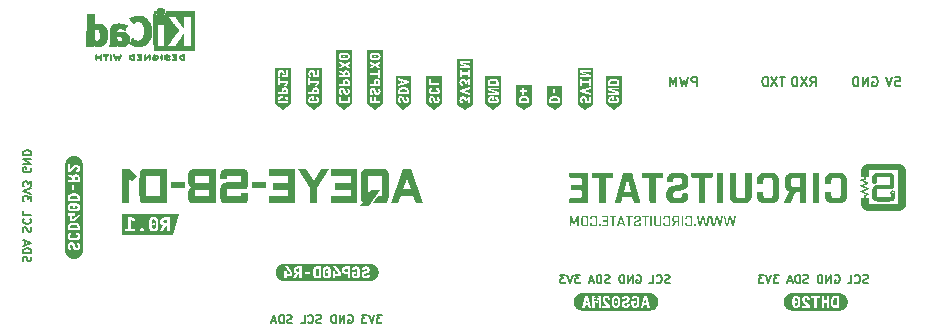
<source format=gbr>
%TF.GenerationSoftware,KiCad,Pcbnew,9.0.2*%
%TF.CreationDate,2025-06-08T01:22:44+05:30*%
%TF.ProjectId,AQEYE-SB-D1,41514559-452d-4534-922d-44312e6b6963,0.1*%
%TF.SameCoordinates,Original*%
%TF.FileFunction,Legend,Bot*%
%TF.FilePolarity,Positive*%
%FSLAX46Y46*%
G04 Gerber Fmt 4.6, Leading zero omitted, Abs format (unit mm)*
G04 Created by KiCad (PCBNEW 9.0.2) date 2025-06-08 01:22:44*
%MOMM*%
%LPD*%
G01*
G04 APERTURE LIST*
%ADD10C,0.140000*%
%ADD11C,0.160000*%
%ADD12C,0.375000*%
%ADD13C,0.200000*%
%ADD14C,0.000000*%
%ADD15C,0.010000*%
G04 APERTURE END LIST*
D10*
X31766667Y1983447D02*
X31333333Y1983447D01*
X31333333Y1983447D02*
X31566667Y1716780D01*
X31566667Y1716780D02*
X31466667Y1716780D01*
X31466667Y1716780D02*
X31400000Y1683447D01*
X31400000Y1683447D02*
X31366667Y1650114D01*
X31366667Y1650114D02*
X31333333Y1583447D01*
X31333333Y1583447D02*
X31333333Y1416780D01*
X31333333Y1416780D02*
X31366667Y1350114D01*
X31366667Y1350114D02*
X31400000Y1316780D01*
X31400000Y1316780D02*
X31466667Y1283447D01*
X31466667Y1283447D02*
X31666667Y1283447D01*
X31666667Y1283447D02*
X31733333Y1316780D01*
X31733333Y1316780D02*
X31766667Y1350114D01*
X31133333Y1983447D02*
X30900000Y1283447D01*
X30900000Y1283447D02*
X30666666Y1983447D01*
X30500000Y1983447D02*
X30066666Y1983447D01*
X30066666Y1983447D02*
X30300000Y1716780D01*
X30300000Y1716780D02*
X30200000Y1716780D01*
X30200000Y1716780D02*
X30133333Y1683447D01*
X30133333Y1683447D02*
X30100000Y1650114D01*
X30100000Y1650114D02*
X30066666Y1583447D01*
X30066666Y1583447D02*
X30066666Y1416780D01*
X30066666Y1416780D02*
X30100000Y1350114D01*
X30100000Y1350114D02*
X30133333Y1316780D01*
X30133333Y1316780D02*
X30200000Y1283447D01*
X30200000Y1283447D02*
X30400000Y1283447D01*
X30400000Y1283447D02*
X30466666Y1316780D01*
X30466666Y1316780D02*
X30500000Y1350114D01*
D11*
X73309523Y22100130D02*
X73385713Y22138225D01*
X73385713Y22138225D02*
X73499999Y22138225D01*
X73499999Y22138225D02*
X73614285Y22100130D01*
X73614285Y22100130D02*
X73690475Y22023940D01*
X73690475Y22023940D02*
X73728570Y21947749D01*
X73728570Y21947749D02*
X73766666Y21795368D01*
X73766666Y21795368D02*
X73766666Y21681082D01*
X73766666Y21681082D02*
X73728570Y21528701D01*
X73728570Y21528701D02*
X73690475Y21452511D01*
X73690475Y21452511D02*
X73614285Y21376320D01*
X73614285Y21376320D02*
X73499999Y21338225D01*
X73499999Y21338225D02*
X73423808Y21338225D01*
X73423808Y21338225D02*
X73309523Y21376320D01*
X73309523Y21376320D02*
X73271427Y21414416D01*
X73271427Y21414416D02*
X73271427Y21681082D01*
X73271427Y21681082D02*
X73423808Y21681082D01*
X72928570Y21338225D02*
X72928570Y22138225D01*
X72928570Y22138225D02*
X72471427Y21338225D01*
X72471427Y21338225D02*
X72471427Y22138225D01*
X72090475Y21338225D02*
X72090475Y22138225D01*
X72090475Y22138225D02*
X71899999Y22138225D01*
X71899999Y22138225D02*
X71785713Y22100130D01*
X71785713Y22100130D02*
X71709523Y22023940D01*
X71709523Y22023940D02*
X71671428Y21947749D01*
X71671428Y21947749D02*
X71633332Y21795368D01*
X71633332Y21795368D02*
X71633332Y21681082D01*
X71633332Y21681082D02*
X71671428Y21528701D01*
X71671428Y21528701D02*
X71709523Y21452511D01*
X71709523Y21452511D02*
X71785713Y21376320D01*
X71785713Y21376320D02*
X71899999Y21338225D01*
X71899999Y21338225D02*
X72090475Y21338225D01*
D10*
X2083446Y11616667D02*
X2083446Y12050001D01*
X2083446Y12050001D02*
X1816780Y11816667D01*
X1816780Y11816667D02*
X1816780Y11916667D01*
X1816780Y11916667D02*
X1783446Y11983334D01*
X1783446Y11983334D02*
X1750113Y12016667D01*
X1750113Y12016667D02*
X1683446Y12050001D01*
X1683446Y12050001D02*
X1516780Y12050001D01*
X1516780Y12050001D02*
X1450113Y12016667D01*
X1450113Y12016667D02*
X1416780Y11983334D01*
X1416780Y11983334D02*
X1383446Y11916667D01*
X1383446Y11916667D02*
X1383446Y11716667D01*
X1383446Y11716667D02*
X1416780Y11650001D01*
X1416780Y11650001D02*
X1450113Y11616667D01*
X2083446Y12250001D02*
X1383446Y12483334D01*
X1383446Y12483334D02*
X2083446Y12716668D01*
X2083446Y12883334D02*
X2083446Y13316668D01*
X2083446Y13316668D02*
X1816780Y13083334D01*
X1816780Y13083334D02*
X1816780Y13183334D01*
X1816780Y13183334D02*
X1783446Y13250001D01*
X1783446Y13250001D02*
X1750113Y13283334D01*
X1750113Y13283334D02*
X1683446Y13316668D01*
X1683446Y13316668D02*
X1516780Y13316668D01*
X1516780Y13316668D02*
X1450113Y13283334D01*
X1450113Y13283334D02*
X1416780Y13250001D01*
X1416780Y13250001D02*
X1383446Y13183334D01*
X1383446Y13183334D02*
X1383446Y12983334D01*
X1383446Y12983334D02*
X1416780Y12916668D01*
X1416780Y12916668D02*
X1450113Y12883334D01*
D11*
X58423809Y21338225D02*
X58423809Y22138225D01*
X58423809Y22138225D02*
X58119047Y22138225D01*
X58119047Y22138225D02*
X58042857Y22100130D01*
X58042857Y22100130D02*
X58004762Y22062035D01*
X58004762Y22062035D02*
X57966666Y21985844D01*
X57966666Y21985844D02*
X57966666Y21871559D01*
X57966666Y21871559D02*
X58004762Y21795368D01*
X58004762Y21795368D02*
X58042857Y21757273D01*
X58042857Y21757273D02*
X58119047Y21719178D01*
X58119047Y21719178D02*
X58423809Y21719178D01*
X57700000Y22138225D02*
X57509524Y21338225D01*
X57509524Y21338225D02*
X57357143Y21909654D01*
X57357143Y21909654D02*
X57204762Y21338225D01*
X57204762Y21338225D02*
X57014286Y22138225D01*
X56709523Y21338225D02*
X56709523Y22138225D01*
X56709523Y22138225D02*
X56442857Y21566797D01*
X56442857Y21566797D02*
X56176190Y22138225D01*
X56176190Y22138225D02*
X56176190Y21338225D01*
D10*
X51049999Y4716780D02*
X50949999Y4683447D01*
X50949999Y4683447D02*
X50783333Y4683447D01*
X50783333Y4683447D02*
X50716666Y4716780D01*
X50716666Y4716780D02*
X50683333Y4750114D01*
X50683333Y4750114D02*
X50649999Y4816780D01*
X50649999Y4816780D02*
X50649999Y4883447D01*
X50649999Y4883447D02*
X50683333Y4950114D01*
X50683333Y4950114D02*
X50716666Y4983447D01*
X50716666Y4983447D02*
X50783333Y5016780D01*
X50783333Y5016780D02*
X50916666Y5050114D01*
X50916666Y5050114D02*
X50983333Y5083447D01*
X50983333Y5083447D02*
X51016666Y5116780D01*
X51016666Y5116780D02*
X51049999Y5183447D01*
X51049999Y5183447D02*
X51049999Y5250114D01*
X51049999Y5250114D02*
X51016666Y5316780D01*
X51016666Y5316780D02*
X50983333Y5350114D01*
X50983333Y5350114D02*
X50916666Y5383447D01*
X50916666Y5383447D02*
X50749999Y5383447D01*
X50749999Y5383447D02*
X50649999Y5350114D01*
X50349999Y4683447D02*
X50349999Y5383447D01*
X50349999Y5383447D02*
X50183332Y5383447D01*
X50183332Y5383447D02*
X50083332Y5350114D01*
X50083332Y5350114D02*
X50016666Y5283447D01*
X50016666Y5283447D02*
X49983332Y5216780D01*
X49983332Y5216780D02*
X49949999Y5083447D01*
X49949999Y5083447D02*
X49949999Y4983447D01*
X49949999Y4983447D02*
X49983332Y4850114D01*
X49983332Y4850114D02*
X50016666Y4783447D01*
X50016666Y4783447D02*
X50083332Y4716780D01*
X50083332Y4716780D02*
X50183332Y4683447D01*
X50183332Y4683447D02*
X50349999Y4683447D01*
X49683332Y4883447D02*
X49349999Y4883447D01*
X49749999Y4683447D02*
X49516666Y5383447D01*
X49516666Y5383447D02*
X49283332Y4683447D01*
X1416780Y9050000D02*
X1383446Y9150000D01*
X1383446Y9150000D02*
X1383446Y9316666D01*
X1383446Y9316666D02*
X1416780Y9383333D01*
X1416780Y9383333D02*
X1450113Y9416666D01*
X1450113Y9416666D02*
X1516780Y9450000D01*
X1516780Y9450000D02*
X1583446Y9450000D01*
X1583446Y9450000D02*
X1650113Y9416666D01*
X1650113Y9416666D02*
X1683446Y9383333D01*
X1683446Y9383333D02*
X1716780Y9316666D01*
X1716780Y9316666D02*
X1750113Y9183333D01*
X1750113Y9183333D02*
X1783446Y9116666D01*
X1783446Y9116666D02*
X1816780Y9083333D01*
X1816780Y9083333D02*
X1883446Y9050000D01*
X1883446Y9050000D02*
X1950113Y9050000D01*
X1950113Y9050000D02*
X2016780Y9083333D01*
X2016780Y9083333D02*
X2050113Y9116666D01*
X2050113Y9116666D02*
X2083446Y9183333D01*
X2083446Y9183333D02*
X2083446Y9350000D01*
X2083446Y9350000D02*
X2050113Y9450000D01*
X1450113Y10150000D02*
X1416780Y10116667D01*
X1416780Y10116667D02*
X1383446Y10016667D01*
X1383446Y10016667D02*
X1383446Y9950000D01*
X1383446Y9950000D02*
X1416780Y9850000D01*
X1416780Y9850000D02*
X1483446Y9783333D01*
X1483446Y9783333D02*
X1550113Y9750000D01*
X1550113Y9750000D02*
X1683446Y9716667D01*
X1683446Y9716667D02*
X1783446Y9716667D01*
X1783446Y9716667D02*
X1916780Y9750000D01*
X1916780Y9750000D02*
X1983446Y9783333D01*
X1983446Y9783333D02*
X2050113Y9850000D01*
X2050113Y9850000D02*
X2083446Y9950000D01*
X2083446Y9950000D02*
X2083446Y10016667D01*
X2083446Y10016667D02*
X2050113Y10116667D01*
X2050113Y10116667D02*
X2016780Y10150000D01*
X1383446Y10783333D02*
X1383446Y10450000D01*
X1383446Y10450000D02*
X2083446Y10450000D01*
X28933332Y1950114D02*
X28999999Y1983447D01*
X28999999Y1983447D02*
X29099999Y1983447D01*
X29099999Y1983447D02*
X29199999Y1950114D01*
X29199999Y1950114D02*
X29266666Y1883447D01*
X29266666Y1883447D02*
X29299999Y1816780D01*
X29299999Y1816780D02*
X29333332Y1683447D01*
X29333332Y1683447D02*
X29333332Y1583447D01*
X29333332Y1583447D02*
X29299999Y1450114D01*
X29299999Y1450114D02*
X29266666Y1383447D01*
X29266666Y1383447D02*
X29199999Y1316780D01*
X29199999Y1316780D02*
X29099999Y1283447D01*
X29099999Y1283447D02*
X29033332Y1283447D01*
X29033332Y1283447D02*
X28933332Y1316780D01*
X28933332Y1316780D02*
X28899999Y1350114D01*
X28899999Y1350114D02*
X28899999Y1583447D01*
X28899999Y1583447D02*
X29033332Y1583447D01*
X28599999Y1283447D02*
X28599999Y1983447D01*
X28599999Y1983447D02*
X28199999Y1283447D01*
X28199999Y1283447D02*
X28199999Y1983447D01*
X27866666Y1283447D02*
X27866666Y1983447D01*
X27866666Y1983447D02*
X27699999Y1983447D01*
X27699999Y1983447D02*
X27599999Y1950114D01*
X27599999Y1950114D02*
X27533333Y1883447D01*
X27533333Y1883447D02*
X27499999Y1816780D01*
X27499999Y1816780D02*
X27466666Y1683447D01*
X27466666Y1683447D02*
X27466666Y1583447D01*
X27466666Y1583447D02*
X27499999Y1450114D01*
X27499999Y1450114D02*
X27533333Y1383447D01*
X27533333Y1383447D02*
X27599999Y1316780D01*
X27599999Y1316780D02*
X27699999Y1283447D01*
X27699999Y1283447D02*
X27866666Y1283447D01*
X67849999Y4716780D02*
X67749999Y4683447D01*
X67749999Y4683447D02*
X67583333Y4683447D01*
X67583333Y4683447D02*
X67516666Y4716780D01*
X67516666Y4716780D02*
X67483333Y4750114D01*
X67483333Y4750114D02*
X67449999Y4816780D01*
X67449999Y4816780D02*
X67449999Y4883447D01*
X67449999Y4883447D02*
X67483333Y4950114D01*
X67483333Y4950114D02*
X67516666Y4983447D01*
X67516666Y4983447D02*
X67583333Y5016780D01*
X67583333Y5016780D02*
X67716666Y5050114D01*
X67716666Y5050114D02*
X67783333Y5083447D01*
X67783333Y5083447D02*
X67816666Y5116780D01*
X67816666Y5116780D02*
X67849999Y5183447D01*
X67849999Y5183447D02*
X67849999Y5250114D01*
X67849999Y5250114D02*
X67816666Y5316780D01*
X67816666Y5316780D02*
X67783333Y5350114D01*
X67783333Y5350114D02*
X67716666Y5383447D01*
X67716666Y5383447D02*
X67549999Y5383447D01*
X67549999Y5383447D02*
X67449999Y5350114D01*
X67149999Y4683447D02*
X67149999Y5383447D01*
X67149999Y5383447D02*
X66983332Y5383447D01*
X66983332Y5383447D02*
X66883332Y5350114D01*
X66883332Y5350114D02*
X66816666Y5283447D01*
X66816666Y5283447D02*
X66783332Y5216780D01*
X66783332Y5216780D02*
X66749999Y5083447D01*
X66749999Y5083447D02*
X66749999Y4983447D01*
X66749999Y4983447D02*
X66783332Y4850114D01*
X66783332Y4850114D02*
X66816666Y4783447D01*
X66816666Y4783447D02*
X66883332Y4716780D01*
X66883332Y4716780D02*
X66983332Y4683447D01*
X66983332Y4683447D02*
X67149999Y4683447D01*
X66483332Y4883447D02*
X66149999Y4883447D01*
X66549999Y4683447D02*
X66316666Y5383447D01*
X66316666Y5383447D02*
X66083332Y4683447D01*
X48566667Y5383447D02*
X48133333Y5383447D01*
X48133333Y5383447D02*
X48366667Y5116780D01*
X48366667Y5116780D02*
X48266667Y5116780D01*
X48266667Y5116780D02*
X48200000Y5083447D01*
X48200000Y5083447D02*
X48166667Y5050114D01*
X48166667Y5050114D02*
X48133333Y4983447D01*
X48133333Y4983447D02*
X48133333Y4816780D01*
X48133333Y4816780D02*
X48166667Y4750114D01*
X48166667Y4750114D02*
X48200000Y4716780D01*
X48200000Y4716780D02*
X48266667Y4683447D01*
X48266667Y4683447D02*
X48466667Y4683447D01*
X48466667Y4683447D02*
X48533333Y4716780D01*
X48533333Y4716780D02*
X48566667Y4750114D01*
X47933333Y5383447D02*
X47700000Y4683447D01*
X47700000Y4683447D02*
X47466666Y5383447D01*
X47300000Y5383447D02*
X46866666Y5383447D01*
X46866666Y5383447D02*
X47100000Y5116780D01*
X47100000Y5116780D02*
X47000000Y5116780D01*
X47000000Y5116780D02*
X46933333Y5083447D01*
X46933333Y5083447D02*
X46900000Y5050114D01*
X46900000Y5050114D02*
X46866666Y4983447D01*
X46866666Y4983447D02*
X46866666Y4816780D01*
X46866666Y4816780D02*
X46900000Y4750114D01*
X46900000Y4750114D02*
X46933333Y4716780D01*
X46933333Y4716780D02*
X47000000Y4683447D01*
X47000000Y4683447D02*
X47200000Y4683447D01*
X47200000Y4683447D02*
X47266666Y4716780D01*
X47266666Y4716780D02*
X47300000Y4750114D01*
X72933333Y4716780D02*
X72833333Y4683447D01*
X72833333Y4683447D02*
X72666667Y4683447D01*
X72666667Y4683447D02*
X72600000Y4716780D01*
X72600000Y4716780D02*
X72566667Y4750114D01*
X72566667Y4750114D02*
X72533333Y4816780D01*
X72533333Y4816780D02*
X72533333Y4883447D01*
X72533333Y4883447D02*
X72566667Y4950114D01*
X72566667Y4950114D02*
X72600000Y4983447D01*
X72600000Y4983447D02*
X72666667Y5016780D01*
X72666667Y5016780D02*
X72800000Y5050114D01*
X72800000Y5050114D02*
X72866667Y5083447D01*
X72866667Y5083447D02*
X72900000Y5116780D01*
X72900000Y5116780D02*
X72933333Y5183447D01*
X72933333Y5183447D02*
X72933333Y5250114D01*
X72933333Y5250114D02*
X72900000Y5316780D01*
X72900000Y5316780D02*
X72866667Y5350114D01*
X72866667Y5350114D02*
X72800000Y5383447D01*
X72800000Y5383447D02*
X72633333Y5383447D01*
X72633333Y5383447D02*
X72533333Y5350114D01*
X71833333Y4750114D02*
X71866666Y4716780D01*
X71866666Y4716780D02*
X71966666Y4683447D01*
X71966666Y4683447D02*
X72033333Y4683447D01*
X72033333Y4683447D02*
X72133333Y4716780D01*
X72133333Y4716780D02*
X72200000Y4783447D01*
X72200000Y4783447D02*
X72233333Y4850114D01*
X72233333Y4850114D02*
X72266666Y4983447D01*
X72266666Y4983447D02*
X72266666Y5083447D01*
X72266666Y5083447D02*
X72233333Y5216780D01*
X72233333Y5216780D02*
X72200000Y5283447D01*
X72200000Y5283447D02*
X72133333Y5350114D01*
X72133333Y5350114D02*
X72033333Y5383447D01*
X72033333Y5383447D02*
X71966666Y5383447D01*
X71966666Y5383447D02*
X71866666Y5350114D01*
X71866666Y5350114D02*
X71833333Y5316780D01*
X71200000Y4683447D02*
X71533333Y4683447D01*
X71533333Y4683447D02*
X71533333Y5383447D01*
X1416780Y6533333D02*
X1383446Y6633333D01*
X1383446Y6633333D02*
X1383446Y6799999D01*
X1383446Y6799999D02*
X1416780Y6866666D01*
X1416780Y6866666D02*
X1450113Y6899999D01*
X1450113Y6899999D02*
X1516780Y6933333D01*
X1516780Y6933333D02*
X1583446Y6933333D01*
X1583446Y6933333D02*
X1650113Y6899999D01*
X1650113Y6899999D02*
X1683446Y6866666D01*
X1683446Y6866666D02*
X1716780Y6799999D01*
X1716780Y6799999D02*
X1750113Y6666666D01*
X1750113Y6666666D02*
X1783446Y6599999D01*
X1783446Y6599999D02*
X1816780Y6566666D01*
X1816780Y6566666D02*
X1883446Y6533333D01*
X1883446Y6533333D02*
X1950113Y6533333D01*
X1950113Y6533333D02*
X2016780Y6566666D01*
X2016780Y6566666D02*
X2050113Y6599999D01*
X2050113Y6599999D02*
X2083446Y6666666D01*
X2083446Y6666666D02*
X2083446Y6833333D01*
X2083446Y6833333D02*
X2050113Y6933333D01*
X1383446Y7233333D02*
X2083446Y7233333D01*
X2083446Y7233333D02*
X2083446Y7400000D01*
X2083446Y7400000D02*
X2050113Y7500000D01*
X2050113Y7500000D02*
X1983446Y7566666D01*
X1983446Y7566666D02*
X1916780Y7600000D01*
X1916780Y7600000D02*
X1783446Y7633333D01*
X1783446Y7633333D02*
X1683446Y7633333D01*
X1683446Y7633333D02*
X1550113Y7600000D01*
X1550113Y7600000D02*
X1483446Y7566666D01*
X1483446Y7566666D02*
X1416780Y7500000D01*
X1416780Y7500000D02*
X1383446Y7400000D01*
X1383446Y7400000D02*
X1383446Y7233333D01*
X1583446Y7900000D02*
X1583446Y8233333D01*
X1383446Y7833333D02*
X2083446Y8066666D01*
X2083446Y8066666D02*
X1383446Y8300000D01*
D11*
X75252380Y22138225D02*
X75633332Y22138225D01*
X75633332Y22138225D02*
X75671428Y21757273D01*
X75671428Y21757273D02*
X75633332Y21795368D01*
X75633332Y21795368D02*
X75557142Y21833463D01*
X75557142Y21833463D02*
X75366666Y21833463D01*
X75366666Y21833463D02*
X75290475Y21795368D01*
X75290475Y21795368D02*
X75252380Y21757273D01*
X75252380Y21757273D02*
X75214285Y21681082D01*
X75214285Y21681082D02*
X75214285Y21490606D01*
X75214285Y21490606D02*
X75252380Y21414416D01*
X75252380Y21414416D02*
X75290475Y21376320D01*
X75290475Y21376320D02*
X75366666Y21338225D01*
X75366666Y21338225D02*
X75557142Y21338225D01*
X75557142Y21338225D02*
X75633332Y21376320D01*
X75633332Y21376320D02*
X75671428Y21414416D01*
X74985713Y22138225D02*
X74719046Y21338225D01*
X74719046Y21338225D02*
X74452380Y22138225D01*
D12*
G36*
X35282815Y11432039D02*
G01*
X34657431Y11432039D01*
X34443475Y12029946D01*
X33356472Y12029946D01*
X33142332Y11432039D01*
X32516948Y11432039D01*
X32947640Y12616129D01*
X33570429Y12616129D01*
X34229335Y12616129D01*
X33897775Y13518484D01*
X33570429Y12616129D01*
X32947640Y12616129D01*
X33587281Y14374677D01*
X34212665Y14374677D01*
X35282815Y11432039D01*
G37*
G36*
X30581079Y12564288D02*
G01*
X30581079Y13788494D01*
X31756193Y13788494D01*
X31756193Y12021153D01*
X31411994Y12021153D01*
X30988110Y11432039D01*
X31103515Y11432039D01*
X31303000Y11432039D01*
X31542236Y11432039D01*
X31781472Y11438268D01*
X31982972Y11455120D01*
X32100392Y11482415D01*
X32176356Y11532397D01*
X32235278Y11596886D01*
X32278811Y11677870D01*
X32321442Y11814194D01*
X32345856Y11963817D01*
X32352267Y12266434D01*
X32343841Y12508235D01*
X32343841Y13626378D01*
X32335415Y13937422D01*
X32314577Y14069084D01*
X32272583Y14172811D01*
X32204570Y14257395D01*
X32104788Y14322104D01*
X31978297Y14359659D01*
X31781472Y14374677D01*
X30664977Y14374677D01*
X30479703Y14368322D01*
X30341843Y14351596D01*
X30221623Y14315502D01*
X30134115Y14259089D01*
X30069428Y14178683D01*
X30024938Y14065832D01*
X30002282Y13932237D01*
X29993431Y13740318D01*
X29993431Y12622540D01*
X29993431Y12063835D01*
X29991416Y11922968D01*
X30001857Y11788512D01*
X30046004Y11662483D01*
X30084068Y11604634D01*
X30140343Y11546895D01*
X29922173Y11244461D01*
X30648124Y11244461D01*
X31596641Y12563739D01*
X30874904Y12563739D01*
X30581079Y12156158D01*
X30581079Y12564288D01*
G37*
G36*
X27503253Y12018222D02*
G01*
X27503253Y11432039D01*
X29706751Y11432039D01*
X29706751Y14362954D01*
X27503253Y14362954D01*
X27503253Y13776771D01*
X29119103Y13776771D01*
X29119103Y13190588D01*
X27797077Y13190588D01*
X27797077Y12604405D01*
X29119103Y12604405D01*
X29119103Y12018222D01*
X27503253Y12018222D01*
G37*
G36*
X24648176Y14374677D02*
G01*
X25693230Y12714131D01*
X25693230Y11432039D01*
X26280879Y11432039D01*
X26280879Y12714131D01*
X27330146Y14374677D01*
X26633321Y14374677D01*
X25987055Y13353071D01*
X25344818Y14374677D01*
X24648176Y14374677D01*
G37*
G36*
X22251055Y12018222D02*
G01*
X22251055Y11432039D01*
X24454553Y11432039D01*
X24454553Y14362954D01*
X22251055Y14362954D01*
X22251055Y13776771D01*
X23866905Y13776771D01*
X23866905Y13190588D01*
X22544879Y13190588D01*
X22544879Y12604405D01*
X23866905Y12604405D01*
X23866905Y12018222D01*
X22251055Y12018222D01*
G37*
G36*
X20764166Y13284377D02*
G01*
X20764166Y12698194D01*
X21989654Y12698194D01*
X21989654Y13284377D01*
X20764166Y13284377D01*
G37*
G36*
X18108940Y12759744D02*
G01*
X18108940Y11874608D01*
X18117988Y11784464D01*
X18144661Y11701684D01*
X18186337Y11626073D01*
X18239183Y11560450D01*
X18302909Y11506414D01*
X18377669Y11465745D01*
X18459832Y11440600D01*
X18549677Y11432039D01*
X20018614Y11432039D01*
X20108493Y11440551D01*
X20190805Y11465562D01*
X20265829Y11505900D01*
X20331306Y11559717D01*
X20385322Y11625171D01*
X20425828Y11700035D01*
X20450835Y11782009D01*
X20459350Y11871677D01*
X20459350Y12311314D01*
X19871702Y12311314D01*
X19871702Y12018222D01*
X18696406Y12018222D01*
X18696406Y12616129D01*
X20018614Y12616129D01*
X20108493Y12624640D01*
X20190805Y12649651D01*
X20265829Y12689989D01*
X20331306Y12743807D01*
X20385322Y12809261D01*
X20425828Y12884124D01*
X20450835Y12966098D01*
X20459350Y13055766D01*
X20459350Y13935040D01*
X20450835Y14024708D01*
X20425828Y14106682D01*
X20385218Y14181147D01*
X20331306Y14244801D01*
X20266048Y14297465D01*
X20190805Y14338957D01*
X20108388Y14365630D01*
X20018614Y14374677D01*
X18549677Y14374677D01*
X18459929Y14365626D01*
X18377669Y14338957D01*
X18302668Y14297346D01*
X18239183Y14244801D01*
X18186430Y14181368D01*
X18144661Y14106682D01*
X18117992Y14024603D01*
X18108940Y13935040D01*
X18108940Y13495403D01*
X18696406Y13495403D01*
X18696406Y13788494D01*
X19871702Y13788494D01*
X19871702Y13202312D01*
X18549677Y13202312D01*
X18459938Y13193215D01*
X18377669Y13166408D01*
X18302654Y13124589D01*
X18239000Y13071703D01*
X18186313Y13007846D01*
X18144661Y12932484D01*
X18117993Y12849861D01*
X18108940Y12759744D01*
G37*
G36*
X17743126Y12897497D02*
G01*
X17743126Y12604405D01*
X17743126Y12164768D01*
X17743126Y11871677D01*
X17743126Y11432039D01*
X17302390Y11432039D01*
X17155477Y11432039D01*
X15833452Y11432039D01*
X15743599Y11440555D01*
X15661444Y11465562D01*
X15586631Y11506006D01*
X15522775Y11559717D01*
X15469955Y11624960D01*
X15428436Y11700035D01*
X15401767Y11782114D01*
X15392716Y11871677D01*
X15392716Y12457859D01*
X15980364Y12457859D01*
X15980364Y12164768D01*
X15980364Y12018222D01*
X17155477Y12018222D01*
X17155477Y12164768D01*
X17155477Y12457859D01*
X17155477Y12604405D01*
X15980364Y12604405D01*
X15980364Y12457859D01*
X15392716Y12457859D01*
X15404672Y12580392D01*
X15436863Y12671267D01*
X15493971Y12748636D01*
X15590003Y12826239D01*
X15493971Y12903841D01*
X15436863Y12981211D01*
X15404572Y13071609D01*
X15392716Y13190588D01*
X15980364Y13190588D01*
X16635057Y13190588D01*
X17155477Y13190588D01*
X17155477Y13776771D01*
X15980364Y13776771D01*
X15980364Y13190588D01*
X15392716Y13190588D01*
X15382274Y13579850D01*
X15379649Y13772987D01*
X15392716Y13969295D01*
X15414066Y14072538D01*
X15449502Y14153576D01*
X15504137Y14223391D01*
X15590003Y14291696D01*
X15680676Y14337755D01*
X15770437Y14356542D01*
X15963511Y14362954D01*
X15980364Y14362954D01*
X17155477Y14362954D01*
X17743126Y14362954D01*
X17743126Y12897497D01*
G37*
G36*
X13882379Y13284377D02*
G01*
X13882379Y12698194D01*
X15107868Y12698194D01*
X15107868Y13284377D01*
X13882379Y13284377D01*
G37*
G36*
X13602660Y13933208D02*
G01*
X13602660Y11873508D01*
X13602660Y11432039D01*
X13161924Y11432039D01*
X13015012Y11432039D01*
X12364532Y11432039D01*
X12223848Y11432039D01*
X11984612Y11434421D01*
X11747574Y11441382D01*
X11604876Y11455487D01*
X11480786Y11505941D01*
X11396964Y11562832D01*
X11333604Y11633943D01*
X11292184Y11714323D01*
X11267659Y11802894D01*
X11256463Y11899337D01*
X11254058Y12018222D01*
X11839898Y12018222D01*
X13015012Y12018222D01*
X13015012Y13788494D01*
X11839898Y13788494D01*
X11839898Y12018222D01*
X11254058Y12018222D01*
X11252250Y12107615D01*
X11252250Y12907205D01*
X11250235Y13313137D01*
X11256463Y13719252D01*
X11260676Y13923133D01*
X11267690Y14019608D01*
X11287970Y14106132D01*
X11325329Y14184977D01*
X11384507Y14255609D01*
X11465358Y14312059D01*
X11592236Y14362954D01*
X11737133Y14369915D01*
X11978384Y14373395D01*
X12221833Y14374677D01*
X12364532Y14374677D01*
X12763319Y14374677D01*
X13161924Y14374677D01*
X13602660Y14374677D01*
X13602660Y13933208D01*
G37*
G36*
X9804745Y14374677D02*
G01*
X9804745Y11432039D01*
X10392393Y11432039D01*
X10392393Y13113468D01*
X10392393Y13550724D01*
X10614776Y13328158D01*
X11034446Y13739951D01*
X10392393Y14374677D01*
X9804745Y14374677D01*
G37*
D11*
X65909523Y22138225D02*
X65452380Y22138225D01*
X65680952Y21338225D02*
X65680952Y22138225D01*
X65261904Y22138225D02*
X64728570Y21338225D01*
X64728570Y22138225D02*
X65261904Y21338225D01*
X64423808Y21338225D02*
X64423808Y22138225D01*
X64423808Y22138225D02*
X64233332Y22138225D01*
X64233332Y22138225D02*
X64119046Y22100130D01*
X64119046Y22100130D02*
X64042856Y22023940D01*
X64042856Y22023940D02*
X64004761Y21947749D01*
X64004761Y21947749D02*
X63966665Y21795368D01*
X63966665Y21795368D02*
X63966665Y21681082D01*
X63966665Y21681082D02*
X64004761Y21528701D01*
X64004761Y21528701D02*
X64042856Y21452511D01*
X64042856Y21452511D02*
X64119046Y21376320D01*
X64119046Y21376320D02*
X64233332Y21338225D01*
X64233332Y21338225D02*
X64423808Y21338225D01*
X68033332Y21338225D02*
X68299999Y21719178D01*
X68490475Y21338225D02*
X68490475Y22138225D01*
X68490475Y22138225D02*
X68185713Y22138225D01*
X68185713Y22138225D02*
X68109523Y22100130D01*
X68109523Y22100130D02*
X68071428Y22062035D01*
X68071428Y22062035D02*
X68033332Y21985844D01*
X68033332Y21985844D02*
X68033332Y21871559D01*
X68033332Y21871559D02*
X68071428Y21795368D01*
X68071428Y21795368D02*
X68109523Y21757273D01*
X68109523Y21757273D02*
X68185713Y21719178D01*
X68185713Y21719178D02*
X68490475Y21719178D01*
X67766666Y22138225D02*
X67233332Y21338225D01*
X67233332Y22138225D02*
X67766666Y21338225D01*
X66928570Y21338225D02*
X66928570Y22138225D01*
X66928570Y22138225D02*
X66738094Y22138225D01*
X66738094Y22138225D02*
X66623808Y22100130D01*
X66623808Y22100130D02*
X66547618Y22023940D01*
X66547618Y22023940D02*
X66509523Y21947749D01*
X66509523Y21947749D02*
X66471427Y21795368D01*
X66471427Y21795368D02*
X66471427Y21681082D01*
X66471427Y21681082D02*
X66509523Y21528701D01*
X66509523Y21528701D02*
X66547618Y21452511D01*
X66547618Y21452511D02*
X66623808Y21376320D01*
X66623808Y21376320D02*
X66738094Y21338225D01*
X66738094Y21338225D02*
X66928570Y21338225D01*
D10*
X56133333Y4716780D02*
X56033333Y4683447D01*
X56033333Y4683447D02*
X55866667Y4683447D01*
X55866667Y4683447D02*
X55800000Y4716780D01*
X55800000Y4716780D02*
X55766667Y4750114D01*
X55766667Y4750114D02*
X55733333Y4816780D01*
X55733333Y4816780D02*
X55733333Y4883447D01*
X55733333Y4883447D02*
X55766667Y4950114D01*
X55766667Y4950114D02*
X55800000Y4983447D01*
X55800000Y4983447D02*
X55866667Y5016780D01*
X55866667Y5016780D02*
X56000000Y5050114D01*
X56000000Y5050114D02*
X56066667Y5083447D01*
X56066667Y5083447D02*
X56100000Y5116780D01*
X56100000Y5116780D02*
X56133333Y5183447D01*
X56133333Y5183447D02*
X56133333Y5250114D01*
X56133333Y5250114D02*
X56100000Y5316780D01*
X56100000Y5316780D02*
X56066667Y5350114D01*
X56066667Y5350114D02*
X56000000Y5383447D01*
X56000000Y5383447D02*
X55833333Y5383447D01*
X55833333Y5383447D02*
X55733333Y5350114D01*
X55033333Y4750114D02*
X55066666Y4716780D01*
X55066666Y4716780D02*
X55166666Y4683447D01*
X55166666Y4683447D02*
X55233333Y4683447D01*
X55233333Y4683447D02*
X55333333Y4716780D01*
X55333333Y4716780D02*
X55400000Y4783447D01*
X55400000Y4783447D02*
X55433333Y4850114D01*
X55433333Y4850114D02*
X55466666Y4983447D01*
X55466666Y4983447D02*
X55466666Y5083447D01*
X55466666Y5083447D02*
X55433333Y5216780D01*
X55433333Y5216780D02*
X55400000Y5283447D01*
X55400000Y5283447D02*
X55333333Y5350114D01*
X55333333Y5350114D02*
X55233333Y5383447D01*
X55233333Y5383447D02*
X55166666Y5383447D01*
X55166666Y5383447D02*
X55066666Y5350114D01*
X55066666Y5350114D02*
X55033333Y5316780D01*
X54400000Y4683447D02*
X54733333Y4683447D01*
X54733333Y4683447D02*
X54733333Y5383447D01*
X70133332Y5350114D02*
X70199999Y5383447D01*
X70199999Y5383447D02*
X70299999Y5383447D01*
X70299999Y5383447D02*
X70399999Y5350114D01*
X70399999Y5350114D02*
X70466666Y5283447D01*
X70466666Y5283447D02*
X70499999Y5216780D01*
X70499999Y5216780D02*
X70533332Y5083447D01*
X70533332Y5083447D02*
X70533332Y4983447D01*
X70533332Y4983447D02*
X70499999Y4850114D01*
X70499999Y4850114D02*
X70466666Y4783447D01*
X70466666Y4783447D02*
X70399999Y4716780D01*
X70399999Y4716780D02*
X70299999Y4683447D01*
X70299999Y4683447D02*
X70233332Y4683447D01*
X70233332Y4683447D02*
X70133332Y4716780D01*
X70133332Y4716780D02*
X70099999Y4750114D01*
X70099999Y4750114D02*
X70099999Y4983447D01*
X70099999Y4983447D02*
X70233332Y4983447D01*
X69799999Y4683447D02*
X69799999Y5383447D01*
X69799999Y5383447D02*
X69399999Y4683447D01*
X69399999Y4683447D02*
X69399999Y5383447D01*
X69066666Y4683447D02*
X69066666Y5383447D01*
X69066666Y5383447D02*
X68899999Y5383447D01*
X68899999Y5383447D02*
X68799999Y5350114D01*
X68799999Y5350114D02*
X68733333Y5283447D01*
X68733333Y5283447D02*
X68699999Y5216780D01*
X68699999Y5216780D02*
X68666666Y5083447D01*
X68666666Y5083447D02*
X68666666Y4983447D01*
X68666666Y4983447D02*
X68699999Y4850114D01*
X68699999Y4850114D02*
X68733333Y4783447D01*
X68733333Y4783447D02*
X68799999Y4716780D01*
X68799999Y4716780D02*
X68899999Y4683447D01*
X68899999Y4683447D02*
X69066666Y4683447D01*
X26633332Y1316780D02*
X26533332Y1283447D01*
X26533332Y1283447D02*
X26366666Y1283447D01*
X26366666Y1283447D02*
X26299999Y1316780D01*
X26299999Y1316780D02*
X26266666Y1350114D01*
X26266666Y1350114D02*
X26233332Y1416780D01*
X26233332Y1416780D02*
X26233332Y1483447D01*
X26233332Y1483447D02*
X26266666Y1550114D01*
X26266666Y1550114D02*
X26299999Y1583447D01*
X26299999Y1583447D02*
X26366666Y1616780D01*
X26366666Y1616780D02*
X26499999Y1650114D01*
X26499999Y1650114D02*
X26566666Y1683447D01*
X26566666Y1683447D02*
X26599999Y1716780D01*
X26599999Y1716780D02*
X26633332Y1783447D01*
X26633332Y1783447D02*
X26633332Y1850114D01*
X26633332Y1850114D02*
X26599999Y1916780D01*
X26599999Y1916780D02*
X26566666Y1950114D01*
X26566666Y1950114D02*
X26499999Y1983447D01*
X26499999Y1983447D02*
X26333332Y1983447D01*
X26333332Y1983447D02*
X26233332Y1950114D01*
X25533332Y1350114D02*
X25566665Y1316780D01*
X25566665Y1316780D02*
X25666665Y1283447D01*
X25666665Y1283447D02*
X25733332Y1283447D01*
X25733332Y1283447D02*
X25833332Y1316780D01*
X25833332Y1316780D02*
X25899999Y1383447D01*
X25899999Y1383447D02*
X25933332Y1450114D01*
X25933332Y1450114D02*
X25966665Y1583447D01*
X25966665Y1583447D02*
X25966665Y1683447D01*
X25966665Y1683447D02*
X25933332Y1816780D01*
X25933332Y1816780D02*
X25899999Y1883447D01*
X25899999Y1883447D02*
X25833332Y1950114D01*
X25833332Y1950114D02*
X25733332Y1983447D01*
X25733332Y1983447D02*
X25666665Y1983447D01*
X25666665Y1983447D02*
X25566665Y1950114D01*
X25566665Y1950114D02*
X25533332Y1916780D01*
X24899999Y1283447D02*
X25233332Y1283447D01*
X25233332Y1283447D02*
X25233332Y1983447D01*
X65366667Y5383447D02*
X64933333Y5383447D01*
X64933333Y5383447D02*
X65166667Y5116780D01*
X65166667Y5116780D02*
X65066667Y5116780D01*
X65066667Y5116780D02*
X65000000Y5083447D01*
X65000000Y5083447D02*
X64966667Y5050114D01*
X64966667Y5050114D02*
X64933333Y4983447D01*
X64933333Y4983447D02*
X64933333Y4816780D01*
X64933333Y4816780D02*
X64966667Y4750114D01*
X64966667Y4750114D02*
X65000000Y4716780D01*
X65000000Y4716780D02*
X65066667Y4683447D01*
X65066667Y4683447D02*
X65266667Y4683447D01*
X65266667Y4683447D02*
X65333333Y4716780D01*
X65333333Y4716780D02*
X65366667Y4750114D01*
X64733333Y5383447D02*
X64500000Y4683447D01*
X64500000Y4683447D02*
X64266666Y5383447D01*
X64100000Y5383447D02*
X63666666Y5383447D01*
X63666666Y5383447D02*
X63900000Y5116780D01*
X63900000Y5116780D02*
X63800000Y5116780D01*
X63800000Y5116780D02*
X63733333Y5083447D01*
X63733333Y5083447D02*
X63700000Y5050114D01*
X63700000Y5050114D02*
X63666666Y4983447D01*
X63666666Y4983447D02*
X63666666Y4816780D01*
X63666666Y4816780D02*
X63700000Y4750114D01*
X63700000Y4750114D02*
X63733333Y4716780D01*
X63733333Y4716780D02*
X63800000Y4683447D01*
X63800000Y4683447D02*
X64000000Y4683447D01*
X64000000Y4683447D02*
X64066666Y4716780D01*
X64066666Y4716780D02*
X64100000Y4750114D01*
X53333332Y5350114D02*
X53399999Y5383447D01*
X53399999Y5383447D02*
X53499999Y5383447D01*
X53499999Y5383447D02*
X53599999Y5350114D01*
X53599999Y5350114D02*
X53666666Y5283447D01*
X53666666Y5283447D02*
X53699999Y5216780D01*
X53699999Y5216780D02*
X53733332Y5083447D01*
X53733332Y5083447D02*
X53733332Y4983447D01*
X53733332Y4983447D02*
X53699999Y4850114D01*
X53699999Y4850114D02*
X53666666Y4783447D01*
X53666666Y4783447D02*
X53599999Y4716780D01*
X53599999Y4716780D02*
X53499999Y4683447D01*
X53499999Y4683447D02*
X53433332Y4683447D01*
X53433332Y4683447D02*
X53333332Y4716780D01*
X53333332Y4716780D02*
X53299999Y4750114D01*
X53299999Y4750114D02*
X53299999Y4983447D01*
X53299999Y4983447D02*
X53433332Y4983447D01*
X52999999Y4683447D02*
X52999999Y5383447D01*
X52999999Y5383447D02*
X52599999Y4683447D01*
X52599999Y4683447D02*
X52599999Y5383447D01*
X52266666Y4683447D02*
X52266666Y5383447D01*
X52266666Y5383447D02*
X52099999Y5383447D01*
X52099999Y5383447D02*
X51999999Y5350114D01*
X51999999Y5350114D02*
X51933333Y5283447D01*
X51933333Y5283447D02*
X51899999Y5216780D01*
X51899999Y5216780D02*
X51866666Y5083447D01*
X51866666Y5083447D02*
X51866666Y4983447D01*
X51866666Y4983447D02*
X51899999Y4850114D01*
X51899999Y4850114D02*
X51933333Y4783447D01*
X51933333Y4783447D02*
X51999999Y4716780D01*
X51999999Y4716780D02*
X52099999Y4683447D01*
X52099999Y4683447D02*
X52266666Y4683447D01*
X2050112Y14450002D02*
X2083445Y14383335D01*
X2083445Y14383335D02*
X2083445Y14283335D01*
X2083445Y14283335D02*
X2050112Y14183335D01*
X2050112Y14183335D02*
X1983445Y14116668D01*
X1983445Y14116668D02*
X1916779Y14083335D01*
X1916779Y14083335D02*
X1783445Y14050002D01*
X1783445Y14050002D02*
X1683445Y14050002D01*
X1683445Y14050002D02*
X1550112Y14083335D01*
X1550112Y14083335D02*
X1483445Y14116668D01*
X1483445Y14116668D02*
X1416779Y14183335D01*
X1416779Y14183335D02*
X1383445Y14283335D01*
X1383445Y14283335D02*
X1383445Y14350002D01*
X1383445Y14350002D02*
X1416779Y14450002D01*
X1416779Y14450002D02*
X1450112Y14483335D01*
X1450112Y14483335D02*
X1683445Y14483335D01*
X1683445Y14483335D02*
X1683445Y14350002D01*
X1383445Y14783335D02*
X2083445Y14783335D01*
X2083445Y14783335D02*
X1383445Y15183335D01*
X1383445Y15183335D02*
X2083445Y15183335D01*
X1383445Y15516668D02*
X2083445Y15516668D01*
X2083445Y15516668D02*
X2083445Y15683335D01*
X2083445Y15683335D02*
X2050112Y15783335D01*
X2050112Y15783335D02*
X1983445Y15850001D01*
X1983445Y15850001D02*
X1916779Y15883335D01*
X1916779Y15883335D02*
X1783445Y15916668D01*
X1783445Y15916668D02*
X1683445Y15916668D01*
X1683445Y15916668D02*
X1550112Y15883335D01*
X1550112Y15883335D02*
X1483445Y15850001D01*
X1483445Y15850001D02*
X1416779Y15783335D01*
X1416779Y15783335D02*
X1383445Y15683335D01*
X1383445Y15683335D02*
X1383445Y15516668D01*
X24149998Y1316780D02*
X24049998Y1283447D01*
X24049998Y1283447D02*
X23883332Y1283447D01*
X23883332Y1283447D02*
X23816665Y1316780D01*
X23816665Y1316780D02*
X23783332Y1350114D01*
X23783332Y1350114D02*
X23749998Y1416780D01*
X23749998Y1416780D02*
X23749998Y1483447D01*
X23749998Y1483447D02*
X23783332Y1550114D01*
X23783332Y1550114D02*
X23816665Y1583447D01*
X23816665Y1583447D02*
X23883332Y1616780D01*
X23883332Y1616780D02*
X24016665Y1650114D01*
X24016665Y1650114D02*
X24083332Y1683447D01*
X24083332Y1683447D02*
X24116665Y1716780D01*
X24116665Y1716780D02*
X24149998Y1783447D01*
X24149998Y1783447D02*
X24149998Y1850114D01*
X24149998Y1850114D02*
X24116665Y1916780D01*
X24116665Y1916780D02*
X24083332Y1950114D01*
X24083332Y1950114D02*
X24016665Y1983447D01*
X24016665Y1983447D02*
X23849998Y1983447D01*
X23849998Y1983447D02*
X23749998Y1950114D01*
X23449998Y1283447D02*
X23449998Y1983447D01*
X23449998Y1983447D02*
X23283331Y1983447D01*
X23283331Y1983447D02*
X23183331Y1950114D01*
X23183331Y1950114D02*
X23116665Y1883447D01*
X23116665Y1883447D02*
X23083331Y1816780D01*
X23083331Y1816780D02*
X23049998Y1683447D01*
X23049998Y1683447D02*
X23049998Y1583447D01*
X23049998Y1583447D02*
X23083331Y1450114D01*
X23083331Y1450114D02*
X23116665Y1383447D01*
X23116665Y1383447D02*
X23183331Y1316780D01*
X23183331Y1316780D02*
X23283331Y1283447D01*
X23283331Y1283447D02*
X23449998Y1283447D01*
X22783331Y1483447D02*
X22449998Y1483447D01*
X22849998Y1283447D02*
X22616665Y1983447D01*
X22616665Y1983447D02*
X22383331Y1283447D01*
D13*
G36*
X61426430Y9485000D02*
G01*
X61574747Y9485000D01*
X61594794Y9491032D01*
X61604117Y9508814D01*
X61770629Y10360794D01*
X61769190Y10374083D01*
X61761923Y10381598D01*
X61746816Y10384547D01*
X61639105Y10384547D01*
X61623614Y10381647D01*
X61614882Y10374009D01*
X61611139Y10360794D01*
X61497810Y9627699D01*
X61489445Y9627699D01*
X61324337Y10363603D01*
X61316752Y10379219D01*
X61299180Y10384547D01*
X61181638Y10384547D01*
X61163695Y10379233D01*
X61155076Y10363603D01*
X60988564Y9627699D01*
X60980198Y9627699D01*
X60866870Y10359390D01*
X60863043Y10373517D01*
X60854232Y10381542D01*
X60838843Y10384547D01*
X60731132Y10384547D01*
X60715424Y10381426D01*
X60708209Y10373526D01*
X60707379Y10359390D01*
X60873831Y9508814D01*
X60882967Y9490921D01*
X60901796Y9485000D01*
X61050113Y9485000D01*
X61068979Y9490927D01*
X61078079Y9508814D01*
X61236165Y10216691D01*
X61241782Y10216691D01*
X61399869Y9508814D01*
X61408777Y9490810D01*
X61426430Y9485000D01*
G37*
G36*
X60303890Y9485000D02*
G01*
X60452206Y9485000D01*
X60472253Y9491032D01*
X60481577Y9508814D01*
X60648089Y10360794D01*
X60646650Y10374083D01*
X60639383Y10381598D01*
X60624275Y10384547D01*
X60516564Y10384547D01*
X60501074Y10381647D01*
X60492342Y10374009D01*
X60488599Y10360794D01*
X60375270Y9627699D01*
X60366905Y9627699D01*
X60201796Y10363603D01*
X60194212Y10379219D01*
X60176639Y10384547D01*
X60059098Y10384547D01*
X60041155Y10379233D01*
X60032536Y10363603D01*
X59866024Y9627699D01*
X59857658Y9627699D01*
X59744330Y10359390D01*
X59740502Y10373517D01*
X59731692Y10381542D01*
X59716303Y10384547D01*
X59608592Y10384547D01*
X59592884Y10381426D01*
X59585669Y10373526D01*
X59584839Y10359390D01*
X59751290Y9508814D01*
X59760427Y9490921D01*
X59779256Y9485000D01*
X59927573Y9485000D01*
X59946439Y9490927D01*
X59955539Y9508814D01*
X60113625Y10216691D01*
X60119242Y10216691D01*
X60277329Y9508814D01*
X60286237Y9490810D01*
X60303890Y9485000D01*
G37*
G36*
X59181350Y9485000D02*
G01*
X59329666Y9485000D01*
X59349713Y9491032D01*
X59359036Y9508814D01*
X59525549Y10360794D01*
X59524110Y10374083D01*
X59516843Y10381598D01*
X59501735Y10384547D01*
X59394024Y10384547D01*
X59378534Y10381647D01*
X59369802Y10374009D01*
X59366058Y10360794D01*
X59252730Y9627699D01*
X59244364Y9627699D01*
X59079256Y10363603D01*
X59071672Y10379219D01*
X59054099Y10384547D01*
X58936557Y10384547D01*
X58918615Y10379233D01*
X58909996Y10363603D01*
X58743483Y9627699D01*
X58735118Y9627699D01*
X58621789Y10359390D01*
X58617962Y10373517D01*
X58609152Y10381542D01*
X58593763Y10384547D01*
X58486051Y10384547D01*
X58470344Y10381426D01*
X58463129Y10373526D01*
X58462299Y10359390D01*
X58628750Y9508814D01*
X58637887Y9490921D01*
X58656716Y9485000D01*
X58805033Y9485000D01*
X58823899Y9490927D01*
X58832998Y9508814D01*
X58991085Y10216691D01*
X58996702Y10216691D01*
X59154788Y9508814D01*
X59163697Y9490810D01*
X59181350Y9485000D01*
G37*
G36*
X58222513Y9679479D02*
G01*
X58222513Y9508814D01*
X58228228Y9490836D01*
X58244923Y9485000D01*
X58340055Y9485000D01*
X58357865Y9490949D01*
X58363808Y9508814D01*
X58363808Y9679479D01*
X58357988Y9696128D01*
X58340055Y9701827D01*
X58244923Y9701827D01*
X58228111Y9696235D01*
X58222513Y9679479D01*
G37*
G36*
X57686645Y9485000D02*
G01*
X57848944Y9485000D01*
X57915670Y9492019D01*
X57967989Y9511452D01*
X58009167Y9542337D01*
X58039754Y9583879D01*
X58058934Y9636026D01*
X58065832Y9701827D01*
X58065832Y10167720D01*
X58058881Y10234499D01*
X58039659Y10286794D01*
X58009167Y10327883D01*
X57968042Y10358377D01*
X57915724Y10377598D01*
X57848944Y10384547D01*
X57686645Y10384547D01*
X57620845Y10377647D01*
X57568720Y10358467D01*
X57527215Y10327883D01*
X57496298Y10286737D01*
X57476845Y10234440D01*
X57469818Y10167720D01*
X57469818Y10100554D01*
X57472769Y10086272D01*
X57480694Y10078348D01*
X57494975Y10075397D01*
X57583147Y10075397D01*
X57596502Y10078277D01*
X57604045Y10086136D01*
X57606899Y10100554D01*
X57606899Y10162103D01*
X57611471Y10201525D01*
X57623681Y10229384D01*
X57642709Y10248774D01*
X57669734Y10261083D01*
X57707650Y10265662D01*
X57829344Y10265662D01*
X57867259Y10261083D01*
X57894284Y10248774D01*
X57913312Y10229384D01*
X57925522Y10201525D01*
X57930094Y10162103D01*
X57930094Y9707445D01*
X57925523Y9668050D01*
X57913316Y9640209D01*
X57894290Y9620828D01*
X57867264Y9608524D01*
X57829344Y9603947D01*
X57707650Y9603947D01*
X57669730Y9608524D01*
X57642703Y9620828D01*
X57623678Y9640209D01*
X57611470Y9668050D01*
X57606899Y9707445D01*
X57606899Y9768994D01*
X57604043Y9783452D01*
X57596496Y9791328D01*
X57583147Y9794212D01*
X57494975Y9794212D01*
X57480699Y9791257D01*
X57472772Y9783316D01*
X57469818Y9768994D01*
X57469818Y9701827D01*
X57476792Y9636084D01*
X57496202Y9583936D01*
X57527215Y9542337D01*
X57568772Y9511361D01*
X57620898Y9491970D01*
X57686645Y9485000D01*
G37*
G36*
X57153890Y10360794D02*
G01*
X57153890Y9508814D01*
X57159843Y9490954D01*
X57177704Y9485000D01*
X57265814Y9485000D01*
X57283674Y9490954D01*
X57289628Y9508814D01*
X57289628Y10360794D01*
X57283679Y10378604D01*
X57265814Y10384547D01*
X57177704Y10384547D01*
X57159838Y10378604D01*
X57153890Y10360794D01*
G37*
G36*
X56936987Y10378609D02*
G01*
X56942925Y10360794D01*
X56942925Y9508814D01*
X56936982Y9490949D01*
X56919173Y9485000D01*
X56831001Y9485000D01*
X56813191Y9490949D01*
X56807248Y9508814D01*
X56807248Y9816560D01*
X56803299Y9826834D01*
X56790457Y9830543D01*
X56649162Y9830543D01*
X56499441Y9508814D01*
X56490710Y9495975D01*
X56476925Y9488000D01*
X56456088Y9485000D01*
X56369382Y9485000D01*
X56351645Y9488565D01*
X56346407Y9496885D01*
X56351186Y9512966D01*
X56506463Y9840374D01*
X56506463Y9845930D01*
X56458516Y9867547D01*
X56422437Y9897394D01*
X56396278Y9936072D01*
X56379596Y9985537D01*
X56373534Y10048835D01*
X56373534Y10162103D01*
X56510676Y10162103D01*
X56510676Y10044622D01*
X56515284Y10006061D01*
X56527649Y9978638D01*
X56547071Y9959389D01*
X56574893Y9947072D01*
X56614174Y9942467D01*
X56791861Y9942467D01*
X56803521Y9946074D01*
X56807248Y9956450D01*
X56807248Y10251679D01*
X56803521Y10262055D01*
X56791861Y10265662D01*
X56614174Y10265662D01*
X56575005Y10261024D01*
X56547203Y10248597D01*
X56527738Y10229125D01*
X56515314Y10201305D01*
X56510676Y10162103D01*
X56373534Y10162103D01*
X56373534Y10166316D01*
X56380564Y10232060D01*
X56400178Y10284453D01*
X56431603Y10326478D01*
X56473665Y10357905D01*
X56526080Y10377518D01*
X56591826Y10384547D01*
X56919173Y10384547D01*
X56936987Y10378609D01*
G37*
G36*
X55819652Y9485000D02*
G01*
X55981952Y9485000D01*
X56048678Y9492019D01*
X56100997Y9511452D01*
X56142175Y9542337D01*
X56172762Y9583879D01*
X56191941Y9636026D01*
X56198839Y9701827D01*
X56198839Y10167720D01*
X56191889Y10234499D01*
X56172667Y10286794D01*
X56142175Y10327883D01*
X56101050Y10358377D01*
X56048732Y10377598D01*
X55981952Y10384547D01*
X55819652Y10384547D01*
X55753853Y10377647D01*
X55701728Y10358467D01*
X55660223Y10327883D01*
X55629305Y10286737D01*
X55609852Y10234440D01*
X55602826Y10167720D01*
X55602826Y10100554D01*
X55605777Y10086272D01*
X55613701Y10078348D01*
X55627983Y10075397D01*
X55716154Y10075397D01*
X55729509Y10078277D01*
X55737053Y10086136D01*
X55739907Y10100554D01*
X55739907Y10162103D01*
X55744479Y10201525D01*
X55756689Y10229384D01*
X55775717Y10248774D01*
X55802742Y10261083D01*
X55840657Y10265662D01*
X55962351Y10265662D01*
X56000266Y10261083D01*
X56027292Y10248774D01*
X56046319Y10229384D01*
X56058529Y10201525D01*
X56063101Y10162103D01*
X56063101Y9707445D01*
X56058531Y9668050D01*
X56046323Y9640209D01*
X56027297Y9620828D01*
X56000271Y9608524D01*
X55962351Y9603947D01*
X55840657Y9603947D01*
X55802737Y9608524D01*
X55775711Y9620828D01*
X55756685Y9640209D01*
X55744478Y9668050D01*
X55739907Y9707445D01*
X55739907Y9768994D01*
X55737050Y9783452D01*
X55729504Y9791328D01*
X55716154Y9794212D01*
X55627983Y9794212D01*
X55613707Y9791257D01*
X55605780Y9783316D01*
X55602826Y9768994D01*
X55602826Y9701827D01*
X55609800Y9636084D01*
X55629210Y9583936D01*
X55660223Y9542337D01*
X55701780Y9511361D01*
X55753906Y9491970D01*
X55819652Y9485000D01*
G37*
G36*
X54959551Y10384547D02*
G01*
X54871441Y10384547D01*
X54852279Y10378736D01*
X54846222Y10362199D01*
X54846222Y9701827D01*
X54853266Y9636137D01*
X54872886Y9583988D01*
X54904291Y9542337D01*
X54946296Y9511333D01*
X54998692Y9491952D01*
X55064453Y9485000D01*
X55219792Y9485000D01*
X55285540Y9491968D01*
X55337688Y9511359D01*
X55379282Y9542337D01*
X55410260Y9583931D01*
X55429651Y9636079D01*
X55436618Y9701827D01*
X55436618Y10360794D01*
X55430670Y10378604D01*
X55412805Y10384547D01*
X55324694Y10384547D01*
X55306880Y10378609D01*
X55300942Y10360794D01*
X55300942Y9707445D01*
X55296371Y9668050D01*
X55284163Y9640209D01*
X55265138Y9620828D01*
X55238111Y9608524D01*
X55200191Y9603947D01*
X55085458Y9603947D01*
X55046898Y9608554D01*
X55019475Y9620919D01*
X55000226Y9640342D01*
X54987908Y9668163D01*
X54983304Y9707445D01*
X54983304Y10360794D01*
X54977366Y10378609D01*
X54959551Y10384547D01*
G37*
G36*
X54507274Y10360794D02*
G01*
X54507274Y9508814D01*
X54513228Y9490954D01*
X54531088Y9485000D01*
X54619199Y9485000D01*
X54637059Y9490954D01*
X54643012Y9508814D01*
X54643012Y10360794D01*
X54637064Y10378604D01*
X54619199Y10384547D01*
X54531088Y10384547D01*
X54513223Y10378604D01*
X54507274Y10360794D01*
G37*
G36*
X54050113Y9485000D02*
G01*
X54138224Y9485000D01*
X54152676Y9487862D01*
X54160554Y9495425D01*
X54163442Y9508814D01*
X54163442Y10251679D01*
X54166937Y10262166D01*
X54177424Y10265662D01*
X54353707Y10265662D01*
X54368124Y10268516D01*
X54375983Y10276059D01*
X54378864Y10289414D01*
X54378864Y10360794D01*
X54375983Y10374149D01*
X54368124Y10381693D01*
X54353707Y10384547D01*
X53834630Y10384547D01*
X53820212Y10381693D01*
X53812353Y10374149D01*
X53809473Y10360794D01*
X53809473Y10289414D01*
X53812353Y10276059D01*
X53820212Y10268516D01*
X53834630Y10265662D01*
X54010912Y10265662D01*
X54022572Y10262055D01*
X54026299Y10251679D01*
X54026299Y9508814D01*
X54032253Y9490954D01*
X54050113Y9485000D01*
G37*
G36*
X53706402Y9703231D02*
G01*
X53706402Y9739624D01*
X53700464Y9757438D01*
X53682650Y9763376D01*
X53593073Y9763376D01*
X53575259Y9757438D01*
X53569321Y9739624D01*
X53569321Y9714467D01*
X53565899Y9676064D01*
X53556894Y9648788D01*
X53543431Y9629775D01*
X53524399Y9616397D01*
X53496738Y9607388D01*
X53457397Y9603947D01*
X53360860Y9603947D01*
X53321653Y9607528D01*
X53293715Y9616980D01*
X53274153Y9631180D01*
X53260322Y9651155D01*
X53251053Y9679778D01*
X53247531Y9720023D01*
X53247531Y9752202D01*
X53251461Y9780335D01*
X53262767Y9803472D01*
X53281847Y9822849D01*
X53319226Y9843828D01*
X53366477Y9856433D01*
X53476997Y9878109D01*
X53587517Y9910288D01*
X53618770Y9925649D01*
X53646851Y9948187D01*
X53672147Y9978860D01*
X53690571Y10013984D01*
X53702235Y10056332D01*
X53706402Y10107576D01*
X53706402Y10166316D01*
X53699378Y10232065D01*
X53679784Y10284458D01*
X53648394Y10326478D01*
X53606332Y10357905D01*
X53553917Y10377518D01*
X53488171Y10384547D01*
X53339855Y10384547D01*
X53273200Y10377487D01*
X53220379Y10357845D01*
X53178288Y10326478D01*
X53146863Y10284453D01*
X53127250Y10232060D01*
X53120219Y10166316D01*
X53120219Y10135541D01*
X53126168Y10117732D01*
X53144033Y10111789D01*
X53233548Y10111789D01*
X53251413Y10117732D01*
X53257362Y10135541D01*
X53257362Y10153737D01*
X53260810Y10193073D01*
X53269838Y10220735D01*
X53283251Y10239772D01*
X53302253Y10253180D01*
X53329908Y10262211D01*
X53369286Y10265662D01*
X53457397Y10265662D01*
X53496592Y10262056D01*
X53524267Y10252574D01*
X53543431Y10238368D01*
X53556703Y10218383D01*
X53565803Y10188564D01*
X53569321Y10145311D01*
X53569321Y10101958D01*
X53564268Y10074532D01*
X53549228Y10051742D01*
X53522136Y10032328D01*
X53478401Y10016656D01*
X53389558Y9999803D01*
X53292288Y9978860D01*
X53244944Y9962403D01*
X53202773Y9941796D01*
X53166618Y9913336D01*
X53137072Y9871820D01*
X53118538Y9821589D01*
X53111854Y9757820D01*
X53111854Y9703231D01*
X53118881Y9637527D01*
X53138493Y9585130D01*
X53169923Y9543069D01*
X53211948Y9511644D01*
X53264340Y9492031D01*
X53330085Y9485000D01*
X53486767Y9485000D01*
X53552527Y9492014D01*
X53605189Y9511617D01*
X53647662Y9543069D01*
X53679484Y9585182D01*
X53699306Y9637579D01*
X53706402Y9703231D01*
G37*
G36*
X52676491Y9485000D02*
G01*
X52764602Y9485000D01*
X52779054Y9487862D01*
X52786932Y9495425D01*
X52789820Y9508814D01*
X52789820Y10251679D01*
X52793316Y10262166D01*
X52803803Y10265662D01*
X52980085Y10265662D01*
X52994503Y10268516D01*
X53002362Y10276059D01*
X53005242Y10289414D01*
X53005242Y10360794D01*
X53002362Y10374149D01*
X52994503Y10381693D01*
X52980085Y10384547D01*
X52461008Y10384547D01*
X52446590Y10381693D01*
X52438731Y10374149D01*
X52435851Y10360794D01*
X52435851Y10289414D01*
X52438731Y10276059D01*
X52446590Y10268516D01*
X52461008Y10265662D01*
X52637290Y10265662D01*
X52648951Y10262055D01*
X52652677Y10251679D01*
X52652677Y9508814D01*
X52658631Y9490954D01*
X52676491Y9485000D01*
G37*
G36*
X52126629Y10378485D02*
G01*
X52138363Y10360794D01*
X52381751Y9508814D01*
X52380775Y9490488D01*
X52367768Y9485000D01*
X52267079Y9485000D01*
X52251400Y9490562D01*
X52241861Y9508814D01*
X52188677Y9690653D01*
X51880931Y9690653D01*
X51827747Y9508814D01*
X51820054Y9489885D01*
X51802590Y9485000D01*
X51703244Y9485000D01*
X51689112Y9490631D01*
X51687857Y9508814D01*
X51771798Y9802577D01*
X51907493Y9802577D01*
X52160711Y9802577D01*
X52037613Y10250274D01*
X52031995Y10250274D01*
X51907493Y9802577D01*
X51771798Y9802577D01*
X51931306Y10360794D01*
X51942131Y10378357D01*
X51964890Y10384547D01*
X52104780Y10384547D01*
X52126629Y10378485D01*
G37*
G36*
X51302869Y9485000D02*
G01*
X51390980Y9485000D01*
X51405432Y9487862D01*
X51413311Y9495425D01*
X51416198Y9508814D01*
X51416198Y10251679D01*
X51419694Y10262166D01*
X51430181Y10265662D01*
X51606463Y10265662D01*
X51620881Y10268516D01*
X51628740Y10276059D01*
X51631620Y10289414D01*
X51631620Y10360794D01*
X51628740Y10374149D01*
X51620881Y10381693D01*
X51606463Y10384547D01*
X51087386Y10384547D01*
X51072969Y10381693D01*
X51065109Y10374149D01*
X51062229Y10360794D01*
X51062229Y10289414D01*
X51065109Y10276059D01*
X51072969Y10268516D01*
X51087386Y10265662D01*
X51263668Y10265662D01*
X51275329Y10262055D01*
X51279056Y10251679D01*
X51279056Y9508814D01*
X51285009Y9490954D01*
X51302869Y9485000D01*
G37*
G36*
X50470917Y9485000D02*
G01*
X50918614Y9485000D01*
X50936424Y9490949D01*
X50942367Y9508814D01*
X50942367Y10360794D01*
X50936429Y10378609D01*
X50918614Y10384547D01*
X50470917Y10384547D01*
X50454218Y10378722D01*
X50448508Y10360794D01*
X50448508Y10289414D01*
X50454218Y10271487D01*
X50470917Y10265662D01*
X50789898Y10265662D01*
X50802740Y10261953D01*
X50806690Y10251679D01*
X50806690Y10015252D01*
X50802740Y10004978D01*
X50789898Y10001269D01*
X50519888Y10001269D01*
X50505476Y9998411D01*
X50497614Y9990850D01*
X50494731Y9977455D01*
X50494731Y9906136D01*
X50497614Y9892741D01*
X50505476Y9885181D01*
X50519888Y9882323D01*
X50789898Y9882323D01*
X50802740Y9878614D01*
X50806690Y9868340D01*
X50806690Y9619334D01*
X50802612Y9607905D01*
X50789898Y9603947D01*
X50470917Y9603947D01*
X50454223Y9598112D01*
X50448508Y9580133D01*
X50448508Y9508814D01*
X50454223Y9490836D01*
X50470917Y9485000D01*
G37*
G36*
X50163476Y9679479D02*
G01*
X50163476Y9508814D01*
X50169191Y9490836D01*
X50185886Y9485000D01*
X50281018Y9485000D01*
X50298828Y9490949D01*
X50304771Y9508814D01*
X50304771Y9679479D01*
X50298951Y9696128D01*
X50281018Y9701827D01*
X50185886Y9701827D01*
X50169074Y9696235D01*
X50163476Y9679479D01*
G37*
G36*
X49627608Y9485000D02*
G01*
X49789907Y9485000D01*
X49856633Y9492019D01*
X49908952Y9511452D01*
X49950130Y9542337D01*
X49980717Y9583879D01*
X49999897Y9636026D01*
X50006795Y9701827D01*
X50006795Y10167720D01*
X49999844Y10234499D01*
X49980622Y10286794D01*
X49950130Y10327883D01*
X49909005Y10358377D01*
X49856687Y10377598D01*
X49789907Y10384547D01*
X49627608Y10384547D01*
X49561808Y10377647D01*
X49509683Y10358467D01*
X49468178Y10327883D01*
X49437261Y10286737D01*
X49417808Y10234440D01*
X49410781Y10167720D01*
X49410781Y10100554D01*
X49413732Y10086272D01*
X49421657Y10078348D01*
X49435938Y10075397D01*
X49524110Y10075397D01*
X49537465Y10078277D01*
X49545009Y10086136D01*
X49547862Y10100554D01*
X49547862Y10162103D01*
X49552434Y10201525D01*
X49564644Y10229384D01*
X49583672Y10248774D01*
X49610697Y10261083D01*
X49648613Y10265662D01*
X49770307Y10265662D01*
X49808222Y10261083D01*
X49835247Y10248774D01*
X49854275Y10229384D01*
X49866485Y10201525D01*
X49871057Y10162103D01*
X49871057Y9707445D01*
X49866486Y9668050D01*
X49854279Y9640209D01*
X49835253Y9620828D01*
X49808227Y9608524D01*
X49770307Y9603947D01*
X49648613Y9603947D01*
X49610693Y9608524D01*
X49583666Y9620828D01*
X49564641Y9640209D01*
X49552433Y9668050D01*
X49547862Y9707445D01*
X49547862Y9768994D01*
X49545006Y9783452D01*
X49537459Y9791328D01*
X49524110Y9794212D01*
X49435938Y9794212D01*
X49421662Y9791257D01*
X49413735Y9783316D01*
X49410781Y9768994D01*
X49410781Y9701827D01*
X49417755Y9636084D01*
X49437165Y9583936D01*
X49468178Y9542337D01*
X49509735Y9511361D01*
X49561861Y9491970D01*
X49627608Y9485000D01*
G37*
G36*
X49101488Y10377598D02*
G01*
X49153806Y10358377D01*
X49194931Y10327883D01*
X49225423Y10286794D01*
X49244645Y10234499D01*
X49251596Y10167720D01*
X49251596Y9701827D01*
X49244698Y9636026D01*
X49225518Y9583879D01*
X49194931Y9542337D01*
X49153753Y9511452D01*
X49101434Y9492019D01*
X49034708Y9485000D01*
X48872409Y9485000D01*
X48805711Y9492002D01*
X48753161Y9511424D01*
X48711575Y9542337D01*
X48680562Y9583936D01*
X48661152Y9636084D01*
X48654178Y9701827D01*
X48654178Y10162103D01*
X48791259Y10162103D01*
X48791259Y9707445D01*
X48795864Y9668163D01*
X48808181Y9640342D01*
X48827430Y9620919D01*
X48854853Y9608554D01*
X48893414Y9603947D01*
X49015108Y9603947D01*
X49053028Y9608524D01*
X49080054Y9620828D01*
X49099080Y9640209D01*
X49111287Y9668050D01*
X49115858Y9707445D01*
X49115858Y10162103D01*
X49111286Y10201525D01*
X49099076Y10229384D01*
X49080048Y10248774D01*
X49053023Y10261083D01*
X49015108Y10265662D01*
X48893414Y10265662D01*
X48854858Y10261053D01*
X48827436Y10248683D01*
X48808185Y10229251D01*
X48795865Y10201412D01*
X48791259Y10162103D01*
X48654178Y10162103D01*
X48654178Y10167720D01*
X48661204Y10234440D01*
X48680658Y10286737D01*
X48711575Y10327883D01*
X48753109Y10358405D01*
X48805657Y10377615D01*
X48872409Y10384547D01*
X49034708Y10384547D01*
X49101488Y10377598D01*
G37*
G36*
X47849214Y10384547D02*
G01*
X47692533Y10384547D01*
X47674667Y10378604D01*
X47668719Y10360794D01*
X47668719Y9508814D01*
X47674672Y9490954D01*
X47692533Y9485000D01*
X47779300Y9485000D01*
X47797109Y9490949D01*
X47803053Y9508814D01*
X47803053Y10215287D01*
X47808670Y10215287D01*
X47990509Y9703231D01*
X48002564Y9686364D01*
X48021284Y9680883D01*
X48110860Y9680883D01*
X48128394Y9686260D01*
X48140230Y9703231D01*
X48326282Y10216691D01*
X48331899Y10216691D01*
X48331899Y9508814D01*
X48336784Y9489885D01*
X48355652Y9485000D01*
X48441015Y9485000D01*
X48458824Y9490949D01*
X48464767Y9508814D01*
X48464767Y10360794D01*
X48458829Y10378609D01*
X48441015Y10384547D01*
X48284333Y10384547D01*
X48271187Y10380802D01*
X48261924Y10369160D01*
X48070254Y9829139D01*
X48063293Y9829139D01*
X47870219Y10369160D01*
X47863805Y10380519D01*
X47849214Y10384547D01*
G37*
D14*
G36*
X5972603Y12028767D02*
G01*
X5999315Y11984246D01*
X6008219Y11927397D01*
X6008219Y11808219D01*
X5391781Y11808219D01*
X5391781Y11927397D01*
X5400685Y11984246D01*
X5427397Y12028767D01*
X5521918Y12067123D01*
X5879452Y12067123D01*
X5972603Y12028767D01*
G37*
G36*
X5972603Y9563013D02*
G01*
X5999315Y9518493D01*
X6008219Y9461644D01*
X6008219Y9342466D01*
X5391781Y9342466D01*
X5391781Y9461644D01*
X5400685Y9518493D01*
X5427397Y9563013D01*
X5521918Y9601370D01*
X5879452Y9601370D01*
X5972603Y9563013D01*
G37*
G36*
X5943493Y13705649D02*
G01*
X5986300Y13677397D01*
X6013014Y13632020D01*
X6021918Y13571233D01*
X6021918Y13453424D01*
X5756164Y13453424D01*
X5756164Y13571233D01*
X5764726Y13632020D01*
X5790411Y13677397D01*
X5886301Y13715068D01*
X5943493Y13705649D01*
G37*
G36*
X6002740Y11206164D02*
G01*
X6035616Y11105479D01*
X6002740Y11004794D01*
X5912329Y10968493D01*
X5487671Y10968493D01*
X5397260Y11005479D01*
X5364828Y11105479D01*
X5605479Y11105479D01*
X5632877Y11036301D01*
X5704110Y11009589D01*
X5773973Y11036301D01*
X5800000Y11105479D01*
X5773973Y11175342D01*
X5704110Y11201370D01*
X5632877Y11175342D01*
X5605479Y11105479D01*
X5364828Y11105479D01*
X5364384Y11106849D01*
X5397260Y11206164D01*
X5487671Y11242466D01*
X5912329Y11242466D01*
X6002740Y11206164D01*
G37*
G36*
X5772730Y15463208D02*
G01*
X5844759Y15452524D01*
X5915394Y15434830D01*
X5983955Y15410299D01*
X6049781Y15379165D01*
X6112238Y15341730D01*
X6170726Y15298352D01*
X6224680Y15249451D01*
X6273581Y15195497D01*
X6316958Y15137010D01*
X6354394Y15074552D01*
X6385527Y15008726D01*
X6410058Y14940165D01*
X6427752Y14869530D01*
X6438436Y14797501D01*
X6442009Y14724771D01*
X6442009Y14724657D01*
X6442009Y7471233D01*
X6442009Y7471119D01*
X6438436Y7398389D01*
X6427752Y7326360D01*
X6410058Y7255725D01*
X6385527Y7187164D01*
X6354394Y7121338D01*
X6316958Y7058880D01*
X6273581Y7000393D01*
X6224680Y6946439D01*
X6170726Y6897538D01*
X6112238Y6854160D01*
X6049781Y6816725D01*
X5983955Y6785591D01*
X5915394Y6761060D01*
X5844759Y6743366D01*
X5772730Y6732682D01*
X5700000Y6729108D01*
X5627270Y6732682D01*
X5555241Y6743366D01*
X5484606Y6761060D01*
X5416045Y6785591D01*
X5350219Y6816725D01*
X5287762Y6854160D01*
X5229274Y6897538D01*
X5175320Y6946439D01*
X5126419Y7000393D01*
X5083042Y7058880D01*
X5045606Y7121338D01*
X5014473Y7187164D01*
X4989942Y7255725D01*
X4972248Y7326360D01*
X4961564Y7398389D01*
X4957991Y7471119D01*
X4957991Y7471233D01*
X4957991Y7817807D01*
X4957991Y7817808D01*
X5186301Y7817808D01*
X5195205Y7719178D01*
X5221918Y7634246D01*
X5264726Y7565068D01*
X5321918Y7513698D01*
X5392123Y7481849D01*
X5473973Y7471233D01*
X5473973Y7676712D01*
X5393835Y7715753D01*
X5371747Y7761815D01*
X5364384Y7821918D01*
X5393151Y7922603D01*
X5472603Y7958904D01*
X5547945Y7931507D01*
X5590411Y7854794D01*
X5613698Y7753424D01*
X5639499Y7674810D01*
X5676712Y7608828D01*
X5725342Y7555479D01*
X5815925Y7502568D01*
X5924658Y7484931D01*
X6006678Y7495034D01*
X6077397Y7525342D01*
X6135103Y7574144D01*
X6178082Y7639726D01*
X6204795Y7720548D01*
X6213699Y7815067D01*
X6205251Y7910274D01*
X6179909Y7991324D01*
X6137671Y8058219D01*
X6081126Y8108067D01*
X6012861Y8137975D01*
X5932877Y8147945D01*
X5932877Y7942465D01*
X6008219Y7908904D01*
X6035616Y7812329D01*
X6008905Y7721918D01*
X5932877Y7690412D01*
X5858219Y7715753D01*
X5816438Y7787671D01*
X5791781Y7894519D01*
X5766286Y7975951D01*
X5729986Y8043074D01*
X5682877Y8095890D01*
X5593322Y8147260D01*
X5482192Y8164383D01*
X5399658Y8153596D01*
X5327397Y8121233D01*
X5267808Y8069520D01*
X5223288Y8000685D01*
X5195548Y7916266D01*
X5186301Y7817808D01*
X4957991Y7817808D01*
X4957991Y8646575D01*
X5186301Y8646575D01*
X5195719Y8551712D01*
X5223973Y8469862D01*
X5269178Y8402911D01*
X5329452Y8352740D01*
X5402911Y8321404D01*
X5487671Y8310959D01*
X5912329Y8310959D01*
X5997945Y8321404D01*
X6071232Y8352740D01*
X6130993Y8402911D01*
X6176027Y8469862D01*
X6204281Y8551712D01*
X6213699Y8646575D01*
X6204281Y8740240D01*
X6176026Y8821233D01*
X6130993Y8887671D01*
X6071233Y8937671D01*
X5997944Y8969007D01*
X5912329Y8979452D01*
X5912329Y8773972D01*
X6004110Y8740411D01*
X6035616Y8645205D01*
X6004110Y8550000D01*
X5912329Y8516438D01*
X5487671Y8516438D01*
X5396575Y8550000D01*
X5364384Y8645205D01*
X5396575Y8740411D01*
X5487671Y8773972D01*
X5487671Y8979452D01*
X5402911Y8969007D01*
X5329452Y8937672D01*
X5269178Y8887671D01*
X5223974Y8821233D01*
X5195719Y8740240D01*
X5186301Y8646575D01*
X4957991Y8646575D01*
X4957991Y9136986D01*
X4957991Y9461644D01*
X5200000Y9461644D01*
X5200000Y9136986D01*
X6200000Y9136986D01*
X6200000Y9461644D01*
X6190068Y9559075D01*
X6160273Y9643150D01*
X6112501Y9711986D01*
X6048631Y9763698D01*
X5970376Y9796061D01*
X5879452Y9806849D01*
X5521918Y9806849D01*
X5431850Y9796061D01*
X5353425Y9763697D01*
X5288870Y9711986D01*
X5240411Y9643150D01*
X5210103Y9559075D01*
X5200000Y9461644D01*
X4957991Y9461644D01*
X4957991Y10386301D01*
X5200000Y10386301D01*
X5383562Y10386301D01*
X5383562Y9947945D01*
X5669863Y9947945D01*
X6199999Y10323287D01*
X6199999Y10556164D01*
X5612329Y10139726D01*
X5561644Y10139726D01*
X5561644Y10386301D01*
X5775342Y10386301D01*
X5775342Y10591781D01*
X5200001Y10591781D01*
X5200000Y10386301D01*
X4957991Y10386301D01*
X4957990Y11106849D01*
X5186301Y11106849D01*
X5195719Y11012329D01*
X5223974Y10931507D01*
X5269178Y10865924D01*
X5329452Y10817123D01*
X5402911Y10786815D01*
X5487671Y10776712D01*
X5912329Y10776712D01*
X5997089Y10786815D01*
X6070548Y10817123D01*
X6130822Y10865924D01*
X6176026Y10931507D01*
X6204281Y11011986D01*
X6213699Y11105479D01*
X6204281Y11199828D01*
X6176027Y11280137D01*
X6130822Y11345205D01*
X6070548Y11393835D01*
X5997089Y11424144D01*
X5912329Y11434246D01*
X5487671Y11434246D01*
X5402911Y11424144D01*
X5329452Y11393835D01*
X5269178Y11345205D01*
X5223973Y11280137D01*
X5195719Y11200171D01*
X5186301Y11106849D01*
X4957990Y11106849D01*
X4957990Y11602740D01*
X4957990Y11927398D01*
X5200000Y11927398D01*
X5200001Y11602740D01*
X6199999Y11602740D01*
X6200000Y11927398D01*
X6190067Y12024829D01*
X6160274Y12108904D01*
X6112500Y12177740D01*
X6048630Y12229452D01*
X5970377Y12261815D01*
X5879452Y12272603D01*
X5521918Y12272604D01*
X5431849Y12261815D01*
X5353425Y12229452D01*
X5288870Y12177740D01*
X5240411Y12108903D01*
X5210103Y12024828D01*
X5200000Y11927398D01*
X4957990Y11927398D01*
X4957991Y12530137D01*
X4957991Y12968493D01*
X5556164Y12968493D01*
X5556164Y12530137D01*
X5747945Y12530137D01*
X5747945Y12968493D01*
X5556164Y12968493D01*
X4957991Y12968493D01*
X4957991Y13249315D01*
X4957990Y13934246D01*
X5200000Y13934246D01*
X5200001Y13710959D01*
X5578082Y13549315D01*
X5578082Y13453424D01*
X5200000Y13453424D01*
X5200000Y13249315D01*
X6200000Y13249315D01*
X6200000Y13571233D01*
X6190753Y13670890D01*
X6163014Y13756164D01*
X6118151Y13825513D01*
X6057534Y13877397D01*
X5982877Y13909760D01*
X5895890Y13920548D01*
X5803767Y13908733D01*
X5721918Y13873287D01*
X5655822Y13817637D01*
X5610959Y13745205D01*
X5200000Y13934246D01*
X4957990Y13934246D01*
X4957990Y14078082D01*
X4957991Y14724657D01*
X5200000Y14724657D01*
X5200001Y14078082D01*
X5393151Y14078082D01*
X5700000Y14395890D01*
X5752740Y14445034D01*
X5801370Y14480136D01*
X5902740Y14508219D01*
X5995890Y14476027D01*
X6028767Y14387671D01*
X5992466Y14291096D01*
X5949144Y14264897D01*
X5891782Y14256164D01*
X5891781Y14050685D01*
X5983733Y14061130D01*
X6062329Y14092466D01*
X6126199Y14142979D01*
X6173973Y14210959D01*
X6203767Y14294520D01*
X6213699Y14391781D01*
X6204623Y14482705D01*
X6177397Y14560959D01*
X6134075Y14625000D01*
X6076712Y14673287D01*
X6006507Y14703596D01*
X5924658Y14713698D01*
X5829451Y14701712D01*
X5738356Y14665753D01*
X5678082Y14627397D01*
X5615982Y14576256D01*
X5552055Y14512329D01*
X5384932Y14331507D01*
X5384932Y14724657D01*
X5200000Y14724657D01*
X4957991Y14724657D01*
X4957991Y14724771D01*
X4961564Y14797501D01*
X4972248Y14869530D01*
X4989942Y14940165D01*
X5014473Y15008726D01*
X5045606Y15074552D01*
X5083042Y15137010D01*
X5126419Y15195497D01*
X5175320Y15249451D01*
X5229274Y15298352D01*
X5287762Y15341730D01*
X5350219Y15379165D01*
X5416045Y15410299D01*
X5484606Y15434830D01*
X5555241Y15452524D01*
X5627270Y15463208D01*
X5700000Y15466782D01*
X5772730Y15463208D01*
G37*
G36*
X28850890Y21774452D02*
G01*
X28875394Y21733305D01*
X28883562Y21680137D01*
X28883562Y21558082D01*
X28644384Y21558082D01*
X28644384Y21680137D01*
X28652551Y21733305D01*
X28677055Y21774452D01*
X28763973Y21809589D01*
X28850890Y21774452D01*
G37*
G36*
X28819144Y22522346D02*
G01*
X28857671Y22496918D01*
X28881712Y22456079D01*
X28889726Y22401370D01*
X28889726Y22295343D01*
X28650548Y22295343D01*
X28650548Y22401370D01*
X28658253Y22456079D01*
X28681370Y22496918D01*
X28767671Y22530822D01*
X28819144Y22522346D01*
G37*
G36*
X28872466Y23971439D02*
G01*
X28902055Y23880822D01*
X28872466Y23790206D01*
X28791096Y23757535D01*
X28408904Y23757535D01*
X28327534Y23790822D01*
X28298345Y23880822D01*
X28514932Y23880822D01*
X28539589Y23818562D01*
X28603699Y23794521D01*
X28666575Y23818562D01*
X28690000Y23880822D01*
X28666575Y23943699D01*
X28603699Y23967124D01*
X28539589Y23943699D01*
X28514932Y23880822D01*
X28298345Y23880822D01*
X28297945Y23882055D01*
X28327534Y23971439D01*
X28408904Y24004110D01*
X28791096Y24004110D01*
X28872466Y23971439D01*
G37*
G36*
X29267808Y24176713D02*
G01*
X29267808Y19910959D01*
X29267808Y19808219D01*
X28600000Y19363014D01*
X27932192Y19808219D01*
X27932192Y19910959D01*
X27932192Y20465754D01*
X28150000Y20465754D01*
X28150000Y19910959D01*
X29050000Y19910959D01*
X29050000Y20465754D01*
X28892192Y20465754D01*
X28892192Y20092192D01*
X28690000Y20092192D01*
X28690000Y20422603D01*
X28532192Y20422603D01*
X28532192Y20092192D01*
X28307808Y20092192D01*
X28307808Y20465754D01*
X28150000Y20465754D01*
X27932192Y20465754D01*
X27932192Y20921918D01*
X28137671Y20921918D01*
X28145685Y20833151D01*
X28169726Y20756713D01*
X28208253Y20694452D01*
X28259726Y20648219D01*
X28322911Y20619555D01*
X28396575Y20610000D01*
X28396575Y20794932D01*
X28324452Y20830069D01*
X28304572Y20871524D01*
X28297945Y20925617D01*
X28323836Y21016233D01*
X28395342Y21048904D01*
X28463151Y21024247D01*
X28501370Y20955206D01*
X28522329Y20863973D01*
X28545548Y20793219D01*
X28579041Y20733836D01*
X28622808Y20685822D01*
X28704332Y20638202D01*
X28802192Y20622329D01*
X28876010Y20631421D01*
X28939658Y20658699D01*
X28991592Y20702620D01*
X29030274Y20761644D01*
X29054315Y20834384D01*
X29062329Y20919452D01*
X29054726Y21005137D01*
X29031918Y21078082D01*
X28993904Y21138288D01*
X28943014Y21183151D01*
X28881575Y21210069D01*
X28809589Y21219041D01*
X28809589Y21034110D01*
X28877397Y21003904D01*
X28902055Y20916987D01*
X28878014Y20835617D01*
X28809589Y20807261D01*
X28742397Y20830069D01*
X28704795Y20894795D01*
X28682603Y20990959D01*
X28659658Y21064247D01*
X28626986Y21124658D01*
X28584589Y21172192D01*
X28503990Y21218425D01*
X28403973Y21233836D01*
X28329692Y21224127D01*
X28264658Y21195000D01*
X28211027Y21148459D01*
X28170959Y21086507D01*
X28145993Y21010531D01*
X28137671Y20921918D01*
X27932192Y20921918D01*
X27932192Y21373151D01*
X27932192Y21558082D01*
X28150000Y21558082D01*
X28150000Y21373151D01*
X29050000Y21373151D01*
X29050000Y21680137D01*
X29041062Y21769058D01*
X29014247Y21845959D01*
X28971404Y21908836D01*
X28914384Y21955685D01*
X28844726Y21984812D01*
X28763973Y21994521D01*
X28683990Y21984658D01*
X28614178Y21955069D01*
X28556695Y21907911D01*
X28513699Y21845343D01*
X28486884Y21768904D01*
X28477945Y21680137D01*
X28477945Y21558082D01*
X28150000Y21558082D01*
X27932192Y21558082D01*
X27932192Y22111644D01*
X27932192Y22728082D01*
X28150000Y22728082D01*
X28150000Y22527124D01*
X28490274Y22381644D01*
X28490274Y22295343D01*
X28150000Y22295343D01*
X28150000Y22111644D01*
X29050000Y22111644D01*
X29050000Y22401370D01*
X29041678Y22491062D01*
X29016712Y22567808D01*
X28976336Y22630223D01*
X28921781Y22676918D01*
X28854589Y22706045D01*
X28776301Y22715754D01*
X28693390Y22705120D01*
X28619726Y22673219D01*
X28560240Y22623134D01*
X28519863Y22557945D01*
X28150000Y22728082D01*
X27932192Y22728082D01*
X27932192Y22795891D01*
X27932192Y23486302D01*
X28150000Y23486302D01*
X28150000Y23282877D01*
X28371918Y23174384D01*
X28422466Y23152192D01*
X28458219Y23137398D01*
X28422466Y23125069D01*
X28371918Y23102877D01*
X28150000Y22994384D01*
X28150000Y22795891D01*
X28614795Y23037535D01*
X29050000Y22811918D01*
X29050000Y23015343D01*
X28852740Y23109041D01*
X28803425Y23131850D01*
X28771370Y23143562D01*
X28803425Y23154658D01*
X28852740Y23175617D01*
X29050000Y23271781D01*
X29050000Y23470274D01*
X28614795Y23244658D01*
X28150000Y23486302D01*
X27932192Y23486302D01*
X27932192Y23882055D01*
X28137671Y23882055D01*
X28146147Y23796987D01*
X28171575Y23724247D01*
X28212260Y23665223D01*
X28266507Y23621302D01*
X28332620Y23594024D01*
X28408904Y23584932D01*
X28791096Y23584932D01*
X28867380Y23594024D01*
X28933493Y23621302D01*
X28987740Y23665223D01*
X29028425Y23724247D01*
X29053853Y23796678D01*
X29062329Y23880822D01*
X29053853Y23965737D01*
X29028425Y24038014D01*
X28987740Y24096576D01*
X28933493Y24140343D01*
X28867380Y24167620D01*
X28791096Y24176713D01*
X28408904Y24176713D01*
X28332620Y24167620D01*
X28266507Y24140343D01*
X28212260Y24096576D01*
X28171575Y24038014D01*
X28146147Y23966045D01*
X28137671Y23882055D01*
X27932192Y23882055D01*
X27932192Y24176713D01*
X27932192Y24382192D01*
X29267808Y24382192D01*
X29267808Y24176713D01*
G37*
G36*
X49055479Y20110762D02*
G01*
X49024658Y20104110D01*
X49055479Y20143562D01*
X49055479Y20110762D01*
G37*
G36*
X49661644Y22717809D02*
G01*
X49661644Y19906850D01*
X49661644Y19804110D01*
X49000000Y19363014D01*
X48338356Y19804110D01*
X48338356Y19906850D01*
X48338356Y20201507D01*
X48543836Y20201507D01*
X48551233Y20118083D01*
X48573425Y20046987D01*
X48610411Y19988219D01*
X48660000Y19944110D01*
X48720000Y19916987D01*
X48790411Y19906850D01*
X48790411Y20091781D01*
X48726918Y20122603D01*
X48704110Y20201507D01*
X48731849Y20284726D01*
X48808904Y20313699D01*
X48896438Y20313699D01*
X48973493Y20285343D01*
X49000000Y20201507D01*
X48990753Y20144178D01*
X48963014Y20106576D01*
X48963014Y19927809D01*
X49456164Y19933973D01*
X49456164Y20465343D01*
X49289726Y20465343D01*
X49289726Y20107809D01*
X49055479Y20105343D01*
X49055479Y20110762D01*
X49075360Y20115052D01*
X49114041Y20147877D01*
X49138545Y20199504D01*
X49146712Y20266850D01*
X49130223Y20364401D01*
X49080753Y20437603D01*
X49030959Y20471507D01*
X48969521Y20491850D01*
X48896438Y20498630D01*
X48808904Y20498630D01*
X48732534Y20489863D01*
X48667808Y20463562D01*
X48614726Y20419726D01*
X48575342Y20360411D01*
X48551712Y20287672D01*
X48543836Y20201507D01*
X48338356Y20201507D01*
X48338356Y20826576D01*
X48338356Y21060822D01*
X48556164Y21060822D01*
X48556164Y20826576D01*
X49456164Y20603425D01*
X49456164Y20794521D01*
X48887808Y20919041D01*
X48812603Y20934452D01*
X48734932Y20948630D01*
X48812603Y20960959D01*
X48889041Y20974521D01*
X49456164Y21095343D01*
X49456164Y21281507D01*
X48556164Y21060822D01*
X48338356Y21060822D01*
X48338356Y21410959D01*
X48338356Y21953425D01*
X48556164Y21953425D01*
X48556164Y21410959D01*
X48716438Y21410959D01*
X48716438Y21589726D01*
X49295890Y21589726D01*
X49295890Y21410959D01*
X49456164Y21410959D01*
X49456164Y21953425D01*
X49295890Y21953425D01*
X49295890Y21774658D01*
X48716438Y21774658D01*
X48716438Y21953425D01*
X48556164Y21953425D01*
X48338356Y21953425D01*
X48338356Y22126028D01*
X48338356Y22717809D01*
X48556164Y22717809D01*
X48556164Y22502055D01*
X49252740Y22271507D01*
X49159041Y22278904D01*
X49104486Y22282449D01*
X49049315Y22285685D01*
X48950685Y22288767D01*
X48556164Y22288767D01*
X48556164Y22126028D01*
X49456164Y22126028D01*
X49456164Y22341781D01*
X48759589Y22574795D01*
X48808750Y22570788D01*
X48865000Y22566165D01*
X48924795Y22561696D01*
X48984589Y22558151D01*
X49086301Y22555069D01*
X49456164Y22555069D01*
X49456164Y22717809D01*
X48556164Y22717809D01*
X48338356Y22717809D01*
X48338356Y22923288D01*
X49661644Y22923288D01*
X49661644Y22717809D01*
G37*
G36*
X70267123Y2791780D02*
G01*
X70147945Y2791780D01*
X70091096Y2800684D01*
X70046576Y2827396D01*
X70008219Y2921917D01*
X70008219Y3279451D01*
X70046576Y3372602D01*
X70091096Y3399314D01*
X70147945Y3408218D01*
X70267123Y3408218D01*
X70267123Y2791780D01*
G37*
G36*
X66960959Y3402739D02*
G01*
X66997260Y3312328D01*
X66997260Y2887670D01*
X66960274Y2797259D01*
X66860274Y2764827D01*
X66858904Y2764383D01*
X66759589Y2797259D01*
X66723288Y2887670D01*
X66723288Y3104109D01*
X66764384Y3104109D01*
X66790411Y3032876D01*
X66860274Y3005478D01*
X66929452Y3032876D01*
X66956165Y3104109D01*
X66929452Y3173972D01*
X66860274Y3199999D01*
X66790411Y3173972D01*
X66764384Y3104109D01*
X66723288Y3104109D01*
X66723288Y3312328D01*
X66759589Y3402739D01*
X66860274Y3435615D01*
X66960959Y3402739D01*
G37*
G36*
X70545447Y3838435D02*
G01*
X70617476Y3827751D01*
X70688111Y3810057D01*
X70756672Y3785526D01*
X70822498Y3754392D01*
X70884955Y3716957D01*
X70943443Y3673580D01*
X70997397Y3624679D01*
X71046298Y3570725D01*
X71089675Y3512237D01*
X71127110Y3449780D01*
X71158244Y3383954D01*
X71182776Y3315394D01*
X71200469Y3244758D01*
X71211153Y3172728D01*
X71214726Y3099999D01*
X71211153Y3027270D01*
X71200469Y2955240D01*
X71182776Y2884604D01*
X71158244Y2816044D01*
X71127110Y2750218D01*
X71089675Y2687761D01*
X71046298Y2629273D01*
X70997397Y2575319D01*
X70943443Y2526418D01*
X70884955Y2483041D01*
X70822498Y2445606D01*
X70756672Y2414472D01*
X70688111Y2389941D01*
X70617476Y2372247D01*
X70545447Y2361563D01*
X70472717Y2357990D01*
X70472603Y2357990D01*
X69646576Y2357990D01*
X68606850Y2357990D01*
X67997260Y2357989D01*
X66858904Y2357990D01*
X66531507Y2357990D01*
X66531393Y2357990D01*
X66458663Y2361563D01*
X66386634Y2372247D01*
X66315999Y2389941D01*
X66247438Y2414472D01*
X66181612Y2445606D01*
X66119155Y2483041D01*
X66060667Y2526418D01*
X66006713Y2575319D01*
X65957812Y2629273D01*
X65914435Y2687761D01*
X65877000Y2750218D01*
X65845866Y2816044D01*
X65821334Y2884604D01*
X65803641Y2955240D01*
X65792957Y3027270D01*
X65789384Y3099999D01*
X65792957Y3172728D01*
X65803641Y3244758D01*
X65820566Y3312328D01*
X66531507Y3312328D01*
X66531507Y2887670D01*
X66541610Y2802910D01*
X66571918Y2729451D01*
X66620548Y2669177D01*
X66685616Y2623972D01*
X66765582Y2595718D01*
X66858904Y2586300D01*
X66953425Y2595718D01*
X67034247Y2623972D01*
X67099829Y2669177D01*
X67148630Y2729451D01*
X67171521Y2784931D01*
X67350685Y2784931D01*
X67350685Y2599999D01*
X67997260Y2600000D01*
X67997260Y2793150D01*
X67679452Y3099999D01*
X67630308Y3152739D01*
X67595206Y3201368D01*
X67567123Y3302739D01*
X67599315Y3395889D01*
X67687671Y3428766D01*
X67784247Y3392465D01*
X67810444Y3349143D01*
X67819178Y3291781D01*
X68024658Y3291780D01*
X68014213Y3383732D01*
X68004451Y3408218D01*
X68147945Y3408218D01*
X68401370Y3408218D01*
X68401370Y2600000D01*
X68606850Y2599999D01*
X69005480Y2599999D01*
X69210959Y2599999D01*
X69210959Y3024657D01*
X69441096Y3024657D01*
X69441096Y2599999D01*
X69646576Y2599999D01*
X69646576Y3279451D01*
X69802740Y3279451D01*
X69802740Y2921917D01*
X69813528Y2831848D01*
X69845891Y2753424D01*
X69897603Y2688869D01*
X69966438Y2640410D01*
X70050513Y2610102D01*
X70147945Y2600000D01*
X70472603Y2599999D01*
X70472603Y3599999D01*
X70147945Y3599998D01*
X70050513Y3590067D01*
X69966439Y3560273D01*
X69897603Y3512499D01*
X69845891Y3448629D01*
X69813528Y3370376D01*
X69802740Y3279451D01*
X69646576Y3279451D01*
X69646576Y3599999D01*
X69441096Y3599999D01*
X69441096Y3216437D01*
X69210959Y3216437D01*
X69210959Y3599999D01*
X69005480Y3599999D01*
X69005480Y2599999D01*
X68606850Y2599999D01*
X68606850Y3408218D01*
X68860274Y3408218D01*
X68860274Y3599998D01*
X68147945Y3599999D01*
X68147945Y3408218D01*
X68004451Y3408218D01*
X67982877Y3462328D01*
X67932363Y3526198D01*
X67864384Y3573972D01*
X67780822Y3603766D01*
X67683562Y3613698D01*
X67592637Y3604622D01*
X67514384Y3577396D01*
X67450343Y3534074D01*
X67402055Y3476711D01*
X67371747Y3406506D01*
X67361644Y3324657D01*
X67373630Y3229450D01*
X67409589Y3138355D01*
X67447945Y3078081D01*
X67499087Y3015981D01*
X67563014Y2952054D01*
X67743836Y2784931D01*
X67350685Y2784931D01*
X67171521Y2784931D01*
X67178939Y2802910D01*
X67189041Y2887670D01*
X67189041Y3312328D01*
X67178939Y3397088D01*
X67148630Y3470547D01*
X67099829Y3530821D01*
X67034247Y3576026D01*
X66953768Y3604280D01*
X66860274Y3613699D01*
X66765925Y3604280D01*
X66685616Y3576026D01*
X66620548Y3530821D01*
X66571918Y3470547D01*
X66541610Y3397088D01*
X66531507Y3312328D01*
X65820566Y3312328D01*
X65821334Y3315394D01*
X65845866Y3383954D01*
X65877000Y3449780D01*
X65914435Y3512237D01*
X65957812Y3570725D01*
X66006713Y3624679D01*
X66060667Y3673580D01*
X66119155Y3716957D01*
X66181612Y3754392D01*
X66247438Y3785526D01*
X66315999Y3810057D01*
X66386634Y3827751D01*
X66458663Y3838435D01*
X66531393Y3842008D01*
X66531507Y3842008D01*
X70472603Y3842008D01*
X70472717Y3842008D01*
X70545447Y3838435D01*
G37*
G36*
X33718356Y21734384D02*
G01*
X33811438Y21716507D01*
X33883562Y21702329D01*
X33812055Y21689384D01*
X33719589Y21671507D01*
X33501370Y21625891D01*
X33501370Y21777535D01*
X33718356Y21734384D01*
G37*
G36*
X33845342Y21053836D02*
G01*
X33869384Y21013768D01*
X33877397Y20962603D01*
X33877397Y20855343D01*
X33322603Y20855343D01*
X33322603Y20962603D01*
X33330616Y21013768D01*
X33354658Y21053836D01*
X33439726Y21088357D01*
X33761507Y21088357D01*
X33845342Y21053836D01*
G37*
G36*
X34267808Y22041370D02*
G01*
X34267808Y19910959D01*
X34267808Y19808220D01*
X33600000Y19363014D01*
X32932192Y19808220D01*
X32932192Y19910959D01*
X32932192Y20222877D01*
X33137671Y20222877D01*
X33145685Y20134110D01*
X33169726Y20057672D01*
X33208253Y19995411D01*
X33259726Y19949179D01*
X33322911Y19920514D01*
X33396575Y19910959D01*
X33396575Y20095891D01*
X33324452Y20131028D01*
X33304572Y20172483D01*
X33297945Y20226576D01*
X33323836Y20317192D01*
X33395342Y20349864D01*
X33463151Y20325206D01*
X33501370Y20256165D01*
X33522329Y20164932D01*
X33545548Y20094179D01*
X33579041Y20034795D01*
X33622808Y19986781D01*
X33704332Y19939161D01*
X33802192Y19923288D01*
X33876010Y19932381D01*
X33939658Y19959658D01*
X33991592Y20003579D01*
X34030274Y20062603D01*
X34054315Y20135343D01*
X34062329Y20220411D01*
X34054726Y20306096D01*
X34031918Y20379042D01*
X33993904Y20439247D01*
X33943014Y20484110D01*
X33881575Y20511028D01*
X33809589Y20520000D01*
X33809589Y20335069D01*
X33877397Y20304864D01*
X33902055Y20217946D01*
X33878014Y20136576D01*
X33809589Y20108220D01*
X33742397Y20131028D01*
X33704795Y20195754D01*
X33682603Y20291918D01*
X33659658Y20365206D01*
X33626986Y20425617D01*
X33584589Y20473151D01*
X33503990Y20519384D01*
X33403973Y20534795D01*
X33329692Y20525086D01*
X33264658Y20495959D01*
X33211027Y20449418D01*
X33170959Y20387466D01*
X33145993Y20311490D01*
X33137671Y20222877D01*
X32932192Y20222877D01*
X32932192Y20670411D01*
X32932192Y20962603D01*
X33150000Y20962603D01*
X33150000Y20670411D01*
X34050000Y20670411D01*
X34050000Y20962603D01*
X34041062Y21050292D01*
X34014247Y21125959D01*
X33971250Y21187911D01*
X33913767Y21234453D01*
X33843339Y21263579D01*
X33761507Y21273288D01*
X33439726Y21273288D01*
X33358664Y21263579D01*
X33288082Y21234453D01*
X33229983Y21187911D01*
X33186370Y21125959D01*
X33159092Y21050292D01*
X33150000Y20962603D01*
X32932192Y20962603D01*
X32932192Y21363288D01*
X32932192Y22041370D01*
X33150000Y22041370D01*
X33150000Y21852740D01*
X33353425Y21809590D01*
X33353425Y21595069D01*
X33150000Y21551918D01*
X33150000Y21363288D01*
X34050000Y21583973D01*
X34050000Y21818220D01*
X33150000Y22041370D01*
X32932192Y22041370D01*
X32932192Y22246850D01*
X34267808Y22246850D01*
X34267808Y22041370D01*
G37*
G36*
X36867808Y21998219D02*
G01*
X36867808Y19910959D01*
X36867808Y19808219D01*
X36200000Y19363014D01*
X35532192Y19808219D01*
X35532192Y19910959D01*
X35532192Y20222877D01*
X35737671Y20222877D01*
X35745685Y20134109D01*
X35769726Y20057671D01*
X35808253Y19995411D01*
X35859726Y19949178D01*
X35922911Y19920514D01*
X35996575Y19910959D01*
X35996575Y20095890D01*
X35924452Y20131027D01*
X35904572Y20172483D01*
X35897945Y20226575D01*
X35923836Y20317192D01*
X35995342Y20349863D01*
X36063151Y20325205D01*
X36101370Y20256164D01*
X36122329Y20164931D01*
X36145548Y20094178D01*
X36179041Y20034794D01*
X36222808Y19986781D01*
X36304332Y19939161D01*
X36402192Y19923288D01*
X36476010Y19932380D01*
X36539658Y19959657D01*
X36591592Y20003579D01*
X36630274Y20062603D01*
X36654315Y20135342D01*
X36662329Y20220411D01*
X36654726Y20306096D01*
X36631918Y20379041D01*
X36593904Y20439246D01*
X36543014Y20484109D01*
X36481575Y20511027D01*
X36409589Y20520000D01*
X36409589Y20335068D01*
X36477397Y20304863D01*
X36502055Y20217945D01*
X36478014Y20136575D01*
X36409589Y20108219D01*
X36342397Y20131027D01*
X36304795Y20195753D01*
X36282603Y20291918D01*
X36259658Y20365205D01*
X36226986Y20425616D01*
X36184589Y20473151D01*
X36103990Y20519383D01*
X36003973Y20534794D01*
X35929692Y20525085D01*
X35864658Y20495959D01*
X35811027Y20449418D01*
X35770959Y20387466D01*
X35745993Y20311490D01*
X35737671Y20222877D01*
X35532192Y20222877D01*
X35532192Y20968767D01*
X35737671Y20968767D01*
X35746147Y20883390D01*
X35771575Y20809726D01*
X35812260Y20749469D01*
X35866507Y20704315D01*
X35932620Y20676113D01*
X36008904Y20666712D01*
X36391096Y20666712D01*
X36468151Y20676113D01*
X36534110Y20704315D01*
X36587894Y20749469D01*
X36628425Y20809726D01*
X36653853Y20883390D01*
X36662329Y20968767D01*
X36653853Y21053065D01*
X36628425Y21125959D01*
X36587894Y21185753D01*
X36534110Y21230753D01*
X36468151Y21258955D01*
X36391096Y21268356D01*
X36391096Y21083424D01*
X36473699Y21053219D01*
X36502055Y20967534D01*
X36473699Y20881849D01*
X36391096Y20851644D01*
X36008904Y20851644D01*
X35926918Y20881849D01*
X35897945Y20967534D01*
X35926918Y21053219D01*
X36008904Y21083424D01*
X36008904Y21268356D01*
X35932620Y21258955D01*
X35866507Y21230753D01*
X35812260Y21185753D01*
X35771575Y21125959D01*
X35746147Y21053065D01*
X35737671Y20968767D01*
X35532192Y20968767D01*
X35532192Y21449589D01*
X35532192Y21998219D01*
X35750000Y21998219D01*
X35750000Y21449589D01*
X36650000Y21449589D01*
X36650000Y21634520D01*
X35922603Y21634520D01*
X35922603Y21998219D01*
X35750000Y21998219D01*
X35532192Y21998219D01*
X35532192Y22203698D01*
X36867808Y22203698D01*
X36867808Y21998219D01*
G37*
G36*
X46645342Y20286165D02*
G01*
X46669384Y20246096D01*
X46677397Y20194932D01*
X46677397Y20087672D01*
X46122603Y20087672D01*
X46122603Y20194932D01*
X46130616Y20246096D01*
X46154658Y20286165D01*
X46239726Y20320685D01*
X46561507Y20320685D01*
X46645342Y20286165D01*
G37*
G36*
X47055479Y21131918D02*
G01*
X47055479Y19902740D01*
X47055479Y19800001D01*
X46400000Y19363014D01*
X45744521Y19800001D01*
X45744521Y19902740D01*
X45744521Y20194932D01*
X45950000Y20194932D01*
X45950000Y19902740D01*
X46850000Y19902740D01*
X46850000Y20194932D01*
X46841062Y20282620D01*
X46814247Y20358288D01*
X46771250Y20420240D01*
X46713767Y20466781D01*
X46643339Y20495908D01*
X46561507Y20505617D01*
X46239726Y20505617D01*
X46158664Y20495908D01*
X46088082Y20466781D01*
X46029983Y20420240D01*
X45986370Y20358288D01*
X45959092Y20282620D01*
X45950000Y20194932D01*
X45744521Y20194932D01*
X45744521Y20737398D01*
X45744521Y21131918D01*
X46270548Y21131918D01*
X46270548Y20737398D01*
X46443151Y20737398D01*
X46443151Y21131918D01*
X46270548Y21131918D01*
X45744521Y21131918D01*
X45744521Y21337398D01*
X47055479Y21337398D01*
X47055479Y21131918D01*
G37*
G36*
X49150685Y3335615D02*
G01*
X49170548Y3232876D01*
X49221233Y2990409D01*
X49052740Y2990410D01*
X49100685Y3231506D01*
X49120549Y3334931D01*
X49136302Y3415067D01*
X49150685Y3335615D01*
G37*
G36*
X54082192Y3335615D02*
G01*
X54102055Y3232876D01*
X54152740Y2990410D01*
X53984247Y2990410D01*
X54032192Y3231506D01*
X54052056Y3334931D01*
X54067808Y3415067D01*
X54082192Y3335615D01*
G37*
G36*
X51702741Y3402739D02*
G01*
X51739041Y3312328D01*
X51739041Y2887670D01*
X51702055Y2797259D01*
X51602055Y2764828D01*
X51600685Y2764383D01*
X51501369Y2797259D01*
X51465069Y2887670D01*
X51465069Y3104109D01*
X51506165Y3104109D01*
X51532192Y3032875D01*
X51602055Y3005479D01*
X51671233Y3032876D01*
X51697945Y3104109D01*
X51671233Y3173972D01*
X51602055Y3199999D01*
X51532192Y3173972D01*
X51506165Y3104109D01*
X51465069Y3104109D01*
X51465069Y3312328D01*
X51501369Y3402739D01*
X51602055Y3435615D01*
X51702741Y3402739D01*
G37*
G36*
X54444635Y3842008D02*
G01*
X54517365Y3838436D01*
X54589394Y3827751D01*
X54660029Y3810057D01*
X54728590Y3785526D01*
X54794417Y3754393D01*
X54856873Y3716957D01*
X54915361Y3673580D01*
X54969315Y3624679D01*
X55018216Y3570725D01*
X55061593Y3512237D01*
X55099030Y3449780D01*
X55130162Y3383954D01*
X55154693Y3315393D01*
X55172387Y3244758D01*
X55183071Y3172729D01*
X55186644Y3099999D01*
X55183071Y3027269D01*
X55172387Y2955240D01*
X55154693Y2884605D01*
X55130162Y2816044D01*
X55099030Y2750218D01*
X55061593Y2687761D01*
X55018216Y2629273D01*
X54969315Y2575319D01*
X54915361Y2526418D01*
X54856873Y2483041D01*
X54794417Y2445605D01*
X54728590Y2414472D01*
X54660029Y2389941D01*
X54589394Y2372247D01*
X54517365Y2361562D01*
X54444635Y2357990D01*
X54444521Y2357989D01*
X53239040Y2357990D01*
X52423973Y2357990D01*
X51600685Y2357990D01*
X51095206Y2357990D01*
X50311644Y2357990D01*
X49513014Y2357989D01*
X48759589Y2357989D01*
X48759475Y2357990D01*
X48686745Y2361562D01*
X48614716Y2372247D01*
X48544081Y2389941D01*
X48475520Y2414472D01*
X48409693Y2445605D01*
X48347237Y2483041D01*
X48288749Y2526418D01*
X48234795Y2575319D01*
X48212425Y2600000D01*
X48759589Y2600000D01*
X48969178Y2599999D01*
X49017123Y2826026D01*
X49255480Y2826026D01*
X49303426Y2599999D01*
X49513014Y2600000D01*
X49267809Y3599998D01*
X49604795Y3599998D01*
X49604795Y2600000D01*
X49792466Y2599999D01*
X49792466Y2873972D01*
X49791610Y2951198D01*
X49789041Y3032191D01*
X49785103Y3114896D01*
X49780137Y3197259D01*
X49774315Y3276883D01*
X49767808Y3351369D01*
X49761303Y3418663D01*
X49755480Y3476711D01*
X49870548Y3024657D01*
X50044521Y3024657D01*
X50165069Y3476711D01*
X50158219Y3421061D01*
X50151370Y3355478D01*
X50144692Y3282191D01*
X50138356Y3203424D01*
X50132705Y3121061D01*
X50128082Y3036985D01*
X50125000Y2953766D01*
X50123973Y2873972D01*
X50123973Y2599999D01*
X50311644Y2599999D01*
X50311644Y2784931D01*
X50448630Y2784931D01*
X50448630Y2599999D01*
X51095206Y2599999D01*
X51095207Y2793150D01*
X50777397Y3099999D01*
X50728254Y3152739D01*
X50693151Y3201369D01*
X50665069Y3302739D01*
X50697260Y3395889D01*
X50785617Y3428766D01*
X50882192Y3392465D01*
X50908391Y3349143D01*
X50917123Y3291781D01*
X51122603Y3291780D01*
X51120269Y3312328D01*
X51273288Y3312328D01*
X51273288Y2887670D01*
X51283391Y2802910D01*
X51313700Y2729451D01*
X51362329Y2669177D01*
X51427397Y2623972D01*
X51507363Y2595718D01*
X51600685Y2586300D01*
X51695206Y2595718D01*
X51776028Y2623973D01*
X51841610Y2669177D01*
X51890410Y2729451D01*
X51920719Y2802910D01*
X51930169Y2882191D01*
X52077397Y2882191D01*
X52088185Y2799657D01*
X52120548Y2727396D01*
X52172260Y2667807D01*
X52241096Y2623287D01*
X52325514Y2595547D01*
X52423973Y2586300D01*
X52522603Y2595204D01*
X52607534Y2621917D01*
X52676713Y2664725D01*
X52728082Y2721917D01*
X52759932Y2792122D01*
X52770548Y2873972D01*
X52565069Y2873972D01*
X52526028Y2793835D01*
X52479966Y2771746D01*
X52419863Y2764383D01*
X52319179Y2793150D01*
X52282877Y2872602D01*
X52310274Y2947943D01*
X52386987Y2990410D01*
X52488355Y3013698D01*
X52566971Y3039497D01*
X52632953Y3076711D01*
X52686302Y3125341D01*
X52739213Y3215923D01*
X52754850Y3312328D01*
X52906165Y3312328D01*
X53111644Y3312328D01*
X53145206Y3404109D01*
X53240411Y3435615D01*
X53335617Y3404109D01*
X53369178Y3312328D01*
X53369178Y2887670D01*
X53335617Y2796575D01*
X53240411Y2764383D01*
X53145206Y2796575D01*
X53111644Y2887670D01*
X53111644Y2973972D01*
X53259589Y2973972D01*
X53259589Y3147944D01*
X52906165Y3147944D01*
X52906165Y2887670D01*
X52916610Y2802910D01*
X52947945Y2729451D01*
X52997945Y2669177D01*
X53064384Y2623972D01*
X53145377Y2595718D01*
X53239041Y2586300D01*
X53333904Y2595718D01*
X53346309Y2600000D01*
X53691096Y2600000D01*
X53900684Y2599999D01*
X53948630Y2826026D01*
X54186987Y2826026D01*
X54234932Y2599999D01*
X54444521Y2600000D01*
X54199315Y3599999D01*
X53939041Y3599999D01*
X53691096Y2600000D01*
X53346309Y2600000D01*
X53415754Y2623972D01*
X53482706Y2669177D01*
X53532877Y2729451D01*
X53564213Y2802910D01*
X53574658Y2887670D01*
X53574658Y3312328D01*
X53564213Y3397944D01*
X53532877Y3471232D01*
X53482706Y3530992D01*
X53415754Y3576026D01*
X53333904Y3604280D01*
X53239041Y3613698D01*
X53145377Y3604280D01*
X53064384Y3576026D01*
X52997945Y3530992D01*
X52947945Y3471231D01*
X52916610Y3397944D01*
X52906165Y3312328D01*
X52754850Y3312328D01*
X52756850Y3324657D01*
X52746747Y3406678D01*
X52716439Y3477395D01*
X52667637Y3535102D01*
X52602055Y3578081D01*
X52521233Y3604794D01*
X52426713Y3613698D01*
X52331507Y3605250D01*
X52250457Y3579907D01*
X52183562Y3537671D01*
X52133714Y3481125D01*
X52103805Y3412860D01*
X52093836Y3332876D01*
X52299315Y3332876D01*
X52332877Y3408218D01*
X52429452Y3435615D01*
X52519863Y3408903D01*
X52551370Y3332876D01*
X52526028Y3258218D01*
X52454110Y3216437D01*
X52347260Y3191779D01*
X52265830Y3166285D01*
X52198706Y3129985D01*
X52145891Y3082876D01*
X52094521Y2993321D01*
X52077397Y2882191D01*
X51930169Y2882191D01*
X51930822Y2887670D01*
X51930822Y3312328D01*
X51920719Y3397088D01*
X51890410Y3470547D01*
X51841610Y3530821D01*
X51776028Y3576025D01*
X51695548Y3604280D01*
X51602055Y3613698D01*
X51507706Y3604280D01*
X51427397Y3576026D01*
X51362329Y3530821D01*
X51313700Y3470547D01*
X51283391Y3397088D01*
X51273288Y3312328D01*
X51120269Y3312328D01*
X51112158Y3383732D01*
X51080822Y3462328D01*
X51030308Y3526198D01*
X50962329Y3573972D01*
X50878767Y3603766D01*
X50781507Y3613698D01*
X50690582Y3604622D01*
X50612329Y3577396D01*
X50548288Y3534074D01*
X50500000Y3476711D01*
X50469692Y3406506D01*
X50459589Y3324657D01*
X50471576Y3229451D01*
X50507534Y3138355D01*
X50545891Y3078081D01*
X50597032Y3015981D01*
X50660960Y2952054D01*
X50841781Y2784931D01*
X50448630Y2784931D01*
X50311644Y2784931D01*
X50311644Y3599999D01*
X50080137Y3599999D01*
X49988356Y3284931D01*
X49965754Y3198628D01*
X49956850Y3146574D01*
X49947946Y3198629D01*
X49926713Y3284931D01*
X49836302Y3599998D01*
X49604795Y3599998D01*
X49267809Y3599998D01*
X49267809Y3599999D01*
X49007534Y3599999D01*
X48759589Y2600000D01*
X48212425Y2600000D01*
X48185894Y2629273D01*
X48142517Y2687761D01*
X48105080Y2750218D01*
X48073948Y2816044D01*
X48049417Y2884605D01*
X48031723Y2955240D01*
X48021039Y3027269D01*
X48017466Y3099999D01*
X48021039Y3172729D01*
X48031723Y3244758D01*
X48049417Y3315393D01*
X48073948Y3383954D01*
X48105080Y3449780D01*
X48142517Y3512237D01*
X48185894Y3570725D01*
X48234795Y3624679D01*
X48288749Y3673580D01*
X48347237Y3716957D01*
X48409693Y3754393D01*
X48475520Y3785526D01*
X48544081Y3810057D01*
X48614716Y3827751D01*
X48686745Y3838436D01*
X48759475Y3842008D01*
X48759589Y3842009D01*
X54444521Y3842009D01*
X54444635Y3842008D01*
G37*
G36*
X28876781Y5649315D02*
G01*
X28741165Y5649315D01*
X28682089Y5658390D01*
X28636370Y5685616D01*
X28597329Y5782192D01*
X28636370Y5878767D01*
X28682089Y5905993D01*
X28741165Y5915068D01*
X28876781Y5915068D01*
X28876781Y5649315D01*
G37*
G36*
X24769932Y5656164D02*
G01*
X24652123Y5656164D01*
X24591336Y5664726D01*
X24545959Y5690411D01*
X24508288Y5786301D01*
X24517706Y5843493D01*
X24545959Y5886301D01*
X24591336Y5913014D01*
X24652123Y5921918D01*
X24769932Y5921918D01*
X24769932Y5656164D01*
G37*
G36*
X26415137Y5291781D02*
G01*
X26295959Y5291781D01*
X26239110Y5300685D01*
X26194588Y5327397D01*
X26156233Y5421918D01*
X26156233Y5779452D01*
X26194588Y5872603D01*
X26239110Y5899315D01*
X26295959Y5908219D01*
X26415137Y5908219D01*
X26415137Y5291781D01*
G37*
G36*
X27218562Y5902740D02*
G01*
X27254863Y5812329D01*
X27254863Y5387671D01*
X27217877Y5297260D01*
X27117878Y5264828D01*
X27116507Y5264384D01*
X27017193Y5297260D01*
X26980891Y5387671D01*
X26980891Y5604110D01*
X27021987Y5604110D01*
X27048014Y5532876D01*
X27117878Y5505479D01*
X27187055Y5532877D01*
X27213767Y5604110D01*
X27187055Y5673973D01*
X27117877Y5700000D01*
X27048014Y5673973D01*
X27021987Y5604110D01*
X26980891Y5604110D01*
X26980891Y5812329D01*
X27017193Y5902740D01*
X27117877Y5935616D01*
X27218562Y5902740D01*
G37*
G36*
X30824967Y6338437D02*
G01*
X30896996Y6327752D01*
X30967632Y6310058D01*
X31036192Y6285527D01*
X31102018Y6254394D01*
X31164476Y6216958D01*
X31222963Y6173581D01*
X31276917Y6124680D01*
X31325818Y6070726D01*
X31369196Y6012238D01*
X31406632Y5949781D01*
X31437765Y5883955D01*
X31462296Y5815394D01*
X31479989Y5744759D01*
X31490674Y5672729D01*
X31494247Y5600000D01*
X31490674Y5527271D01*
X31479989Y5455241D01*
X31462296Y5384606D01*
X31437765Y5316045D01*
X31406632Y5250219D01*
X31369196Y5187762D01*
X31325818Y5129274D01*
X31276917Y5075320D01*
X31222963Y5026419D01*
X31164476Y4983042D01*
X31102018Y4945606D01*
X31036192Y4914473D01*
X30967632Y4889942D01*
X30896996Y4872248D01*
X30824967Y4861563D01*
X30752238Y4857991D01*
X30752124Y4857991D01*
X30405548Y4857991D01*
X29576781Y4857991D01*
X29082260Y4857991D01*
X27837055Y4857991D01*
X27116507Y4857991D01*
X26620617Y4857991D01*
X25693219Y4857991D01*
X24974042Y4857991D01*
X23727466Y4857991D01*
X23521986Y4857991D01*
X23521872Y4857991D01*
X23449143Y4861563D01*
X23377114Y4872248D01*
X23306478Y4889942D01*
X23237918Y4914473D01*
X23172092Y4945606D01*
X23109634Y4983042D01*
X23051147Y5026419D01*
X22997193Y5075320D01*
X22948292Y5129274D01*
X22904914Y5187762D01*
X22867478Y5250219D01*
X22836345Y5316045D01*
X22811814Y5384606D01*
X22794121Y5455241D01*
X22783436Y5527271D01*
X22779863Y5600000D01*
X22783436Y5672729D01*
X22783824Y5675342D01*
X23521987Y5675342D01*
X23521987Y5100001D01*
X23727466Y5100000D01*
X24289110Y5100000D01*
X24512397Y5100000D01*
X24674041Y5478082D01*
X24769932Y5478082D01*
X24769932Y5100000D01*
X24974042Y5100000D01*
X24974042Y5456164D01*
X25254863Y5456164D01*
X25693219Y5456164D01*
X25693219Y5647945D01*
X25254863Y5647945D01*
X25254863Y5456164D01*
X24974042Y5456164D01*
X24974042Y5779452D01*
X25950754Y5779452D01*
X25950755Y5421918D01*
X25961541Y5331850D01*
X25993904Y5253425D01*
X26045617Y5188870D01*
X26114452Y5140411D01*
X26198528Y5110103D01*
X26295959Y5100000D01*
X26620617Y5100000D01*
X26620617Y5812329D01*
X26789110Y5812329D01*
X26789110Y5387671D01*
X26799213Y5302911D01*
X26829522Y5229452D01*
X26878151Y5169178D01*
X26943219Y5123973D01*
X27023185Y5095719D01*
X27116506Y5086301D01*
X27211028Y5095719D01*
X27291851Y5123973D01*
X27357432Y5169178D01*
X27406234Y5229452D01*
X27436541Y5302911D01*
X27446644Y5387671D01*
X27446644Y5675342D01*
X27631576Y5675342D01*
X27631576Y5100000D01*
X27837055Y5100000D01*
X27837055Y5283562D01*
X28275411Y5283562D01*
X28275411Y5569863D01*
X28125080Y5782192D01*
X28391850Y5782192D01*
X28402808Y5693322D01*
X28435685Y5615753D01*
X28488082Y5551884D01*
X28557604Y5504110D01*
X28642534Y5474315D01*
X28741165Y5464384D01*
X28876781Y5464384D01*
X28876781Y5100001D01*
X29082260Y5100000D01*
X29082260Y5812329D01*
X29243904Y5812329D01*
X29449384Y5812329D01*
X29482945Y5904110D01*
X29578151Y5935616D01*
X29673356Y5904110D01*
X29706918Y5812329D01*
X29706918Y5387671D01*
X29673357Y5296575D01*
X29578151Y5264384D01*
X29482945Y5296575D01*
X29449384Y5387671D01*
X29449384Y5473973D01*
X29597329Y5473973D01*
X29597329Y5647945D01*
X29243904Y5647945D01*
X29243904Y5387671D01*
X29254350Y5302911D01*
X29285685Y5229452D01*
X29335685Y5169178D01*
X29402123Y5123973D01*
X29483117Y5095719D01*
X29576781Y5086301D01*
X29671645Y5095719D01*
X29753493Y5123973D01*
X29820445Y5169178D01*
X29870617Y5229452D01*
X29901952Y5302911D01*
X29911722Y5382192D01*
X30058974Y5382192D01*
X30069760Y5299659D01*
X30102123Y5227397D01*
X30153836Y5167808D01*
X30222671Y5123288D01*
X30307089Y5095548D01*
X30405549Y5086301D01*
X30504178Y5095206D01*
X30589110Y5121917D01*
X30658288Y5164726D01*
X30709658Y5221918D01*
X30741507Y5292124D01*
X30752123Y5373973D01*
X30546644Y5373973D01*
X30507603Y5293836D01*
X30461542Y5271747D01*
X30401439Y5264384D01*
X30300754Y5293151D01*
X30264453Y5372603D01*
X30291850Y5447945D01*
X30368562Y5490410D01*
X30469932Y5513699D01*
X30548548Y5539498D01*
X30614528Y5576712D01*
X30667877Y5625342D01*
X30720788Y5715924D01*
X30738425Y5824658D01*
X30728322Y5906678D01*
X30698014Y5977397D01*
X30649213Y6035103D01*
X30583631Y6078082D01*
X30502808Y6104795D01*
X30408288Y6113699D01*
X30313082Y6105251D01*
X30232032Y6079909D01*
X30165137Y6037671D01*
X30115289Y5981126D01*
X30085381Y5912861D01*
X30075411Y5832876D01*
X30280891Y5832877D01*
X30314452Y5908219D01*
X30411028Y5935616D01*
X30501439Y5908904D01*
X30532945Y5832877D01*
X30507603Y5758219D01*
X30435686Y5716438D01*
X30328836Y5691781D01*
X30247405Y5666286D01*
X30180282Y5629985D01*
X30127466Y5582877D01*
X30076096Y5493322D01*
X30058974Y5382192D01*
X29911722Y5382192D01*
X29912397Y5387671D01*
X29912397Y5812329D01*
X29901951Y5897945D01*
X29870617Y5971233D01*
X29820445Y6030993D01*
X29753493Y6076027D01*
X29671645Y6104281D01*
X29576781Y6113699D01*
X29483117Y6104281D01*
X29402123Y6076027D01*
X29335685Y6030993D01*
X29285685Y5971233D01*
X29254350Y5897945D01*
X29243904Y5812329D01*
X29082260Y5812329D01*
X29082260Y6100000D01*
X28741165Y6099999D01*
X28642363Y6090068D01*
X28556918Y6060274D01*
X28487055Y6012671D01*
X28435000Y5949315D01*
X28402638Y5871918D01*
X28391850Y5782192D01*
X28125080Y5782192D01*
X27900069Y6100000D01*
X27667192Y6100000D01*
X28083630Y5512329D01*
X28083630Y5461644D01*
X27837055Y5461644D01*
X27837055Y5675342D01*
X27631576Y5675342D01*
X27446644Y5675342D01*
X27446644Y5812329D01*
X27436541Y5897089D01*
X27406234Y5970548D01*
X27357432Y6030822D01*
X27291851Y6076027D01*
X27211370Y6104281D01*
X27117877Y6113699D01*
X27023528Y6104281D01*
X26943219Y6076027D01*
X26878151Y6030822D01*
X26829522Y5970548D01*
X26799213Y5897089D01*
X26789110Y5812329D01*
X26620617Y5812329D01*
X26620617Y6100000D01*
X26295959Y6100000D01*
X26198528Y6090068D01*
X26114452Y6060273D01*
X26045617Y6012500D01*
X25993904Y5948630D01*
X25961541Y5870376D01*
X25950754Y5779452D01*
X24974042Y5779452D01*
X24974042Y6100000D01*
X24652123Y6100000D01*
X24552466Y6090753D01*
X24467192Y6063014D01*
X24397843Y6018151D01*
X24345959Y5957534D01*
X24313596Y5882877D01*
X24302808Y5795890D01*
X24314623Y5703767D01*
X24350069Y5621918D01*
X24405719Y5555822D01*
X24478150Y5510959D01*
X24289110Y5100000D01*
X23727466Y5100000D01*
X23727466Y5283562D01*
X24165822Y5283563D01*
X24165822Y5569863D01*
X23790481Y6100000D01*
X23557603Y6100000D01*
X23974041Y5512329D01*
X23974041Y5461644D01*
X23727466Y5461644D01*
X23727466Y5675342D01*
X23521987Y5675342D01*
X22783824Y5675342D01*
X22794121Y5744759D01*
X22811814Y5815394D01*
X22836345Y5883955D01*
X22867478Y5949781D01*
X22904914Y6012238D01*
X22948292Y6070726D01*
X22997193Y6124680D01*
X23051147Y6173581D01*
X23109634Y6216958D01*
X23172092Y6254394D01*
X23237918Y6285527D01*
X23306478Y6310058D01*
X23377114Y6327752D01*
X23449143Y6338437D01*
X23521872Y6342009D01*
X23521986Y6342009D01*
X30752124Y6342009D01*
X30752238Y6342009D01*
X30824967Y6338437D01*
G37*
G36*
X41445342Y21777535D02*
G01*
X41469384Y21737466D01*
X41477397Y21686302D01*
X41477397Y21579041D01*
X40922603Y21579041D01*
X40922603Y21686302D01*
X40930616Y21737466D01*
X40954658Y21777535D01*
X41039726Y21812055D01*
X41361507Y21812055D01*
X41445342Y21777535D01*
G37*
G36*
X41867808Y21996987D02*
G01*
X41867808Y19910959D01*
X41867808Y19808219D01*
X41200000Y19363014D01*
X40532192Y19808219D01*
X40532192Y19910959D01*
X40532192Y20213014D01*
X40737671Y20213014D01*
X40746147Y20127637D01*
X40771575Y20053973D01*
X40812260Y19993716D01*
X40866507Y19948562D01*
X40932620Y19920360D01*
X41008904Y19910959D01*
X41391096Y19910959D01*
X41468151Y19920360D01*
X41534110Y19948562D01*
X41587894Y19993716D01*
X41628425Y20053973D01*
X41653853Y20127637D01*
X41662329Y20213014D01*
X41653853Y20297312D01*
X41628425Y20370206D01*
X41587894Y20430000D01*
X41534110Y20475000D01*
X41468151Y20503202D01*
X41391096Y20512603D01*
X41391096Y20327672D01*
X41473699Y20297466D01*
X41502055Y20211781D01*
X41473699Y20126096D01*
X41391096Y20095891D01*
X41008904Y20095891D01*
X40926918Y20126096D01*
X40897945Y20211781D01*
X40926918Y20297466D01*
X41008904Y20327672D01*
X41086575Y20327672D01*
X41086575Y20194521D01*
X41243151Y20194521D01*
X41243151Y20512603D01*
X41008904Y20512603D01*
X40932620Y20503202D01*
X40866507Y20475000D01*
X40812260Y20430000D01*
X40771575Y20370206D01*
X40746147Y20297312D01*
X40737671Y20213014D01*
X40532192Y20213014D01*
X40532192Y20650685D01*
X40532192Y21242466D01*
X40750000Y21242466D01*
X40750000Y21026713D01*
X41446575Y20796165D01*
X41352877Y20803562D01*
X41298322Y20807106D01*
X41243151Y20810343D01*
X41144521Y20813425D01*
X40750000Y20813425D01*
X40750000Y20650685D01*
X41650000Y20650685D01*
X41650000Y20866439D01*
X40953425Y21099452D01*
X41002586Y21095445D01*
X41058836Y21090822D01*
X41118630Y21086353D01*
X41178425Y21082808D01*
X41280137Y21079726D01*
X41650000Y21079726D01*
X41650000Y21242466D01*
X40750000Y21242466D01*
X40532192Y21242466D01*
X40532192Y21394110D01*
X40532192Y21686302D01*
X40750000Y21686302D01*
X40750000Y21394110D01*
X41650000Y21394110D01*
X41650000Y21686302D01*
X41641062Y21773990D01*
X41614247Y21849658D01*
X41571250Y21911610D01*
X41513767Y21958151D01*
X41443339Y21987278D01*
X41361507Y21996987D01*
X41039726Y21996987D01*
X40958664Y21987278D01*
X40888082Y21958151D01*
X40829983Y21911610D01*
X40786370Y21849658D01*
X40759092Y21773990D01*
X40750000Y21686302D01*
X40532192Y21686302D01*
X40532192Y21996987D01*
X40532192Y22202466D01*
X41867808Y22202466D01*
X41867808Y21996987D01*
G37*
G36*
X26250890Y21059384D02*
G01*
X26275394Y21018237D01*
X26283562Y20965069D01*
X26283562Y20843014D01*
X26044384Y20843014D01*
X26044384Y20965069D01*
X26052551Y21018237D01*
X26077055Y21059384D01*
X26163973Y21094521D01*
X26250890Y21059384D01*
G37*
G36*
X26049315Y22334050D02*
G01*
X26018493Y22327398D01*
X26049315Y22366850D01*
X26049315Y22334050D01*
G37*
G36*
X26667808Y22721918D02*
G01*
X26667808Y19910959D01*
X26667808Y19808220D01*
X26000000Y19363014D01*
X25332192Y19808220D01*
X25332192Y19910959D01*
X25332192Y20213014D01*
X25537671Y20213014D01*
X25546147Y20127638D01*
X25571575Y20053973D01*
X25612260Y19993716D01*
X25666507Y19948562D01*
X25732620Y19920360D01*
X25808904Y19910959D01*
X26191096Y19910959D01*
X26268151Y19920360D01*
X26334110Y19948562D01*
X26387894Y19993716D01*
X26428425Y20053973D01*
X26453853Y20127638D01*
X26462329Y20213014D01*
X26453853Y20297312D01*
X26428425Y20370206D01*
X26387894Y20430001D01*
X26334110Y20475001D01*
X26268151Y20503203D01*
X26191096Y20512603D01*
X26191096Y20327672D01*
X26273699Y20297466D01*
X26302055Y20211781D01*
X26273699Y20126096D01*
X26191096Y20095891D01*
X25808904Y20095891D01*
X25726918Y20126096D01*
X25697945Y20211781D01*
X25726918Y20297466D01*
X25808904Y20327672D01*
X25886575Y20327672D01*
X25886575Y20194521D01*
X26043151Y20194521D01*
X26043151Y20512603D01*
X25808904Y20512603D01*
X25732620Y20503203D01*
X25666507Y20475001D01*
X25612260Y20430001D01*
X25571575Y20370206D01*
X25546147Y20297312D01*
X25537671Y20213014D01*
X25332192Y20213014D01*
X25332192Y20658083D01*
X25332192Y20843014D01*
X25550000Y20843014D01*
X25550000Y20658083D01*
X26450000Y20658083D01*
X26450000Y20965069D01*
X26441062Y21053990D01*
X26414247Y21130891D01*
X26371404Y21193768D01*
X26314384Y21240617D01*
X26244726Y21269744D01*
X26163973Y21279453D01*
X26083990Y21269590D01*
X26014178Y21240001D01*
X25956695Y21192843D01*
X25913699Y21130274D01*
X25886884Y21053836D01*
X25877945Y20965069D01*
X25877945Y20843014D01*
X25550000Y20843014D01*
X25332192Y20843014D01*
X25332192Y21415069D01*
X25332192Y22006850D01*
X25550000Y22006850D01*
X25550000Y21415069D01*
X25710274Y21415069D01*
X25710274Y21641918D01*
X26281096Y21641918D01*
X26110959Y21412603D01*
X26302055Y21412603D01*
X26450000Y21623425D01*
X26450000Y21826850D01*
X25710274Y21826850D01*
X25710274Y22006850D01*
X25550000Y22006850D01*
X25332192Y22006850D01*
X25332192Y22424795D01*
X25537671Y22424795D01*
X25545068Y22341370D01*
X25567260Y22270274D01*
X25604247Y22211507D01*
X25653836Y22167398D01*
X25713836Y22140274D01*
X25784247Y22130138D01*
X25784247Y22315069D01*
X25720753Y22345891D01*
X25697945Y22424795D01*
X25725685Y22508014D01*
X25802740Y22536987D01*
X25890274Y22536987D01*
X25967329Y22508631D01*
X25993836Y22424795D01*
X25984589Y22367466D01*
X25956849Y22329864D01*
X25956849Y22151096D01*
X26450000Y22157261D01*
X26450000Y22688631D01*
X26283562Y22688631D01*
X26283562Y22331096D01*
X26049315Y22328631D01*
X26049315Y22334050D01*
X26069195Y22338340D01*
X26107877Y22371165D01*
X26132380Y22422792D01*
X26140548Y22490138D01*
X26124058Y22587689D01*
X26074589Y22660891D01*
X26024795Y22694795D01*
X25963356Y22715138D01*
X25890274Y22721918D01*
X25802740Y22721918D01*
X25726370Y22713151D01*
X25661644Y22686850D01*
X25608562Y22643014D01*
X25569178Y22583699D01*
X25545548Y22510959D01*
X25537671Y22424795D01*
X25332192Y22424795D01*
X25332192Y22721918D01*
X25332192Y22927398D01*
X26667808Y22927398D01*
X26667808Y22721918D01*
G37*
G36*
X13574246Y9744437D02*
G01*
X13432877Y9744437D01*
X13359932Y9754711D01*
X13305479Y9785533D01*
X13260274Y9900602D01*
X13271575Y9969232D01*
X13305479Y10020602D01*
X13359932Y10052656D01*
X13432877Y10063341D01*
X13574246Y10063341D01*
X13574246Y9744437D01*
G37*
G36*
X12567397Y10040327D02*
G01*
X12610959Y9931835D01*
X12610959Y9422245D01*
X12566575Y9313752D01*
X12446575Y9274833D01*
X12444932Y9274300D01*
X12325753Y9313752D01*
X12282192Y9422245D01*
X12282192Y9681972D01*
X12331507Y9681972D01*
X12362741Y9596492D01*
X12446574Y9563615D01*
X12529590Y9596492D01*
X12561643Y9681972D01*
X12529589Y9765807D01*
X12446575Y9797040D01*
X12362740Y9765807D01*
X12331507Y9681972D01*
X12282192Y9681972D01*
X12282192Y9931835D01*
X12325753Y10040328D01*
X12446575Y10079780D01*
X12567397Y10040327D01*
G37*
G36*
X14093151Y8786629D02*
G01*
X13819178Y8786629D01*
X12444932Y8786629D01*
X11460274Y8786629D01*
X10835616Y8786629D01*
X10046575Y8786629D01*
X9772603Y8786629D01*
X9772603Y9290739D01*
X10046576Y9290739D01*
X10046576Y9077040D01*
X10835616Y9077040D01*
X10835616Y9226629D01*
X11294247Y9226629D01*
X11305342Y9158615D01*
X11338630Y9105807D01*
X11391233Y9071903D01*
X11460274Y9060602D01*
X11528287Y9071903D01*
X11581096Y9105807D01*
X11615000Y9158615D01*
X11626301Y9226629D01*
X11615000Y9295670D01*
X11581096Y9348273D01*
X11528288Y9381561D01*
X11460274Y9392656D01*
X11391233Y9381561D01*
X11338630Y9348273D01*
X11305342Y9295670D01*
X11294247Y9226629D01*
X10835616Y9226629D01*
X10835616Y9290739D01*
X10533151Y9290739D01*
X10533151Y10051835D01*
X10838904Y9824985D01*
X10838904Y9931835D01*
X12052055Y9931835D01*
X12052055Y9422245D01*
X12064178Y9320533D01*
X12100548Y9232382D01*
X12158904Y9160054D01*
X12236986Y9105807D01*
X12332945Y9071903D01*
X12444933Y9060602D01*
X12558355Y9071903D01*
X12573050Y9077040D01*
X12997260Y9077040D01*
X13265205Y9077040D01*
X13459178Y9530739D01*
X13574247Y9530739D01*
X13574246Y9077040D01*
X13819178Y9077040D01*
X13819178Y10277040D01*
X13432877Y10277040D01*
X13313288Y10265945D01*
X13210959Y10232656D01*
X13127740Y10178821D01*
X13065479Y10106081D01*
X13026644Y10016492D01*
X13013699Y9912108D01*
X13027877Y9801561D01*
X13070411Y9703341D01*
X13137192Y9624026D01*
X13224110Y9570191D01*
X12997260Y9077040D01*
X12573050Y9077040D01*
X12655342Y9105807D01*
X12734041Y9160054D01*
X12792603Y9232382D01*
X12828974Y9320533D01*
X12841096Y9422245D01*
X12841096Y9931835D01*
X12828974Y10033547D01*
X12792603Y10121698D01*
X12734041Y10194026D01*
X12655342Y10248273D01*
X12558767Y10282177D01*
X12446574Y10293478D01*
X12333355Y10282177D01*
X12236986Y10248273D01*
X12158904Y10194026D01*
X12100548Y10121698D01*
X12064178Y10033547D01*
X12052055Y9931835D01*
X10838904Y9931835D01*
X10838904Y10079780D01*
X10557808Y10277040D01*
X10286575Y10277040D01*
X10286575Y9290739D01*
X10046576Y9290739D01*
X9772603Y9290739D01*
X9772603Y10567451D01*
X10046575Y10567451D01*
X13819178Y10567451D01*
X14093151Y10567451D01*
X14627397Y10567451D01*
X14093151Y8786629D01*
G37*
G36*
X60429865Y14032874D02*
G01*
X60478195Y14032816D01*
X60517337Y14032656D01*
X60548365Y14032340D01*
X60572345Y14031820D01*
X60590351Y14031042D01*
X60603453Y14029956D01*
X60612720Y14028510D01*
X60619225Y14026653D01*
X60624037Y14024333D01*
X60628227Y14021500D01*
X60629098Y14020843D01*
X60642465Y14007372D01*
X60653348Y13991278D01*
X60653812Y13990300D01*
X60654847Y13987422D01*
X60655801Y13983398D01*
X60656679Y13977800D01*
X60657481Y13970200D01*
X60658213Y13960172D01*
X60658876Y13947286D01*
X60659475Y13931113D01*
X60660013Y13911228D01*
X60660493Y13887200D01*
X60660917Y13858604D01*
X60661292Y13825009D01*
X60661617Y13785989D01*
X60661897Y13741116D01*
X60662136Y13689960D01*
X60662337Y13632096D01*
X60662502Y13567092D01*
X60662637Y13494524D01*
X60662742Y13413962D01*
X60662823Y13324979D01*
X60662881Y13227145D01*
X60662921Y13120034D01*
X60662947Y13003217D01*
X60662960Y12876267D01*
X60662964Y12738756D01*
X60662963Y12616709D01*
X60662955Y12488717D01*
X60662937Y12370908D01*
X60662905Y12262849D01*
X60662855Y12164113D01*
X60662785Y12074272D01*
X60662689Y11992894D01*
X60662568Y11919552D01*
X60662414Y11853817D01*
X60662226Y11795259D01*
X60662001Y11743448D01*
X60661733Y11697957D01*
X60661422Y11658355D01*
X60661061Y11624215D01*
X60660650Y11595106D01*
X60660183Y11570600D01*
X60659657Y11550267D01*
X60659069Y11533677D01*
X60658417Y11520404D01*
X60657695Y11510017D01*
X60656901Y11502087D01*
X60656031Y11496184D01*
X60655082Y11491880D01*
X60654049Y11488745D01*
X60652932Y11486351D01*
X60652313Y11485240D01*
X60639781Y11469624D01*
X60624169Y11457589D01*
X60619582Y11455389D01*
X60613161Y11453233D01*
X60604604Y11451510D01*
X60592801Y11450172D01*
X60576648Y11449172D01*
X60555037Y11448460D01*
X60526862Y11447989D01*
X60491018Y11447712D01*
X60446397Y11447581D01*
X60391893Y11447548D01*
X60382868Y11447550D01*
X60326921Y11447604D01*
X60280758Y11447840D01*
X60243325Y11448390D01*
X60213565Y11449382D01*
X60190429Y11450946D01*
X60172861Y11453212D01*
X60159806Y11456311D01*
X60150213Y11460370D01*
X60143029Y11465521D01*
X60137197Y11471893D01*
X60131666Y11479617D01*
X60130731Y11481224D01*
X60129697Y11483847D01*
X60128744Y11487651D01*
X60127867Y11493063D01*
X60127063Y11500509D01*
X60126328Y11510416D01*
X60125658Y11523210D01*
X60125049Y11539318D01*
X60124498Y11559165D01*
X60124001Y11583179D01*
X60123553Y11611786D01*
X60123150Y11645412D01*
X60122790Y11684484D01*
X60122468Y11729428D01*
X60122180Y11780670D01*
X60121922Y11838638D01*
X60121691Y11903757D01*
X60121483Y11976455D01*
X60121293Y12057157D01*
X60121119Y12146291D01*
X60120956Y12244280D01*
X60120800Y12351555D01*
X60120648Y12468540D01*
X60120494Y12595661D01*
X60120337Y12733346D01*
X60120253Y12809510D01*
X60120112Y12941520D01*
X60119993Y13063200D01*
X60119898Y13174976D01*
X60119832Y13277277D01*
X60119795Y13370528D01*
X60119792Y13455159D01*
X60119825Y13531595D01*
X60119895Y13600264D01*
X60120008Y13661593D01*
X60120165Y13716010D01*
X60120369Y13763941D01*
X60120624Y13805814D01*
X60120929Y13842056D01*
X60121292Y13873096D01*
X60121712Y13899358D01*
X60122193Y13921271D01*
X60122739Y13939263D01*
X60123350Y13953760D01*
X60124032Y13965189D01*
X60124785Y13973978D01*
X60125615Y13980556D01*
X60126521Y13985345D01*
X60127509Y13988777D01*
X60128580Y13991278D01*
X60129140Y13992344D01*
X60140406Y14008484D01*
X60153727Y14021500D01*
X60156576Y14023496D01*
X60161075Y14025972D01*
X60166929Y14027969D01*
X60175207Y14029540D01*
X60186981Y14030734D01*
X60203319Y14031604D01*
X60225296Y14032200D01*
X60253978Y14032575D01*
X60290439Y14032779D01*
X60335749Y14032864D01*
X60390977Y14032880D01*
X60429865Y14032874D01*
G37*
G36*
X68573249Y14032874D02*
G01*
X68621580Y14032816D01*
X68660722Y14032656D01*
X68691749Y14032340D01*
X68715730Y14031820D01*
X68733736Y14031042D01*
X68746837Y14029956D01*
X68756105Y14028510D01*
X68762609Y14026653D01*
X68767421Y14024333D01*
X68771612Y14021500D01*
X68772483Y14020843D01*
X68785849Y14007372D01*
X68796733Y13991278D01*
X68797197Y13990300D01*
X68798232Y13987422D01*
X68799186Y13983398D01*
X68800065Y13977800D01*
X68800865Y13970200D01*
X68801597Y13960172D01*
X68802261Y13947285D01*
X68802860Y13931113D01*
X68803397Y13911228D01*
X68803877Y13887200D01*
X68804302Y13858604D01*
X68804677Y13825009D01*
X68805001Y13785989D01*
X68805281Y13741116D01*
X68805521Y13689960D01*
X68805721Y13632096D01*
X68805887Y13567092D01*
X68806021Y13494524D01*
X68806127Y13413962D01*
X68806208Y13324979D01*
X68806266Y13227145D01*
X68806306Y13120034D01*
X68806332Y13003217D01*
X68806345Y12876267D01*
X68806349Y12738756D01*
X68806348Y12616709D01*
X68806340Y12488717D01*
X68806321Y12370908D01*
X68806289Y12262849D01*
X68806240Y12164113D01*
X68806169Y12074272D01*
X68806074Y11992894D01*
X68805953Y11919552D01*
X68805799Y11853817D01*
X68805611Y11795259D01*
X68805385Y11743448D01*
X68805119Y11697957D01*
X68804807Y11658355D01*
X68804446Y11624215D01*
X68804035Y11595106D01*
X68803568Y11570600D01*
X68803042Y11550267D01*
X68802454Y11533677D01*
X68801801Y11520404D01*
X68801080Y11510017D01*
X68800285Y11502086D01*
X68799416Y11496184D01*
X68798467Y11491880D01*
X68797434Y11488745D01*
X68796317Y11486351D01*
X68795698Y11485240D01*
X68783166Y11469624D01*
X68767554Y11457589D01*
X68762967Y11455389D01*
X68756546Y11453233D01*
X68747989Y11451510D01*
X68736185Y11450172D01*
X68720032Y11449172D01*
X68698421Y11448460D01*
X68670247Y11447989D01*
X68634403Y11447712D01*
X68589782Y11447581D01*
X68535277Y11447548D01*
X68526253Y11447550D01*
X68470306Y11447604D01*
X68424143Y11447840D01*
X68386709Y11448390D01*
X68356950Y11449382D01*
X68333813Y11450946D01*
X68316245Y11453212D01*
X68303191Y11456311D01*
X68293598Y11460370D01*
X68286413Y11465521D01*
X68280582Y11471893D01*
X68275051Y11479617D01*
X68274116Y11481224D01*
X68273082Y11483847D01*
X68272129Y11487651D01*
X68271252Y11493063D01*
X68270448Y11500509D01*
X68269713Y11510416D01*
X68269044Y11523210D01*
X68268434Y11539318D01*
X68267883Y11559165D01*
X68267385Y11583179D01*
X68266937Y11611786D01*
X68266535Y11645412D01*
X68266176Y11684484D01*
X68265853Y11729428D01*
X68265565Y11780670D01*
X68265307Y11838638D01*
X68265076Y11903757D01*
X68264868Y11976455D01*
X68264678Y12057157D01*
X68264504Y12146291D01*
X68264341Y12244280D01*
X68264185Y12351555D01*
X68264033Y12468540D01*
X68263879Y12595661D01*
X68263722Y12733346D01*
X68263637Y12809510D01*
X68263497Y12941520D01*
X68263377Y13063200D01*
X68263283Y13174976D01*
X68263217Y13277277D01*
X68263180Y13370528D01*
X68263177Y13455159D01*
X68263209Y13531595D01*
X68263281Y13600264D01*
X68263393Y13661593D01*
X68263550Y13716010D01*
X68263754Y13763941D01*
X68264009Y13805814D01*
X68264314Y13842056D01*
X68264677Y13873096D01*
X68265097Y13899358D01*
X68265578Y13921271D01*
X68266124Y13939263D01*
X68266736Y13953760D01*
X68267417Y13965189D01*
X68268171Y13973978D01*
X68269000Y13980556D01*
X68269906Y13985345D01*
X68270893Y13988777D01*
X68271965Y13991278D01*
X68272525Y13992344D01*
X68283792Y14008484D01*
X68297112Y14021500D01*
X68299961Y14023496D01*
X68304460Y14025972D01*
X68310313Y14027969D01*
X68318592Y14029540D01*
X68330365Y14030734D01*
X68346704Y14031604D01*
X68368681Y14032200D01*
X68397363Y14032575D01*
X68433824Y14032779D01*
X68479133Y14032864D01*
X68534361Y14032880D01*
X68573249Y14032874D01*
G37*
G36*
X50550246Y14035613D02*
G01*
X50652282Y14035592D01*
X50744356Y14035552D01*
X50826990Y14035485D01*
X50900711Y14035386D01*
X50966045Y14035248D01*
X51023515Y14035068D01*
X51073645Y14034836D01*
X51116962Y14034548D01*
X51153990Y14034200D01*
X51185254Y14033783D01*
X51211277Y14033292D01*
X51232589Y14032722D01*
X51249709Y14032067D01*
X51263165Y14031320D01*
X51273481Y14030475D01*
X51281181Y14029527D01*
X51286792Y14028469D01*
X51290837Y14027296D01*
X51293842Y14026004D01*
X51294900Y14025449D01*
X51311044Y14014198D01*
X51324064Y14000878D01*
X51325249Y13999225D01*
X51328177Y13994388D01*
X51330485Y13988413D01*
X51332244Y13980071D01*
X51333529Y13968128D01*
X51334416Y13951352D01*
X51334977Y13928515D01*
X51335285Y13898382D01*
X51335417Y13859723D01*
X51335444Y13811305D01*
X51335416Y13770625D01*
X51335269Y13729956D01*
X51334939Y13698057D01*
X51334361Y13673712D01*
X51333470Y13655700D01*
X51332203Y13642803D01*
X51330496Y13633801D01*
X51328284Y13627475D01*
X51325501Y13622605D01*
X51323642Y13619905D01*
X51318565Y13613310D01*
X51312754Y13607784D01*
X51305275Y13603233D01*
X51295197Y13599562D01*
X51281588Y13596677D01*
X51263515Y13594483D01*
X51240045Y13592886D01*
X51210248Y13591791D01*
X51173190Y13591104D01*
X51127939Y13590730D01*
X51073563Y13590575D01*
X51009129Y13590544D01*
X50964465Y13590539D01*
X50911227Y13590495D01*
X50867313Y13590372D01*
X50831753Y13590132D01*
X50803580Y13589733D01*
X50781824Y13589137D01*
X50765514Y13588304D01*
X50753685Y13587193D01*
X50745368Y13585766D01*
X50739592Y13583983D01*
X50735389Y13581804D01*
X50731793Y13579188D01*
X50717357Y13567834D01*
X50714525Y11497808D01*
X50703145Y11482294D01*
X50702487Y11481422D01*
X50689017Y11468057D01*
X50672922Y11457174D01*
X50669801Y11455711D01*
X50663389Y11453508D01*
X50654851Y11451738D01*
X50643082Y11450354D01*
X50626973Y11449309D01*
X50605414Y11448558D01*
X50577298Y11448054D01*
X50541518Y11447752D01*
X50496964Y11447604D01*
X50442529Y11447566D01*
X50424480Y11447567D01*
X50369841Y11447642D01*
X50324849Y11447940D01*
X50288467Y11448614D01*
X50259658Y11449819D01*
X50237385Y11451708D01*
X50220610Y11454435D01*
X50208297Y11458153D01*
X50199406Y11463016D01*
X50192902Y11469179D01*
X50187748Y11476792D01*
X50182905Y11486012D01*
X50182607Y11486633D01*
X50181463Y11489618D01*
X50180416Y11493715D01*
X50179462Y11499394D01*
X50178597Y11507127D01*
X50177817Y11517380D01*
X50177117Y11530630D01*
X50176493Y11547343D01*
X50175940Y11567990D01*
X50175454Y11593041D01*
X50175031Y11622968D01*
X50174667Y11658239D01*
X50174357Y11699328D01*
X50174097Y11746701D01*
X50173882Y11800832D01*
X50173709Y11862188D01*
X50173573Y11931243D01*
X50173469Y12008464D01*
X50173393Y12094324D01*
X50173342Y12189291D01*
X50173310Y12293839D01*
X50173294Y12408434D01*
X50173289Y12533548D01*
X50173289Y12549904D01*
X50173285Y12673388D01*
X50173273Y12786411D01*
X50173249Y12889442D01*
X50173206Y12982952D01*
X50173142Y13067409D01*
X50173051Y13143283D01*
X50172928Y13211043D01*
X50172769Y13271159D01*
X50172568Y13324100D01*
X50172321Y13370336D01*
X50172024Y13410336D01*
X50171671Y13444570D01*
X50171258Y13473507D01*
X50170781Y13497616D01*
X50170233Y13517367D01*
X50169612Y13533230D01*
X50168911Y13545673D01*
X50168127Y13555168D01*
X50167253Y13562181D01*
X50166288Y13567184D01*
X50165223Y13570646D01*
X50164056Y13573036D01*
X50162781Y13574824D01*
X50152282Y13587796D01*
X49872927Y13590544D01*
X49851110Y13590760D01*
X49791590Y13591388D01*
X49741822Y13591995D01*
X49700873Y13592623D01*
X49667812Y13593312D01*
X49641705Y13594104D01*
X49621623Y13595036D01*
X49606631Y13596150D01*
X49595799Y13597486D01*
X49588193Y13599084D01*
X49582883Y13600985D01*
X49578935Y13603229D01*
X49573952Y13606743D01*
X49566285Y13613282D01*
X49560216Y13621081D01*
X49555560Y13631355D01*
X49552129Y13645320D01*
X49549738Y13664192D01*
X49548203Y13689189D01*
X49547337Y13721526D01*
X49546953Y13762420D01*
X49546866Y13813086D01*
X49546928Y13862066D01*
X49547270Y13903667D01*
X49548121Y13936603D01*
X49549710Y13962064D01*
X49552266Y13981236D01*
X49556021Y13995311D01*
X49561199Y14005476D01*
X49568032Y14012919D01*
X49576748Y14018829D01*
X49587576Y14024395D01*
X49588155Y14024675D01*
X49591405Y14026157D01*
X49595043Y14027500D01*
X49599598Y14028708D01*
X49605602Y14029791D01*
X49613585Y14030756D01*
X49624075Y14031605D01*
X49637604Y14032352D01*
X49654701Y14032999D01*
X49675897Y14033554D01*
X49701722Y14034025D01*
X49732705Y14034419D01*
X49769377Y14034742D01*
X49812269Y14035000D01*
X49861909Y14035204D01*
X49918828Y14035357D01*
X49983557Y14035467D01*
X50056625Y14035541D01*
X50138561Y14035587D01*
X50229897Y14035610D01*
X50331165Y14035619D01*
X50442890Y14035620D01*
X50550246Y14035613D01*
G37*
G36*
X54808764Y14035613D02*
G01*
X54910801Y14035592D01*
X55002873Y14035552D01*
X55085509Y14035485D01*
X55159230Y14035385D01*
X55224563Y14035248D01*
X55282033Y14035068D01*
X55332164Y14034836D01*
X55375481Y14034548D01*
X55412509Y14034200D01*
X55443773Y14033783D01*
X55469797Y14033292D01*
X55491107Y14032722D01*
X55508227Y14032067D01*
X55521683Y14031320D01*
X55531998Y14030475D01*
X55539699Y14029528D01*
X55545310Y14028469D01*
X55549355Y14027297D01*
X55552360Y14026004D01*
X55553418Y14025449D01*
X55569562Y14014198D01*
X55582582Y14000878D01*
X55583768Y13999225D01*
X55586696Y13994388D01*
X55589001Y13988413D01*
X55590762Y13980071D01*
X55592048Y13968128D01*
X55592934Y13951352D01*
X55593495Y13928515D01*
X55593804Y13898381D01*
X55593935Y13859723D01*
X55593962Y13811305D01*
X55593934Y13770625D01*
X55593787Y13729956D01*
X55593457Y13698058D01*
X55592878Y13673712D01*
X55591988Y13655700D01*
X55590721Y13642803D01*
X55589013Y13633801D01*
X55586802Y13627475D01*
X55584020Y13622605D01*
X55582161Y13619905D01*
X55577083Y13613310D01*
X55571272Y13607784D01*
X55563793Y13603233D01*
X55553716Y13599562D01*
X55540106Y13596677D01*
X55522033Y13594483D01*
X55498563Y13592886D01*
X55468766Y13591791D01*
X55431709Y13591104D01*
X55386457Y13590730D01*
X55332081Y13590575D01*
X55267648Y13590544D01*
X55222983Y13590538D01*
X55169745Y13590495D01*
X55125831Y13590372D01*
X55090272Y13590132D01*
X55062097Y13589733D01*
X55040341Y13589137D01*
X55024033Y13588304D01*
X55012204Y13587193D01*
X55003885Y13585766D01*
X54998110Y13583983D01*
X54993908Y13581804D01*
X54990311Y13579188D01*
X54975874Y13567834D01*
X54973043Y11497808D01*
X54961662Y11482294D01*
X54961005Y11481422D01*
X54947536Y11468056D01*
X54931441Y11457174D01*
X54928319Y11455711D01*
X54921906Y11453508D01*
X54913369Y11451738D01*
X54901601Y11450354D01*
X54885490Y11449309D01*
X54863932Y11448558D01*
X54835817Y11448055D01*
X54800036Y11447752D01*
X54755482Y11447604D01*
X54701047Y11447566D01*
X54682997Y11447568D01*
X54628358Y11447643D01*
X54583366Y11447940D01*
X54546985Y11448614D01*
X54518177Y11449819D01*
X54495903Y11451708D01*
X54479129Y11454435D01*
X54466814Y11458153D01*
X54457925Y11463016D01*
X54451421Y11469179D01*
X54446266Y11476792D01*
X54441423Y11486013D01*
X54441125Y11486633D01*
X54439981Y11489618D01*
X54438934Y11493715D01*
X54437981Y11499394D01*
X54437116Y11507127D01*
X54436335Y11517381D01*
X54435635Y11530630D01*
X54435011Y11547343D01*
X54434458Y11567990D01*
X54433973Y11593041D01*
X54433549Y11622968D01*
X54433185Y11658240D01*
X54432875Y11699328D01*
X54432615Y11746701D01*
X54432401Y11800832D01*
X54432227Y11862188D01*
X54432091Y11931243D01*
X54431987Y12008464D01*
X54431912Y12094324D01*
X54431861Y12189291D01*
X54431829Y12293839D01*
X54431813Y12408434D01*
X54431807Y12533548D01*
X54431807Y12549904D01*
X54431803Y12673388D01*
X54431792Y12786411D01*
X54431767Y12889442D01*
X54431725Y12982952D01*
X54431661Y13067409D01*
X54431569Y13143283D01*
X54431446Y13211043D01*
X54431286Y13271159D01*
X54431085Y13324100D01*
X54430839Y13370336D01*
X54430542Y13410336D01*
X54430189Y13444570D01*
X54429777Y13473507D01*
X54429299Y13497616D01*
X54428752Y13517367D01*
X54428130Y13533230D01*
X54427429Y13545673D01*
X54426645Y13555168D01*
X54425772Y13562181D01*
X54424805Y13567184D01*
X54423741Y13570646D01*
X54422574Y13573036D01*
X54421300Y13574824D01*
X54410800Y13587796D01*
X54131445Y13590544D01*
X54109628Y13590760D01*
X54050109Y13591388D01*
X54000340Y13591995D01*
X53959391Y13592622D01*
X53926330Y13593312D01*
X53900224Y13594104D01*
X53880142Y13595036D01*
X53865149Y13596150D01*
X53854317Y13597485D01*
X53846712Y13599084D01*
X53841401Y13600985D01*
X53837453Y13603229D01*
X53832470Y13606743D01*
X53824803Y13613282D01*
X53818733Y13621081D01*
X53814077Y13631355D01*
X53810646Y13645320D01*
X53808257Y13664192D01*
X53806721Y13689189D01*
X53805855Y13721526D01*
X53805472Y13762420D01*
X53805385Y13813086D01*
X53805446Y13862066D01*
X53805789Y13903667D01*
X53806639Y13936603D01*
X53808229Y13962064D01*
X53810785Y13981236D01*
X53814538Y13995311D01*
X53819717Y14005476D01*
X53826549Y14012920D01*
X53835266Y14018829D01*
X53846094Y14024395D01*
X53846673Y14024675D01*
X53849923Y14026157D01*
X53853561Y14027500D01*
X53858117Y14028708D01*
X53864121Y14029791D01*
X53872103Y14030756D01*
X53882593Y14031605D01*
X53896122Y14032352D01*
X53913220Y14032998D01*
X53934415Y14033554D01*
X53960240Y14034025D01*
X53991223Y14034419D01*
X54027896Y14034742D01*
X54070787Y14035000D01*
X54120427Y14035204D01*
X54177346Y14035357D01*
X54242075Y14035467D01*
X54315142Y14035541D01*
X54397080Y14035587D01*
X54488416Y14035610D01*
X54589682Y14035619D01*
X54701409Y14035620D01*
X54808764Y14035613D01*
G37*
G36*
X58984859Y14035613D02*
G01*
X59086896Y14035592D01*
X59178969Y14035552D01*
X59261604Y14035485D01*
X59335325Y14035386D01*
X59400658Y14035248D01*
X59458128Y14035068D01*
X59508259Y14034836D01*
X59551576Y14034548D01*
X59588604Y14034200D01*
X59619867Y14033783D01*
X59645892Y14033292D01*
X59667202Y14032722D01*
X59684322Y14032067D01*
X59697778Y14031320D01*
X59708093Y14030476D01*
X59715794Y14029527D01*
X59721405Y14028469D01*
X59725449Y14027297D01*
X59728455Y14026004D01*
X59729513Y14025449D01*
X59745657Y14014198D01*
X59758677Y14000878D01*
X59759863Y13999225D01*
X59762791Y13994388D01*
X59765097Y13988413D01*
X59766857Y13980071D01*
X59768143Y13968128D01*
X59769029Y13951352D01*
X59769590Y13928515D01*
X59769899Y13898382D01*
X59770030Y13859723D01*
X59770057Y13811305D01*
X59770029Y13770625D01*
X59769883Y13729956D01*
X59769552Y13698057D01*
X59768973Y13673712D01*
X59768083Y13655700D01*
X59766817Y13642804D01*
X59765109Y13633801D01*
X59762897Y13627475D01*
X59760115Y13622604D01*
X59758256Y13619905D01*
X59753179Y13613310D01*
X59747367Y13607784D01*
X59739889Y13603233D01*
X59729811Y13599562D01*
X59716202Y13596677D01*
X59698129Y13594483D01*
X59674659Y13592886D01*
X59644861Y13591791D01*
X59607804Y13591104D01*
X59562553Y13590729D01*
X59508177Y13590575D01*
X59443743Y13590544D01*
X59399078Y13590539D01*
X59345841Y13590495D01*
X59301926Y13590372D01*
X59266367Y13590132D01*
X59238193Y13589733D01*
X59216436Y13589138D01*
X59200128Y13588304D01*
X59188299Y13587193D01*
X59179981Y13585766D01*
X59174205Y13583983D01*
X59170003Y13581804D01*
X59166406Y13579188D01*
X59151970Y13567834D01*
X59149138Y11497808D01*
X59137757Y11482293D01*
X59137100Y11481422D01*
X59123630Y11468056D01*
X59107536Y11457173D01*
X59104413Y11455711D01*
X59098001Y11453508D01*
X59089465Y11451738D01*
X59077696Y11450354D01*
X59061585Y11449309D01*
X59040027Y11448558D01*
X59011912Y11448055D01*
X58976131Y11447752D01*
X58931577Y11447604D01*
X58877142Y11447565D01*
X58859093Y11447568D01*
X58804453Y11447642D01*
X58759461Y11447940D01*
X58723080Y11448614D01*
X58694272Y11449819D01*
X58671998Y11451708D01*
X58655224Y11454435D01*
X58642909Y11458153D01*
X58634020Y11463016D01*
X58627516Y11469179D01*
X58622361Y11476792D01*
X58617518Y11486012D01*
X58617221Y11486633D01*
X58616076Y11489618D01*
X58615029Y11493715D01*
X58614076Y11499393D01*
X58613211Y11507126D01*
X58612429Y11517381D01*
X58611730Y11530630D01*
X58611106Y11547343D01*
X58610553Y11567990D01*
X58610067Y11593041D01*
X58609645Y11622968D01*
X58609280Y11658240D01*
X58608970Y11699328D01*
X58608709Y11746701D01*
X58608495Y11800832D01*
X58608322Y11862188D01*
X58608186Y11931243D01*
X58608082Y12008464D01*
X58608007Y12094324D01*
X58607956Y12189292D01*
X58607924Y12293839D01*
X58607908Y12408434D01*
X58607902Y12533548D01*
X58607902Y12549904D01*
X58607898Y12673388D01*
X58607887Y12786411D01*
X58607862Y12889442D01*
X58607819Y12982952D01*
X58607756Y13067409D01*
X58607664Y13143283D01*
X58607541Y13211043D01*
X58607381Y13271159D01*
X58607180Y13324100D01*
X58606934Y13370337D01*
X58606637Y13410336D01*
X58606284Y13444570D01*
X58605872Y13473507D01*
X58605394Y13497616D01*
X58604847Y13517367D01*
X58604225Y13533230D01*
X58603524Y13545673D01*
X58602740Y13555168D01*
X58601867Y13562181D01*
X58600901Y13567184D01*
X58599837Y13570646D01*
X58598669Y13573036D01*
X58597395Y13574824D01*
X58586895Y13587796D01*
X58307541Y13590544D01*
X58285723Y13590760D01*
X58226204Y13591388D01*
X58176435Y13591995D01*
X58135486Y13592623D01*
X58102426Y13593312D01*
X58076319Y13594103D01*
X58056237Y13595036D01*
X58041245Y13596150D01*
X58030412Y13597486D01*
X58022807Y13599084D01*
X58017496Y13600985D01*
X58013549Y13603229D01*
X58008565Y13606743D01*
X58000898Y13613282D01*
X57994829Y13621081D01*
X57990172Y13631354D01*
X57986741Y13645320D01*
X57984352Y13664192D01*
X57982817Y13689188D01*
X57981950Y13721526D01*
X57981566Y13762420D01*
X57981480Y13813086D01*
X57981541Y13862066D01*
X57981883Y13903667D01*
X57982734Y13936603D01*
X57984325Y13962064D01*
X57986881Y13981236D01*
X57990633Y13995311D01*
X57995812Y14005476D01*
X58002645Y14012919D01*
X58011361Y14018829D01*
X58022189Y14024395D01*
X58022769Y14024675D01*
X58026018Y14026157D01*
X58029656Y14027500D01*
X58034212Y14028708D01*
X58040217Y14029791D01*
X58048198Y14030755D01*
X58058689Y14031605D01*
X58072217Y14032352D01*
X58089315Y14032999D01*
X58110510Y14033554D01*
X58136335Y14034025D01*
X58167318Y14034419D01*
X58203991Y14034742D01*
X58246882Y14035001D01*
X58296523Y14035204D01*
X58353441Y14035358D01*
X58418170Y14035467D01*
X58491237Y14035541D01*
X58573174Y14035587D01*
X58664512Y14035610D01*
X58765777Y14035619D01*
X58877505Y14035620D01*
X58984859Y14035613D01*
G37*
G36*
X53421138Y12373859D02*
G01*
X53449306Y12272582D01*
X53476273Y12175604D01*
X53501902Y12083408D01*
X53526063Y11996476D01*
X53548618Y11915296D01*
X53569435Y11840348D01*
X53588377Y11772118D01*
X53605313Y11711088D01*
X53620106Y11657744D01*
X53632625Y11612566D01*
X53642731Y11576041D01*
X53650292Y11548652D01*
X53655173Y11530882D01*
X53657241Y11523216D01*
X53657330Y11522859D01*
X53661124Y11496059D01*
X53657062Y11475288D01*
X53644757Y11458528D01*
X53643801Y11457651D01*
X53640552Y11455104D01*
X53636342Y11453020D01*
X53630169Y11451360D01*
X53621029Y11450087D01*
X53607921Y11449160D01*
X53589839Y11448545D01*
X53565783Y11448200D01*
X53534749Y11448087D01*
X53495733Y11448168D01*
X53447735Y11448406D01*
X53389750Y11448760D01*
X53146878Y11450296D01*
X53132672Y11463645D01*
X53130218Y11465952D01*
X53126801Y11469460D01*
X53123613Y11473667D01*
X53120377Y11479476D01*
X53116813Y11487788D01*
X53112637Y11499503D01*
X53107572Y11515524D01*
X53101336Y11536750D01*
X53093649Y11564084D01*
X53084229Y11598426D01*
X53072799Y11640677D01*
X53059076Y11691740D01*
X53042780Y11752513D01*
X52983853Y11972308D01*
X52570827Y11973716D01*
X52157801Y11975124D01*
X52152147Y11957232D01*
X52150625Y11952105D01*
X52146104Y11936030D01*
X52139419Y11911750D01*
X52130975Y11880764D01*
X52121173Y11844578D01*
X52110416Y11804692D01*
X52099107Y11762609D01*
X52087649Y11719832D01*
X52076445Y11677862D01*
X52065897Y11638203D01*
X52056409Y11602356D01*
X52048384Y11571825D01*
X52042223Y11548112D01*
X52038329Y11532719D01*
X52032673Y11511673D01*
X52026531Y11492226D01*
X52021398Y11479237D01*
X52018283Y11473240D01*
X52014161Y11466903D01*
X52008851Y11461704D01*
X52001371Y11457531D01*
X51990741Y11454271D01*
X51975982Y11451812D01*
X51956113Y11450040D01*
X51930155Y11448842D01*
X51897126Y11448107D01*
X51856049Y11447722D01*
X51805942Y11447573D01*
X51745825Y11447548D01*
X51741669Y11447548D01*
X51685277Y11447565D01*
X51638778Y11447646D01*
X51601141Y11447836D01*
X51571336Y11448183D01*
X51548333Y11448733D01*
X51531105Y11449533D01*
X51518621Y11450633D01*
X51509851Y11452075D01*
X51503767Y11453910D01*
X51499338Y11456181D01*
X51495536Y11458937D01*
X51487693Y11466384D01*
X51482406Y11477745D01*
X51481058Y11495228D01*
X51481521Y11498596D01*
X51484666Y11512809D01*
X51490753Y11537412D01*
X51499753Y11572288D01*
X51511630Y11617317D01*
X51526354Y11672383D01*
X51543893Y11737366D01*
X51564213Y11812149D01*
X51587282Y11896614D01*
X51613071Y11990642D01*
X51641545Y12094116D01*
X51672671Y12206916D01*
X51706418Y12328928D01*
X51724458Y12394013D01*
X52256964Y12394013D01*
X52258587Y12392504D01*
X52264897Y12391220D01*
X52276594Y12390144D01*
X52294381Y12389263D01*
X52318955Y12388559D01*
X52351018Y12388018D01*
X52391269Y12387624D01*
X52440409Y12387361D01*
X52499138Y12387215D01*
X52568157Y12387170D01*
X52881655Y12387170D01*
X52874056Y12413271D01*
X52873209Y12416296D01*
X52869481Y12430082D01*
X52863257Y12453364D01*
X52854743Y12485377D01*
X52844138Y12525359D01*
X52831645Y12572544D01*
X52817467Y12626168D01*
X52801805Y12685468D01*
X52784862Y12749678D01*
X52766841Y12818034D01*
X52747941Y12889773D01*
X52728367Y12964130D01*
X52725641Y12974488D01*
X52701919Y13064644D01*
X52680821Y13144821D01*
X52662187Y13215602D01*
X52645854Y13277571D01*
X52631661Y13331312D01*
X52619447Y13377408D01*
X52609050Y13416443D01*
X52600309Y13449001D01*
X52593063Y13475665D01*
X52587150Y13497020D01*
X52582408Y13513649D01*
X52578677Y13526135D01*
X52575793Y13535063D01*
X52573597Y13541016D01*
X52571928Y13544576D01*
X52570622Y13546331D01*
X52569519Y13546860D01*
X52568458Y13546750D01*
X52567277Y13546584D01*
X52567036Y13546405D01*
X52564135Y13539240D01*
X52558633Y13521902D01*
X52550636Y13494788D01*
X52540256Y13458298D01*
X52527602Y13412828D01*
X52512784Y13358776D01*
X52495909Y13296543D01*
X52477089Y13226524D01*
X52456432Y13149120D01*
X52434046Y13064727D01*
X52410042Y12973744D01*
X52409069Y12970045D01*
X52388774Y12892948D01*
X52369252Y12818820D01*
X52350685Y12748358D01*
X52333261Y12682257D01*
X52317159Y12621216D01*
X52302566Y12565928D01*
X52289665Y12517092D01*
X52278639Y12475401D01*
X52269673Y12441555D01*
X52262951Y12416248D01*
X52258656Y12400177D01*
X52256972Y12394039D01*
X52256964Y12394013D01*
X51724458Y12394013D01*
X51742755Y12460028D01*
X51781648Y12600103D01*
X51823065Y12749032D01*
X52165071Y13977932D01*
X52187779Y14000736D01*
X52194835Y14007669D01*
X52201928Y14013806D01*
X52209695Y14018997D01*
X52218997Y14023316D01*
X52230694Y14026835D01*
X52245645Y14029628D01*
X52264708Y14031768D01*
X52288745Y14033329D01*
X52318613Y14034383D01*
X52355173Y14035004D01*
X52399285Y14035265D01*
X52451809Y14035239D01*
X52513602Y14035000D01*
X52585525Y14034620D01*
X52901480Y14032880D01*
X52927434Y14017624D01*
X52949379Y14000844D01*
X52967189Y13978819D01*
X52967448Y13978333D01*
X52971021Y13968812D01*
X52977366Y13949101D01*
X52986491Y13919173D01*
X52998404Y13878997D01*
X53013113Y13828544D01*
X53030626Y13767784D01*
X53050953Y13696686D01*
X53074101Y13615223D01*
X53100080Y13523364D01*
X53128897Y13421079D01*
X53160561Y13308340D01*
X53195080Y13185115D01*
X53232463Y13051376D01*
X53272717Y12907094D01*
X53315853Y12752237D01*
X53330770Y12698642D01*
X53361737Y12587372D01*
X53391904Y12478950D01*
X53417435Y12387170D01*
X53421138Y12373859D01*
G37*
G36*
X61620368Y14034700D02*
G01*
X61652685Y14033894D01*
X61678099Y14032452D01*
X61697647Y14030251D01*
X61712364Y14027176D01*
X61723286Y14023106D01*
X61731449Y14017924D01*
X61737889Y14011511D01*
X61743641Y14003748D01*
X61744860Y14001640D01*
X61746017Y13998654D01*
X61747074Y13994369D01*
X61748036Y13988302D01*
X61748910Y13979968D01*
X61749703Y13968881D01*
X61750420Y13954559D01*
X61751069Y13936515D01*
X61751654Y13914265D01*
X61752184Y13887325D01*
X61752664Y13855212D01*
X61753100Y13817438D01*
X61753498Y13773519D01*
X61753866Y13722972D01*
X61754209Y13665313D01*
X61754533Y13600056D01*
X61754846Y13526716D01*
X61755153Y13444811D01*
X61755461Y13353852D01*
X61755775Y13253360D01*
X61756102Y13142845D01*
X61756450Y13021826D01*
X61759197Y12054730D01*
X61772041Y12016803D01*
X61786104Y11984880D01*
X61810838Y11951476D01*
X61843302Y11925880D01*
X61883463Y11908127D01*
X61893404Y11905087D01*
X61903063Y11902509D01*
X61913301Y11900433D01*
X61925274Y11898805D01*
X61940138Y11897570D01*
X61959050Y11896674D01*
X61983167Y11896064D01*
X62013647Y11895683D01*
X62051645Y11895478D01*
X62098320Y11895396D01*
X62154828Y11895380D01*
X62164230Y11895380D01*
X62219041Y11895396D01*
X62264181Y11895482D01*
X62300795Y11895692D01*
X62330024Y11896083D01*
X62353013Y11896710D01*
X62370905Y11897631D01*
X62384842Y11898900D01*
X62395969Y11900576D01*
X62405427Y11902712D01*
X62414359Y11905366D01*
X62423909Y11908593D01*
X62451837Y11920702D01*
X62486508Y11945163D01*
X62513370Y11977299D01*
X62532119Y12016803D01*
X62544962Y12054731D01*
X62547709Y13021826D01*
X62548045Y13139001D01*
X62548373Y13249856D01*
X62548688Y13350675D01*
X62548996Y13441941D01*
X62549303Y13524140D01*
X62549615Y13597756D01*
X62549940Y13663273D01*
X62550281Y13721176D01*
X62550649Y13771952D01*
X62551046Y13816081D01*
X62551481Y13854052D01*
X62551959Y13886346D01*
X62552486Y13913449D01*
X62553070Y13935847D01*
X62553717Y13954023D01*
X62554432Y13968461D01*
X62555222Y13979647D01*
X62556093Y13988065D01*
X62557051Y13994200D01*
X62558105Y13998535D01*
X62559258Y14001556D01*
X62560517Y14003748D01*
X62565829Y14010978D01*
X62572195Y14017497D01*
X62580211Y14022773D01*
X62590916Y14026924D01*
X62605347Y14030069D01*
X62624540Y14032329D01*
X62649534Y14033821D01*
X62681367Y14034666D01*
X62721076Y14034981D01*
X62769699Y14034888D01*
X62828271Y14034504D01*
X62849211Y14034343D01*
X62901641Y14033903D01*
X62944536Y14033364D01*
X62978977Y14032572D01*
X63006036Y14031373D01*
X63026793Y14029614D01*
X63042322Y14027142D01*
X63053703Y14023803D01*
X63062010Y14019443D01*
X63068321Y14013908D01*
X63073713Y14007046D01*
X63079261Y13998702D01*
X63080359Y13996692D01*
X63081467Y13993573D01*
X63082474Y13989040D01*
X63083389Y13982614D01*
X63084213Y13973815D01*
X63084953Y13962164D01*
X63085611Y13947184D01*
X63086193Y13928395D01*
X63086704Y13905318D01*
X63087148Y13877474D01*
X63087529Y13844388D01*
X63087854Y13805576D01*
X63088125Y13760562D01*
X63088349Y13708868D01*
X63088528Y13650012D01*
X63088669Y13583520D01*
X63088775Y13508908D01*
X63088852Y13425702D01*
X63088903Y13333420D01*
X63088934Y13231585D01*
X63088949Y13119718D01*
X63088953Y12997339D01*
X63088950Y12896378D01*
X63088937Y12782403D01*
X63088907Y12678506D01*
X63088857Y12584188D01*
X63088781Y12498946D01*
X63088674Y12422280D01*
X63088533Y12353689D01*
X63088352Y12292672D01*
X63088125Y12238728D01*
X63087849Y12191356D01*
X63087518Y12150053D01*
X63087129Y12114321D01*
X63086675Y12083656D01*
X63086152Y12057560D01*
X63085556Y12035528D01*
X63084881Y12017063D01*
X63084122Y12001661D01*
X63083276Y11988823D01*
X63082336Y11978046D01*
X63081298Y11968830D01*
X63080159Y11960673D01*
X63078911Y11953076D01*
X63064719Y11887384D01*
X63040465Y11812701D01*
X63008624Y11745327D01*
X62968887Y11684628D01*
X62920945Y11629977D01*
X62883581Y11596282D01*
X62821164Y11551984D01*
X62751297Y11515038D01*
X62674654Y11485733D01*
X62591914Y11464360D01*
X62503751Y11451205D01*
X62493805Y11450584D01*
X62472423Y11449908D01*
X62442398Y11449356D01*
X62404958Y11448921D01*
X62361329Y11448604D01*
X62312738Y11448397D01*
X62260413Y11448300D01*
X62205581Y11448307D01*
X62149467Y11448415D01*
X62093300Y11448620D01*
X62038306Y11448920D01*
X61985713Y11449309D01*
X61936746Y11449785D01*
X61892635Y11450344D01*
X61854606Y11450982D01*
X61823885Y11451695D01*
X61801698Y11452480D01*
X61789275Y11453334D01*
X61768836Y11456034D01*
X61701086Y11467825D01*
X61640029Y11483557D01*
X61582583Y11504128D01*
X61525665Y11530440D01*
X61472781Y11560931D01*
X61411881Y11606702D01*
X61358918Y11659943D01*
X61313825Y11720747D01*
X61276532Y11789208D01*
X61246973Y11865420D01*
X61225083Y11949475D01*
X61223968Y11955544D01*
X61222913Y11962988D01*
X61221947Y11972120D01*
X61221067Y11983431D01*
X61220267Y11997410D01*
X61219542Y12014546D01*
X61218886Y12035329D01*
X61218295Y12060249D01*
X61217762Y12089796D01*
X61217284Y12124457D01*
X61216854Y12164724D01*
X61216468Y12211085D01*
X61216120Y12264030D01*
X61215805Y12324048D01*
X61215517Y12391632D01*
X61215253Y12467266D01*
X61215007Y12551443D01*
X61214772Y12644652D01*
X61214545Y12747381D01*
X61214319Y12860121D01*
X61214089Y12983362D01*
X61213881Y13099952D01*
X61213693Y13212515D01*
X61213538Y13315024D01*
X61213421Y13407960D01*
X61213344Y13491803D01*
X61213312Y13567033D01*
X61213329Y13634132D01*
X61213399Y13693577D01*
X61213525Y13745851D01*
X61213710Y13791432D01*
X61213961Y13830803D01*
X61214277Y13864443D01*
X61214666Y13892831D01*
X61215129Y13916448D01*
X61215673Y13935776D01*
X61216298Y13951293D01*
X61217009Y13963480D01*
X61217812Y13972818D01*
X61218708Y13979787D01*
X61219701Y13984866D01*
X61220796Y13988536D01*
X61221997Y13991278D01*
X61222571Y13992364D01*
X61233873Y14008494D01*
X61247196Y14021500D01*
X61248761Y14022622D01*
X61253214Y14025316D01*
X61258784Y14027509D01*
X61266566Y14029263D01*
X61277659Y14030640D01*
X61293158Y14031704D01*
X61314162Y14032516D01*
X61341768Y14033140D01*
X61377071Y14033637D01*
X61421170Y14034071D01*
X61475161Y14034504D01*
X61530885Y14034872D01*
X61580113Y14034987D01*
X61620368Y14034700D01*
G37*
G36*
X64645290Y14034591D02*
G01*
X64701737Y14034077D01*
X64747332Y14033200D01*
X64782029Y14031960D01*
X64805787Y14030358D01*
X64894815Y14018047D01*
X64976819Y13998857D01*
X65051206Y13972645D01*
X65118603Y13939144D01*
X65179637Y13898091D01*
X65234933Y13849220D01*
X65243713Y13840216D01*
X65287334Y13788568D01*
X65323333Y13732530D01*
X65352363Y13670756D01*
X65375077Y13601896D01*
X65392127Y13524605D01*
X65392967Y13519701D01*
X65394349Y13510705D01*
X65395589Y13500890D01*
X65396693Y13489659D01*
X65397669Y13476412D01*
X65398525Y13460552D01*
X65399269Y13441481D01*
X65399909Y13418600D01*
X65400452Y13391311D01*
X65400906Y13359015D01*
X65401280Y13321114D01*
X65401581Y13277011D01*
X65401815Y13226105D01*
X65401993Y13167800D01*
X65402121Y13101496D01*
X65402206Y13026596D01*
X65402258Y12942501D01*
X65402284Y12848614D01*
X65402290Y12744336D01*
X65402272Y12641908D01*
X65402208Y12542542D01*
X65402093Y12453177D01*
X65401924Y12373303D01*
X65401695Y12302409D01*
X65401401Y12239985D01*
X65401037Y12185520D01*
X65400600Y12138504D01*
X65400083Y12098425D01*
X65399482Y12064774D01*
X65398793Y12037039D01*
X65398009Y12014711D01*
X65397128Y11997277D01*
X65396144Y11984229D01*
X65395051Y11975056D01*
X65389966Y11945247D01*
X65371457Y11867144D01*
X65346428Y11797027D01*
X65314425Y11733953D01*
X65274997Y11676979D01*
X65227694Y11625160D01*
X65198341Y11598538D01*
X65148541Y11560689D01*
X65094810Y11528883D01*
X65035836Y11502565D01*
X64970307Y11481184D01*
X64896913Y11464186D01*
X64814340Y11451020D01*
X64813282Y11450928D01*
X64802449Y11450584D01*
X64781844Y11450299D01*
X64752447Y11450073D01*
X64715236Y11449910D01*
X64671187Y11449811D01*
X64621280Y11449779D01*
X64566492Y11449816D01*
X64507801Y11449924D01*
X64446184Y11450107D01*
X64415140Y11450222D01*
X64346253Y11450528D01*
X64287130Y11450889D01*
X64236899Y11451325D01*
X64194688Y11451860D01*
X64159625Y11452514D01*
X64130839Y11453311D01*
X64107458Y11454273D01*
X64088611Y11455422D01*
X64073425Y11456781D01*
X64061030Y11458372D01*
X64050554Y11460216D01*
X64030592Y11464448D01*
X63943748Y11488224D01*
X63865293Y11519074D01*
X63795150Y11557073D01*
X63733240Y11602295D01*
X63679485Y11654815D01*
X63633805Y11714705D01*
X63596125Y11782040D01*
X63566367Y11856893D01*
X63544450Y11939339D01*
X63541719Y11953516D01*
X63539277Y11969751D01*
X63537403Y11987886D01*
X63536027Y12009437D01*
X63535077Y12035918D01*
X63534484Y12068843D01*
X63534174Y12109728D01*
X63534078Y12160087D01*
X63534077Y12174011D01*
X63534115Y12219267D01*
X63534282Y12255110D01*
X63534655Y12282784D01*
X63535308Y12303533D01*
X63536317Y12318600D01*
X63537757Y12329228D01*
X63539703Y12336660D01*
X63542232Y12342140D01*
X63545417Y12346912D01*
X63546339Y12348168D01*
X63552697Y12356415D01*
X63559203Y12363183D01*
X63566941Y12368619D01*
X63576994Y12372868D01*
X63590446Y12376076D01*
X63608385Y12378391D01*
X63631892Y12379956D01*
X63662049Y12380920D01*
X63699945Y12381428D01*
X63746663Y12381624D01*
X63803285Y12381658D01*
X63804403Y12381658D01*
X63865468Y12381819D01*
X63916484Y12381851D01*
X63958366Y12381103D01*
X63992028Y12378924D01*
X64018383Y12374664D01*
X64038344Y12367672D01*
X64052825Y12357299D01*
X64062740Y12342892D01*
X64069001Y12323800D01*
X64072525Y12299376D01*
X64074221Y12268966D01*
X64075006Y12231920D01*
X64075793Y12187589D01*
X64076725Y12149096D01*
X64077980Y12109705D01*
X64079581Y12078427D01*
X64081789Y12053664D01*
X64084864Y12033822D01*
X64089068Y12017302D01*
X64094661Y12002508D01*
X64101904Y11987843D01*
X64111057Y11971710D01*
X64118936Y11960432D01*
X64142137Y11938182D01*
X64172393Y11919016D01*
X64207050Y11904781D01*
X64212441Y11903239D01*
X64221889Y11901166D01*
X64233506Y11899486D01*
X64248394Y11898158D01*
X64267657Y11897144D01*
X64292394Y11896402D01*
X64323712Y11895896D01*
X64362711Y11895583D01*
X64410493Y11895424D01*
X64468164Y11895380D01*
X64468756Y11895380D01*
X64525130Y11895395D01*
X64571665Y11895476D01*
X64609498Y11895675D01*
X64639769Y11896048D01*
X64663618Y11896649D01*
X64682183Y11897531D01*
X64696603Y11898748D01*
X64708017Y11900355D01*
X64717564Y11902404D01*
X64726383Y11904952D01*
X64735613Y11908051D01*
X64739052Y11909268D01*
X64776664Y11927481D01*
X64806620Y11952379D01*
X64829409Y11984640D01*
X64845524Y12024941D01*
X64855453Y12073963D01*
X64856015Y12079520D01*
X64856989Y12096402D01*
X64857834Y12121732D01*
X64858553Y12155764D01*
X64859145Y12198755D01*
X64859615Y12250954D01*
X64859961Y12312620D01*
X64860188Y12384004D01*
X64860296Y12465360D01*
X64860285Y12556944D01*
X64860160Y12659010D01*
X64859921Y12771810D01*
X64858289Y13422951D01*
X64845990Y13459135D01*
X64836253Y13484159D01*
X64817379Y13517155D01*
X64793024Y13542654D01*
X64761452Y13562303D01*
X64720927Y13577748D01*
X64715408Y13579340D01*
X64705677Y13581616D01*
X64694321Y13583449D01*
X64680162Y13584884D01*
X64662036Y13585971D01*
X64638769Y13586753D01*
X64609194Y13587280D01*
X64572139Y13587598D01*
X64526435Y13587755D01*
X64470911Y13587796D01*
X64433875Y13587775D01*
X64380672Y13587593D01*
X64336581Y13587146D01*
X64300432Y13586329D01*
X64271053Y13585042D01*
X64247277Y13583183D01*
X64227930Y13580648D01*
X64211843Y13577340D01*
X64197847Y13573150D01*
X64184769Y13567981D01*
X64171441Y13561732D01*
X64147792Y13547192D01*
X64121349Y13523110D01*
X64102250Y13495931D01*
X64095210Y13480801D01*
X64088329Y13461001D01*
X64083144Y13438243D01*
X64079448Y13410923D01*
X64077036Y13377441D01*
X64075702Y13336194D01*
X64075241Y13285579D01*
X64075097Y13248041D01*
X64074697Y13216071D01*
X64073932Y13191995D01*
X64072683Y13174195D01*
X64070834Y13161056D01*
X64068268Y13150962D01*
X64064868Y13142296D01*
X64062528Y13137198D01*
X64057954Y13128348D01*
X64052640Y13121097D01*
X64045560Y13115285D01*
X64035689Y13110754D01*
X64022003Y13107344D01*
X64003477Y13104895D01*
X63979085Y13103248D01*
X63947804Y13102245D01*
X63908607Y13101725D01*
X63860470Y13101531D01*
X63802369Y13101502D01*
X63755535Y13101524D01*
X63709474Y13101637D01*
X63672357Y13101888D01*
X63643082Y13102326D01*
X63620540Y13102997D01*
X63603623Y13103952D01*
X63591226Y13105235D01*
X63582244Y13106896D01*
X63575568Y13108982D01*
X63570093Y13111542D01*
X63559608Y13117651D01*
X63550774Y13124691D01*
X63543991Y13133605D01*
X63538989Y13145696D01*
X63535501Y13162267D01*
X63533255Y13184618D01*
X63531984Y13214052D01*
X63531418Y13251870D01*
X63531289Y13299375D01*
X63531293Y13304467D01*
X63531635Y13361072D01*
X63532677Y13408746D01*
X63534570Y13449378D01*
X63537464Y13484858D01*
X63541510Y13517076D01*
X63546859Y13547924D01*
X63553664Y13579289D01*
X63574345Y13648136D01*
X63606035Y13718764D01*
X63646570Y13783514D01*
X63695405Y13841828D01*
X63752001Y13893150D01*
X63815819Y13936924D01*
X63886313Y13972596D01*
X63962943Y13999606D01*
X63975451Y14003132D01*
X63997069Y14009066D01*
X64016946Y14014117D01*
X64036147Y14018364D01*
X64055729Y14021888D01*
X64076756Y14024764D01*
X64100285Y14027075D01*
X64127380Y14028900D01*
X64159100Y14030315D01*
X64196507Y14031402D01*
X64240659Y14032240D01*
X64292619Y14032907D01*
X64353448Y14033483D01*
X64424205Y14034048D01*
X64500008Y14034525D01*
X64578033Y14034740D01*
X64645290Y14034591D01*
G37*
G36*
X70403905Y14034591D02*
G01*
X70460353Y14034077D01*
X70505948Y14033200D01*
X70540645Y14031960D01*
X70564402Y14030358D01*
X70653431Y14018047D01*
X70735435Y13998857D01*
X70809821Y13972645D01*
X70877218Y13939145D01*
X70938252Y13898091D01*
X70993549Y13849220D01*
X71002329Y13840216D01*
X71045949Y13788568D01*
X71081948Y13732530D01*
X71110978Y13670756D01*
X71133691Y13601897D01*
X71150743Y13524605D01*
X71151582Y13519701D01*
X71152965Y13510704D01*
X71154205Y13500890D01*
X71155308Y13489659D01*
X71156284Y13476412D01*
X71157140Y13460552D01*
X71157885Y13441481D01*
X71158524Y13418600D01*
X71159067Y13391311D01*
X71159521Y13359015D01*
X71159895Y13321114D01*
X71160196Y13277011D01*
X71160431Y13226105D01*
X71160609Y13167800D01*
X71160736Y13101496D01*
X71160822Y13026597D01*
X71160873Y12942502D01*
X71160899Y12848614D01*
X71160905Y12744336D01*
X71160887Y12641908D01*
X71160823Y12542542D01*
X71160709Y12453177D01*
X71160540Y12373303D01*
X71160310Y12302409D01*
X71160017Y12239985D01*
X71159653Y12185520D01*
X71159215Y12138504D01*
X71158698Y12098425D01*
X71158097Y12064773D01*
X71157408Y12037039D01*
X71156625Y12014711D01*
X71155744Y11997277D01*
X71154759Y11984229D01*
X71153667Y11975056D01*
X71148582Y11945247D01*
X71130073Y11867144D01*
X71105043Y11797027D01*
X71073040Y11733952D01*
X71033613Y11676980D01*
X70986309Y11625160D01*
X70956957Y11598538D01*
X70907157Y11560689D01*
X70853426Y11528883D01*
X70794451Y11502565D01*
X70728922Y11481184D01*
X70655529Y11464186D01*
X70572956Y11451020D01*
X70571898Y11450928D01*
X70561064Y11450584D01*
X70540459Y11450299D01*
X70511064Y11450073D01*
X70473851Y11449910D01*
X70429803Y11449811D01*
X70379896Y11449778D01*
X70325107Y11449816D01*
X70266415Y11449924D01*
X70204800Y11450108D01*
X70173753Y11450222D01*
X70104869Y11450528D01*
X70045745Y11450889D01*
X69995515Y11451325D01*
X69953303Y11451860D01*
X69918241Y11452514D01*
X69889455Y11453311D01*
X69866073Y11454273D01*
X69847226Y11455422D01*
X69832041Y11456782D01*
X69819646Y11458372D01*
X69809169Y11460216D01*
X69789208Y11464448D01*
X69702364Y11488224D01*
X69623909Y11519074D01*
X69553765Y11557074D01*
X69491855Y11602295D01*
X69438100Y11654815D01*
X69392421Y11714705D01*
X69354741Y11782040D01*
X69324982Y11856893D01*
X69303066Y11939339D01*
X69300336Y11953516D01*
X69297892Y11969751D01*
X69296018Y11987885D01*
X69294642Y12009437D01*
X69293693Y12035918D01*
X69293099Y12068843D01*
X69292790Y12109728D01*
X69292693Y12160086D01*
X69292692Y12174011D01*
X69292730Y12219267D01*
X69292898Y12255110D01*
X69293270Y12282784D01*
X69293924Y12303533D01*
X69294932Y12318600D01*
X69296372Y12329228D01*
X69298318Y12336660D01*
X69300847Y12342140D01*
X69304033Y12346912D01*
X69304954Y12348168D01*
X69311313Y12356414D01*
X69317818Y12363183D01*
X69325556Y12368619D01*
X69335609Y12372868D01*
X69349062Y12376076D01*
X69367000Y12378392D01*
X69390506Y12379956D01*
X69420666Y12380920D01*
X69458561Y12381428D01*
X69505278Y12381624D01*
X69561901Y12381658D01*
X69563018Y12381658D01*
X69624083Y12381819D01*
X69675100Y12381851D01*
X69716982Y12381103D01*
X69750644Y12378924D01*
X69776998Y12374664D01*
X69796959Y12367672D01*
X69811441Y12357299D01*
X69821355Y12342891D01*
X69827617Y12323800D01*
X69831140Y12299376D01*
X69832837Y12268966D01*
X69833622Y12231920D01*
X69834409Y12187589D01*
X69835341Y12149096D01*
X69836596Y12109705D01*
X69838197Y12078426D01*
X69840404Y12053664D01*
X69843479Y12033822D01*
X69847683Y12017302D01*
X69853276Y12002508D01*
X69860519Y11987843D01*
X69869673Y11971710D01*
X69877552Y11960433D01*
X69900753Y11938182D01*
X69931008Y11919016D01*
X69965666Y11904781D01*
X69971057Y11903239D01*
X69980505Y11901166D01*
X69992121Y11899486D01*
X70007009Y11898158D01*
X70026272Y11897144D01*
X70051010Y11896403D01*
X70082327Y11895896D01*
X70121326Y11895583D01*
X70169109Y11895423D01*
X70226780Y11895380D01*
X70227371Y11895380D01*
X70283745Y11895395D01*
X70330280Y11895475D01*
X70368113Y11895675D01*
X70398385Y11896048D01*
X70422234Y11896649D01*
X70440799Y11897531D01*
X70455219Y11898749D01*
X70466633Y11900355D01*
X70476180Y11902404D01*
X70484998Y11904952D01*
X70494228Y11908050D01*
X70497667Y11909267D01*
X70535279Y11927481D01*
X70565235Y11952379D01*
X70588025Y11984640D01*
X70604139Y12024941D01*
X70614068Y12073963D01*
X70614630Y12079520D01*
X70615605Y12096402D01*
X70616450Y12121732D01*
X70617169Y12155764D01*
X70617761Y12198754D01*
X70618230Y12250954D01*
X70618577Y12312620D01*
X70618804Y12384004D01*
X70618911Y12465360D01*
X70618901Y12556944D01*
X70618775Y12659010D01*
X70618536Y12771810D01*
X70616905Y13422952D01*
X70604605Y13459135D01*
X70594869Y13484158D01*
X70575995Y13517155D01*
X70551640Y13542654D01*
X70520067Y13562304D01*
X70479543Y13577748D01*
X70474023Y13579340D01*
X70464294Y13581616D01*
X70452935Y13583449D01*
X70438778Y13584884D01*
X70420650Y13585970D01*
X70397385Y13586753D01*
X70367809Y13587280D01*
X70330755Y13587598D01*
X70285050Y13587755D01*
X70229526Y13587796D01*
X70192490Y13587774D01*
X70139287Y13587593D01*
X70095197Y13587146D01*
X70059047Y13586329D01*
X70029669Y13585042D01*
X70005892Y13583183D01*
X69986545Y13580648D01*
X69970459Y13577339D01*
X69956462Y13573150D01*
X69943385Y13567982D01*
X69930057Y13561732D01*
X69906407Y13547192D01*
X69879964Y13523110D01*
X69860866Y13495931D01*
X69853826Y13480801D01*
X69846945Y13461001D01*
X69841759Y13438243D01*
X69838063Y13410923D01*
X69835652Y13377441D01*
X69834318Y13336194D01*
X69833857Y13285579D01*
X69833713Y13248041D01*
X69833313Y13216071D01*
X69832548Y13191995D01*
X69831299Y13174195D01*
X69829449Y13161056D01*
X69826884Y13150962D01*
X69823483Y13142296D01*
X69821143Y13137198D01*
X69816569Y13128348D01*
X69811255Y13121096D01*
X69804175Y13115285D01*
X69794305Y13110754D01*
X69780619Y13107344D01*
X69762093Y13104895D01*
X69737701Y13103248D01*
X69706419Y13102245D01*
X69667223Y13101725D01*
X69619086Y13101531D01*
X69560985Y13101502D01*
X69514151Y13101524D01*
X69468089Y13101637D01*
X69430974Y13101888D01*
X69401698Y13102326D01*
X69379155Y13102997D01*
X69362238Y13103952D01*
X69349842Y13105235D01*
X69340859Y13106896D01*
X69334183Y13108982D01*
X69328708Y13111542D01*
X69318223Y13117651D01*
X69309390Y13124691D01*
X69302606Y13133605D01*
X69297605Y13145696D01*
X69294116Y13162267D01*
X69291870Y13184618D01*
X69290600Y13214052D01*
X69290034Y13251871D01*
X69289905Y13299375D01*
X69289907Y13304468D01*
X69290250Y13361072D01*
X69291293Y13408746D01*
X69293185Y13449378D01*
X69296080Y13484857D01*
X69300125Y13517077D01*
X69305475Y13547924D01*
X69312279Y13579289D01*
X69332960Y13648136D01*
X69364650Y13718764D01*
X69405184Y13783514D01*
X69454021Y13841829D01*
X69510618Y13893150D01*
X69574434Y13936924D01*
X69644929Y13972596D01*
X69721558Y13999606D01*
X69734067Y14003131D01*
X69755684Y14009066D01*
X69775562Y14014117D01*
X69794762Y14018364D01*
X69814345Y14021888D01*
X69835371Y14024764D01*
X69858901Y14027075D01*
X69885996Y14028899D01*
X69917716Y14030315D01*
X69955121Y14031403D01*
X69999274Y14032240D01*
X70051235Y14032907D01*
X70112063Y14033483D01*
X70182821Y14034048D01*
X70258624Y14034525D01*
X70336648Y14034740D01*
X70403905Y14034591D01*
G37*
G36*
X48085523Y14034808D02*
G01*
X48160470Y14034744D01*
X48244719Y14034630D01*
X48338833Y14034472D01*
X48443371Y14034278D01*
X48538836Y14034094D01*
X48633533Y14033903D01*
X48718317Y14033715D01*
X48793748Y14033518D01*
X48860391Y14033305D01*
X48918807Y14033065D01*
X48969560Y14032789D01*
X49013211Y14032468D01*
X49050324Y14032089D01*
X49081461Y14031647D01*
X49107185Y14031128D01*
X49128057Y14030526D01*
X49144642Y14029829D01*
X49157501Y14029028D01*
X49167197Y14028114D01*
X49174293Y14027076D01*
X49179351Y14025905D01*
X49182934Y14024592D01*
X49185605Y14023127D01*
X49187925Y14021500D01*
X49188803Y14020837D01*
X49202173Y14007368D01*
X49213071Y13991278D01*
X49213663Y13990010D01*
X49214689Y13987056D01*
X49215633Y13982940D01*
X49216496Y13977232D01*
X49217283Y13969507D01*
X49217997Y13959337D01*
X49218641Y13946295D01*
X49219217Y13929954D01*
X49219726Y13909885D01*
X49220174Y13885664D01*
X49220563Y13856860D01*
X49220893Y13823049D01*
X49221172Y13783802D01*
X49221397Y13738692D01*
X49221577Y13687292D01*
X49221709Y13629176D01*
X49221799Y13563913D01*
X49221849Y13491080D01*
X49221861Y13410247D01*
X49221840Y13320988D01*
X49221785Y13222876D01*
X49221705Y13115482D01*
X49221596Y12998380D01*
X49221465Y12871144D01*
X49221313Y12733347D01*
X49221189Y12624248D01*
X49221037Y12494883D01*
X49220883Y12375745D01*
X49220727Y12266410D01*
X49220565Y12166450D01*
X49220393Y12075440D01*
X49220206Y11992954D01*
X49220001Y11918564D01*
X49219774Y11851845D01*
X49219522Y11792371D01*
X49219241Y11739715D01*
X49218925Y11693450D01*
X49218572Y11653151D01*
X49218178Y11618392D01*
X49217740Y11588744D01*
X49217252Y11563784D01*
X49216712Y11543084D01*
X49216116Y11526218D01*
X49215459Y11512760D01*
X49214738Y11502284D01*
X49213949Y11494362D01*
X49213089Y11488569D01*
X49212153Y11484479D01*
X49211138Y11481665D01*
X49210039Y11479701D01*
X49210016Y11479667D01*
X49197869Y11466856D01*
X49182565Y11456472D01*
X49180408Y11455595D01*
X49175907Y11454429D01*
X49169280Y11453384D01*
X49159974Y11452452D01*
X49147434Y11451626D01*
X49131107Y11450903D01*
X49110439Y11450271D01*
X49084875Y11449729D01*
X49053861Y11449267D01*
X49016844Y11448880D01*
X48973270Y11448560D01*
X48922585Y11448302D01*
X48864233Y11448099D01*
X48797662Y11447944D01*
X48722317Y11447830D01*
X48637645Y11447752D01*
X48543091Y11447701D01*
X48438101Y11447674D01*
X48406069Y11447668D01*
X48303129Y11447641D01*
X48210464Y11447624D01*
X48127517Y11447639D01*
X48053737Y11447707D01*
X47988566Y11447851D01*
X47931453Y11448092D01*
X47881842Y11448454D01*
X47839179Y11448956D01*
X47802909Y11449622D01*
X47772480Y11450474D01*
X47747335Y11451534D01*
X47726921Y11452823D01*
X47710683Y11454364D01*
X47698069Y11456179D01*
X47688521Y11458289D01*
X47681488Y11460718D01*
X47676414Y11463485D01*
X47672745Y11466615D01*
X47669927Y11470128D01*
X47667405Y11474048D01*
X47664625Y11478394D01*
X47662040Y11482632D01*
X47659505Y11488624D01*
X47657517Y11496784D01*
X47655992Y11508372D01*
X47654845Y11524649D01*
X47653994Y11546875D01*
X47653353Y11576310D01*
X47652837Y11614215D01*
X47652363Y11661848D01*
X47652005Y11706431D01*
X47651907Y11748876D01*
X47652331Y11782623D01*
X47653466Y11808899D01*
X47655505Y11828935D01*
X47658635Y11843958D01*
X47663048Y11855198D01*
X47668933Y11863883D01*
X47676481Y11871242D01*
X47685881Y11878504D01*
X47688679Y11880439D01*
X47692012Y11882191D01*
X47696498Y11883722D01*
X47702841Y11885052D01*
X47711745Y11886200D01*
X47723910Y11887188D01*
X47740041Y11888034D01*
X47760837Y11888760D01*
X47787005Y11889386D01*
X47819244Y11889930D01*
X47858257Y11890414D01*
X47904749Y11890857D01*
X47959419Y11891282D01*
X48022972Y11891705D01*
X48096109Y11892149D01*
X48179533Y11892632D01*
X48657675Y11895380D01*
X48668176Y11908352D01*
X48668392Y11908620D01*
X48670661Y11911916D01*
X48672569Y11916232D01*
X48674149Y11922476D01*
X48675431Y11931553D01*
X48676445Y11944372D01*
X48677224Y11961836D01*
X48677797Y11984853D01*
X48678197Y12014328D01*
X48678454Y12051168D01*
X48678600Y12096280D01*
X48678664Y12150568D01*
X48678678Y12214940D01*
X48678678Y12508556D01*
X48665191Y12522043D01*
X48651704Y12535532D01*
X48244323Y12535532D01*
X48172062Y12535544D01*
X48109801Y12535590D01*
X48056737Y12535692D01*
X48012073Y12535873D01*
X47975005Y12536153D01*
X47944734Y12536555D01*
X47920460Y12537100D01*
X47901381Y12537810D01*
X47886699Y12538708D01*
X47875611Y12539813D01*
X47867317Y12541150D01*
X47861018Y12542740D01*
X47855913Y12544604D01*
X47851200Y12546764D01*
X47840912Y12552025D01*
X47832077Y12557893D01*
X47825142Y12565232D01*
X47819877Y12575228D01*
X47816052Y12589076D01*
X47813437Y12607963D01*
X47811803Y12633080D01*
X47810921Y12665616D01*
X47810559Y12706761D01*
X47810491Y12757706D01*
X47810510Y12785416D01*
X47810728Y12830928D01*
X47811333Y12867289D01*
X47812501Y12895708D01*
X47814413Y12917393D01*
X47817244Y12933554D01*
X47821174Y12945400D01*
X47826381Y12954137D01*
X47833042Y12960977D01*
X47841337Y12967128D01*
X47842049Y12967603D01*
X47845505Y12969582D01*
X47849901Y12971300D01*
X47856012Y12972781D01*
X47864609Y12974051D01*
X47876468Y12975133D01*
X47892360Y12976055D01*
X47913057Y12976839D01*
X47939333Y12977512D01*
X47971962Y12978099D01*
X48011715Y12978624D01*
X48059366Y12979115D01*
X48115688Y12979592D01*
X48181453Y12980084D01*
X48257436Y12980614D01*
X48657675Y12983362D01*
X48668177Y12996335D01*
X48669877Y12998620D01*
X48671971Y13002544D01*
X48673705Y13008092D01*
X48675111Y13016198D01*
X48676225Y13027800D01*
X48677079Y13043834D01*
X48677711Y13065237D01*
X48678149Y13092947D01*
X48678432Y13127899D01*
X48678591Y13171031D01*
X48678662Y13223279D01*
X48678678Y13285579D01*
X48678671Y13330332D01*
X48678621Y13385490D01*
X48678491Y13431252D01*
X48678249Y13468553D01*
X48677860Y13498332D01*
X48677291Y13521524D01*
X48676506Y13539067D01*
X48675474Y13551896D01*
X48674158Y13560951D01*
X48672526Y13567164D01*
X48670544Y13571478D01*
X48668176Y13574824D01*
X48657675Y13587796D01*
X48177760Y13590544D01*
X48155248Y13590673D01*
X48074152Y13591153D01*
X48003168Y13591607D01*
X47941600Y13592052D01*
X47888746Y13592508D01*
X47843913Y13592992D01*
X47806399Y13593520D01*
X47775508Y13594116D01*
X47750541Y13594792D01*
X47730800Y13595569D01*
X47715588Y13596465D01*
X47704205Y13597497D01*
X47695957Y13598684D01*
X47690140Y13600044D01*
X47686061Y13601594D01*
X47683019Y13603353D01*
X47679720Y13605676D01*
X47671684Y13612589D01*
X47665281Y13621036D01*
X47660346Y13632198D01*
X47656713Y13647258D01*
X47654216Y13667396D01*
X47652689Y13693793D01*
X47651968Y13727632D01*
X47651884Y13770093D01*
X47652273Y13822359D01*
X47652733Y13866049D01*
X47653253Y13903776D01*
X47653885Y13932980D01*
X47654723Y13954940D01*
X47655861Y13970936D01*
X47657390Y13982250D01*
X47659406Y13990162D01*
X47662001Y13995948D01*
X47665267Y14000893D01*
X47665931Y14001773D01*
X47679400Y14015138D01*
X47695489Y14026036D01*
X47697667Y14027036D01*
X47701501Y14028317D01*
X47706755Y14029460D01*
X47713993Y14030474D01*
X47723777Y14031364D01*
X47736672Y14032136D01*
X47753239Y14032796D01*
X47774041Y14033352D01*
X47799641Y14033808D01*
X47830602Y14034170D01*
X47867487Y14034447D01*
X47910859Y14034641D01*
X47961280Y14034764D01*
X48019314Y14034817D01*
X48085523Y14034808D01*
G37*
G36*
X56879498Y14032859D02*
G01*
X56939598Y14032772D01*
X56990582Y14032593D01*
X57033414Y14032299D01*
X57069060Y14031861D01*
X57098485Y14031256D01*
X57122655Y14030457D01*
X57142535Y14029439D01*
X57159090Y14028176D01*
X57173286Y14026643D01*
X57186089Y14024812D01*
X57198462Y14022661D01*
X57221682Y14018076D01*
X57307085Y13995990D01*
X57384093Y13967189D01*
X57453057Y13931523D01*
X57514333Y13888840D01*
X57514549Y13888668D01*
X57571673Y13836365D01*
X57619937Y13778314D01*
X57659544Y13714123D01*
X57690700Y13643400D01*
X57713611Y13565753D01*
X57728481Y13480791D01*
X57729861Y13466708D01*
X57731649Y13436689D01*
X57732938Y13399294D01*
X57733729Y13356734D01*
X57734025Y13311222D01*
X57733826Y13264971D01*
X57733137Y13220193D01*
X57731957Y13179102D01*
X57730290Y13143908D01*
X57728139Y13116828D01*
X57717316Y13045920D01*
X57697145Y12967065D01*
X57669337Y12893505D01*
X57634357Y12826000D01*
X57592667Y12765313D01*
X57544733Y12712203D01*
X57491021Y12667432D01*
X57431996Y12631761D01*
X57415002Y12623969D01*
X57384057Y12611636D01*
X57346325Y12598073D01*
X57304065Y12584024D01*
X57259538Y12570232D01*
X57215005Y12557443D01*
X57172729Y12546400D01*
X57133152Y12537100D01*
X57041696Y12518283D01*
X56943491Y12501359D01*
X56841381Y12486795D01*
X56738213Y12475058D01*
X56682550Y12467635D01*
X56617357Y12453328D01*
X56559248Y12433904D01*
X56508894Y12409697D01*
X56466966Y12381042D01*
X56434135Y12348273D01*
X56411069Y12311724D01*
X56410501Y12310512D01*
X56405345Y12298971D01*
X56401605Y12288450D01*
X56399057Y12276950D01*
X56397470Y12262468D01*
X56396620Y12243003D01*
X56396276Y12216552D01*
X56396213Y12181112D01*
X56396218Y12172402D01*
X56396438Y12137508D01*
X56397127Y12110908D01*
X56398481Y12090384D01*
X56400701Y12073717D01*
X56403981Y12058686D01*
X56408519Y12043072D01*
X56421952Y12007859D01*
X56443596Y11971483D01*
X56471575Y11943145D01*
X56507121Y11921665D01*
X56551464Y11905862D01*
X56552933Y11905468D01*
X56564945Y11902670D01*
X56578541Y11900404D01*
X56595065Y11898596D01*
X56615861Y11897171D01*
X56642273Y11896055D01*
X56675644Y11895172D01*
X56717317Y11894448D01*
X56768637Y11893809D01*
X56825253Y11893332D01*
X56874085Y11893323D01*
X56914690Y11893905D01*
X56948459Y11895183D01*
X56976791Y11897258D01*
X57001081Y11900235D01*
X57022728Y11904216D01*
X57043126Y11909304D01*
X57063673Y11915603D01*
X57085262Y11924022D01*
X57106401Y11936822D01*
X57127757Y11955836D01*
X57130051Y11958160D01*
X57146881Y11977904D01*
X57159842Y11999425D01*
X57169495Y12024557D01*
X57176401Y12055131D01*
X57181125Y12092979D01*
X57184225Y12139933D01*
X57184589Y12147304D01*
X57187058Y12183690D01*
X57190575Y12211045D01*
X57195711Y12231035D01*
X57203034Y12245322D01*
X57213116Y12255572D01*
X57226525Y12263447D01*
X57231465Y12264884D01*
X57247763Y12267081D01*
X57272612Y12268920D01*
X57304509Y12270402D01*
X57341951Y12271527D01*
X57383434Y12272295D01*
X57427460Y12272708D01*
X57472521Y12272765D01*
X57517117Y12272468D01*
X57559745Y12271816D01*
X57598901Y12270812D01*
X57633085Y12269454D01*
X57660793Y12267744D01*
X57680521Y12265682D01*
X57690768Y12263268D01*
X57691721Y12262772D01*
X57704106Y12255183D01*
X57713405Y12246130D01*
X57720048Y12234028D01*
X57724465Y12217292D01*
X57727088Y12194336D01*
X57728344Y12163572D01*
X57728663Y12123416D01*
X57728178Y12081535D01*
X57725352Y12023100D01*
X57719706Y11970903D01*
X57710912Y11922189D01*
X57698636Y11874207D01*
X57691300Y11850824D01*
X57661598Y11779191D01*
X57623019Y11713603D01*
X57575993Y11654388D01*
X57520957Y11601878D01*
X57458341Y11556398D01*
X57388581Y11518279D01*
X57312109Y11487848D01*
X57229360Y11465435D01*
X57140766Y11451367D01*
X57133661Y11451032D01*
X57116082Y11450642D01*
X57089444Y11450257D01*
X57054782Y11449887D01*
X57013131Y11449538D01*
X56965526Y11449220D01*
X56913002Y11448941D01*
X56856594Y11448711D01*
X56797337Y11448535D01*
X56762731Y11448465D01*
X56693223Y11448422D01*
X56633454Y11448548D01*
X56582562Y11448857D01*
X56539685Y11449367D01*
X56503959Y11450092D01*
X56474521Y11451048D01*
X56450512Y11452251D01*
X56431066Y11453717D01*
X56415323Y11455461D01*
X56358343Y11464816D01*
X56272836Y11486380D01*
X56194704Y11515925D01*
X56124077Y11553338D01*
X56061079Y11598507D01*
X56005845Y11651318D01*
X55958502Y11711659D01*
X55919178Y11779416D01*
X55888003Y11854478D01*
X55865105Y11936732D01*
X55861967Y11951641D01*
X55859081Y11967431D01*
X55856846Y11983430D01*
X55855177Y12001183D01*
X55853989Y12022229D01*
X55853201Y12048108D01*
X55852726Y12080355D01*
X55852483Y12120514D01*
X55852387Y12170123D01*
X55852473Y12223344D01*
X55852983Y12272858D01*
X55854061Y12314406D01*
X55855848Y12349570D01*
X55858485Y12379932D01*
X55862111Y12407076D01*
X55866869Y12432581D01*
X55872897Y12458032D01*
X55880336Y12485010D01*
X55893541Y12525384D01*
X55926274Y12599244D01*
X55968379Y12667512D01*
X56019587Y12729714D01*
X56020544Y12730728D01*
X56055397Y12765288D01*
X56089893Y12794248D01*
X56126289Y12818973D01*
X56166840Y12840837D01*
X56213800Y12861208D01*
X56269424Y12881454D01*
X56273597Y12882868D01*
X56369833Y12912500D01*
X56470678Y12937880D01*
X56577617Y12959309D01*
X56692138Y12977084D01*
X56815729Y12991507D01*
X56825609Y12992512D01*
X56895227Y13000928D01*
X56955045Y13010842D01*
X57006062Y13022569D01*
X57049278Y13036423D01*
X57085693Y13052715D01*
X57116305Y13071761D01*
X57142114Y13093872D01*
X57152171Y13104422D01*
X57166097Y13122056D01*
X57176253Y13140767D01*
X57183192Y13162526D01*
X57187465Y13189308D01*
X57189623Y13223086D01*
X57190220Y13265833D01*
X57189946Y13294724D01*
X57187004Y13356054D01*
X57180592Y13408035D01*
X57170404Y13451521D01*
X57156134Y13487367D01*
X57137478Y13516424D01*
X57114129Y13539549D01*
X57085781Y13557593D01*
X57079080Y13560935D01*
X57063059Y13568088D01*
X57046600Y13573858D01*
X57028381Y13578388D01*
X57007085Y13581819D01*
X56981397Y13584293D01*
X56949996Y13585953D01*
X56911562Y13586940D01*
X56864779Y13587396D01*
X56808326Y13587464D01*
X56797573Y13587449D01*
X56749546Y13587326D01*
X56710837Y13587072D01*
X56680050Y13586608D01*
X56655788Y13585859D01*
X56636656Y13584746D01*
X56621258Y13583195D01*
X56608198Y13581128D01*
X56596081Y13578471D01*
X56583511Y13575144D01*
X56546562Y13563023D01*
X56512062Y13545938D01*
X56485507Y13524229D01*
X56465521Y13496372D01*
X56450725Y13460848D01*
X56439745Y13416129D01*
X56439002Y13412022D01*
X56435409Y13384974D01*
X56432880Y13353969D01*
X56431920Y13324933D01*
X56431801Y13313969D01*
X56429404Y13282218D01*
X56423339Y13258335D01*
X56412853Y13240158D01*
X56397192Y13225526D01*
X56395949Y13224630D01*
X56391502Y13221879D01*
X56386013Y13219639D01*
X56378373Y13217846D01*
X56367481Y13216436D01*
X56352228Y13215345D01*
X56331512Y13214509D01*
X56304225Y13213863D01*
X56269265Y13213342D01*
X56225526Y13212883D01*
X56171903Y13212421D01*
X56160558Y13212333D01*
X56100899Y13212065D01*
X56049978Y13212184D01*
X56008245Y13212690D01*
X55976147Y13213568D01*
X55954135Y13214815D01*
X55942657Y13216420D01*
X55939611Y13217448D01*
X55922378Y13226582D01*
X55906941Y13239095D01*
X55890685Y13256047D01*
X55888893Y13339499D01*
X55888585Y13366836D01*
X55891912Y13454736D01*
X55902154Y13535029D01*
X55919504Y13608586D01*
X55944148Y13676279D01*
X55976281Y13738980D01*
X56004748Y13782182D01*
X56054177Y13840777D01*
X56111624Y13891992D01*
X56176917Y13935718D01*
X56249886Y13971845D01*
X56330357Y14000263D01*
X56418160Y14020862D01*
X56428983Y14022795D01*
X56442522Y14025015D01*
X56456117Y14026883D01*
X56470762Y14028430D01*
X56487451Y14029686D01*
X56507178Y14030681D01*
X56530937Y14031446D01*
X56559722Y14032010D01*
X56594525Y14032404D01*
X56636344Y14032658D01*
X56686170Y14032801D01*
X56744998Y14032866D01*
X56813821Y14032880D01*
X56879498Y14032859D01*
G37*
G36*
X67689935Y13115482D02*
G01*
X67689827Y12998380D01*
X67689696Y12871144D01*
X67689544Y12733346D01*
X67689420Y12624248D01*
X67689266Y12494883D01*
X67689113Y12375745D01*
X67688958Y12266410D01*
X67688796Y12166450D01*
X67688624Y12075440D01*
X67688437Y11992954D01*
X67688232Y11918564D01*
X67688005Y11851845D01*
X67687753Y11792371D01*
X67687471Y11739715D01*
X67687155Y11693450D01*
X67686803Y11653151D01*
X67686409Y11618392D01*
X67685970Y11588744D01*
X67685484Y11563784D01*
X67684943Y11543084D01*
X67684346Y11526218D01*
X67683689Y11512760D01*
X67682969Y11502284D01*
X67682181Y11494362D01*
X67681320Y11488569D01*
X67680384Y11484480D01*
X67679369Y11481665D01*
X67678270Y11479701D01*
X67678246Y11479667D01*
X67666101Y11466856D01*
X67650797Y11456473D01*
X67650368Y11456266D01*
X67644401Y11454062D01*
X67635989Y11452265D01*
X67624061Y11450835D01*
X67607553Y11449730D01*
X67585394Y11448912D01*
X67556518Y11448338D01*
X67519857Y11447968D01*
X67474341Y11447764D01*
X67418905Y11447682D01*
X67395794Y11447672D01*
X67341646Y11447726D01*
X67297069Y11448016D01*
X67261032Y11448688D01*
X67232505Y11449898D01*
X67210457Y11451794D01*
X67193859Y11454527D01*
X67181678Y11458247D01*
X67172886Y11463105D01*
X67166451Y11469252D01*
X67161344Y11476837D01*
X67156533Y11486012D01*
X67156208Y11486680D01*
X67154485Y11490961D01*
X67152988Y11496574D01*
X67151701Y11504261D01*
X67150609Y11514765D01*
X67149696Y11528831D01*
X67148945Y11547199D01*
X67148343Y11570613D01*
X67147871Y11599816D01*
X67147515Y11635552D01*
X67147259Y11678563D01*
X67147087Y11729592D01*
X67146984Y11789381D01*
X67146932Y11858675D01*
X67146917Y11938215D01*
X67146909Y12371185D01*
X67119762Y12398332D01*
X66965355Y12396872D01*
X66810946Y12395412D01*
X66597009Y11958571D01*
X66568669Y11900696D01*
X66533724Y11829312D01*
X66503102Y11766759D01*
X66476501Y11712440D01*
X66453619Y11665757D01*
X66434152Y11626115D01*
X66417797Y11592915D01*
X66404251Y11565561D01*
X66393210Y11543456D01*
X66384373Y11526002D01*
X66377436Y11512603D01*
X66372096Y11502661D01*
X66368049Y11495580D01*
X66364994Y11490762D01*
X66362627Y11487610D01*
X66360645Y11485528D01*
X66358745Y11483920D01*
X66356622Y11482184D01*
X66353977Y11479728D01*
X66353462Y11479214D01*
X66345416Y11471824D01*
X66336759Y11465677D01*
X66326454Y11460660D01*
X66313463Y11456659D01*
X66296748Y11453560D01*
X66275271Y11451248D01*
X66247995Y11449614D01*
X66213881Y11448540D01*
X66171891Y11447913D01*
X66120989Y11447620D01*
X66060133Y11447548D01*
X66045906Y11447551D01*
X65991789Y11447626D01*
X65947368Y11447835D01*
X65911594Y11448213D01*
X65883420Y11448800D01*
X65861797Y11449633D01*
X65845677Y11450750D01*
X65834014Y11452187D01*
X65825759Y11453984D01*
X65819863Y11456176D01*
X65814640Y11458961D01*
X65798370Y11474421D01*
X65791321Y11495404D01*
X65793839Y11521049D01*
X65793917Y11521313D01*
X65797602Y11530128D01*
X65805901Y11547944D01*
X65818452Y11574033D01*
X65834889Y11607665D01*
X65854852Y11648110D01*
X65877977Y11694636D01*
X65903900Y11746515D01*
X65932261Y11803014D01*
X65962692Y11863405D01*
X65994835Y11926956D01*
X66028325Y11992937D01*
X66032133Y12000426D01*
X66065285Y12065723D01*
X66096938Y12128211D01*
X66126740Y12187191D01*
X66154341Y12241966D01*
X66179392Y12291837D01*
X66201544Y12336108D01*
X66220448Y12374079D01*
X66235754Y12405052D01*
X66247113Y12428331D01*
X66254176Y12443216D01*
X66256593Y12449011D01*
X66256546Y12449354D01*
X66251020Y12455088D01*
X66238115Y12463169D01*
X66220409Y12471959D01*
X66177553Y12493045D01*
X66111001Y12534924D01*
X66052498Y12584248D01*
X66002192Y12640843D01*
X65960231Y12704531D01*
X65926761Y12775137D01*
X65901932Y12852484D01*
X65900416Y12858540D01*
X65894734Y12883327D01*
X65890021Y12908280D01*
X65886208Y12934600D01*
X65883229Y12963490D01*
X65881017Y12996152D01*
X65879501Y13033787D01*
X65878617Y13077598D01*
X65878295Y13128786D01*
X65878468Y13188555D01*
X65878570Y13200409D01*
X66424334Y13200409D01*
X66424348Y13167244D01*
X66424452Y13116512D01*
X66424697Y13074989D01*
X66425126Y13041538D01*
X66425784Y13015021D01*
X66426711Y12994301D01*
X66427953Y12978240D01*
X66429553Y12965701D01*
X66431553Y12955545D01*
X66433998Y12946636D01*
X66439773Y12930655D01*
X66460867Y12893824D01*
X66490630Y12863484D01*
X66528693Y12839954D01*
X66574684Y12823560D01*
X66580856Y12822105D01*
X66592039Y12820060D01*
X66605635Y12818364D01*
X66622716Y12816973D01*
X66644354Y12815848D01*
X66671622Y12814947D01*
X66705592Y12814229D01*
X66747334Y12813656D01*
X66797923Y12813184D01*
X66858429Y12812773D01*
X66897341Y12812574D01*
X66946617Y12812420D01*
X66991925Y12812391D01*
X67032099Y12812479D01*
X67065964Y12812680D01*
X67092352Y12812988D01*
X67110092Y12813400D01*
X67118012Y12813908D01*
X67122509Y12814844D01*
X67127490Y12816234D01*
X67131743Y12818575D01*
X67135325Y12822636D01*
X67138293Y12829195D01*
X67140708Y12839020D01*
X67142623Y12852884D01*
X67144097Y12871559D01*
X67145188Y12895818D01*
X67145953Y12926433D01*
X67146451Y12964177D01*
X67146737Y13009822D01*
X67146871Y13064139D01*
X67146909Y13127901D01*
X67146909Y13201881D01*
X67146909Y13563569D01*
X67133040Y13577439D01*
X67119170Y13591309D01*
X66859670Y13589304D01*
X66836573Y13589124D01*
X66779945Y13588650D01*
X66732866Y13588170D01*
X66694279Y13587636D01*
X66663128Y13586996D01*
X66638353Y13586200D01*
X66618901Y13585200D01*
X66603711Y13583945D01*
X66591729Y13582386D01*
X66581897Y13580472D01*
X66573157Y13578154D01*
X66564453Y13575383D01*
X66542446Y13567232D01*
X66504416Y13547491D01*
X66474686Y13522495D01*
X66451759Y13490809D01*
X66434128Y13451003D01*
X66432296Y13445305D01*
X66430157Y13436587D01*
X66428433Y13425866D01*
X66427082Y13412022D01*
X66426060Y13393927D01*
X66425321Y13370461D01*
X66424824Y13340500D01*
X66424523Y13302920D01*
X66424374Y13256597D01*
X66424334Y13200409D01*
X65878570Y13200409D01*
X65879068Y13258104D01*
X65879285Y13278400D01*
X65879923Y13333057D01*
X65880575Y13378344D01*
X65881305Y13415476D01*
X65882173Y13445672D01*
X65883239Y13470148D01*
X65884565Y13490122D01*
X65886212Y13506809D01*
X65888241Y13521430D01*
X65890713Y13535198D01*
X65893689Y13549332D01*
X65909749Y13609689D01*
X65938960Y13685678D01*
X65976610Y13754739D01*
X66022581Y13816720D01*
X66076758Y13871469D01*
X66139021Y13918835D01*
X66209254Y13958664D01*
X66241087Y13973192D01*
X66294273Y13993221D01*
X66351493Y14009373D01*
X66416151Y14022705D01*
X66421152Y14023565D01*
X66431064Y14025097D01*
X66441789Y14026452D01*
X66454005Y14027640D01*
X66468391Y14028674D01*
X66485625Y14029564D01*
X66506385Y14030319D01*
X66531351Y14030951D01*
X66561200Y14031471D01*
X66596610Y14031889D01*
X66638261Y14032216D01*
X66686832Y14032464D01*
X66742999Y14032643D01*
X66807442Y14032763D01*
X66880840Y14032836D01*
X66963870Y14032871D01*
X67057212Y14032880D01*
X67130937Y14032879D01*
X67215429Y14032868D01*
X67290061Y14032834D01*
X67355464Y14032766D01*
X67412270Y14032652D01*
X67461113Y14032480D01*
X67502623Y14032238D01*
X67537434Y14031913D01*
X67566178Y14031493D01*
X67589487Y14030969D01*
X67607993Y14030325D01*
X67622327Y14029552D01*
X67633123Y14028635D01*
X67641013Y14027565D01*
X67646629Y14026328D01*
X67650602Y14024913D01*
X67653566Y14023308D01*
X67656152Y14021500D01*
X67657031Y14020837D01*
X67670403Y14007368D01*
X67681302Y13991278D01*
X67681894Y13990010D01*
X67682919Y13987056D01*
X67683862Y13982940D01*
X67684726Y13977232D01*
X67685514Y13969507D01*
X67686228Y13959337D01*
X67686872Y13946295D01*
X67687447Y13929953D01*
X67687957Y13909885D01*
X67688405Y13885664D01*
X67688793Y13856860D01*
X67689126Y13823049D01*
X67689403Y13783802D01*
X67689629Y13738692D01*
X67689807Y13687292D01*
X67689940Y13629175D01*
X67690030Y13563913D01*
X67690079Y13491080D01*
X67690092Y13410247D01*
X67690071Y13320988D01*
X67690017Y13222876D01*
X67689945Y13127901D01*
X67689935Y13115482D01*
G37*
G36*
X73674464Y13259629D02*
G01*
X73672868Y13224009D01*
X73666412Y13194231D01*
X73663945Y13187568D01*
X73643512Y13148870D01*
X73615521Y13115725D01*
X73581629Y13089214D01*
X73543497Y13070420D01*
X73502783Y13060427D01*
X73461148Y13060315D01*
X73444220Y13063071D01*
X73400578Y13076649D01*
X73362353Y13098004D01*
X73330340Y13125917D01*
X73305329Y13159173D01*
X73288114Y13196556D01*
X73279486Y13236848D01*
X73279984Y13264632D01*
X73397024Y13264632D01*
X73399244Y13239436D01*
X73407351Y13219444D01*
X73424820Y13195736D01*
X73447514Y13180511D01*
X73462692Y13175693D01*
X73490161Y13175006D01*
X73515817Y13184960D01*
X73538861Y13205337D01*
X73547185Y13217130D01*
X73556965Y13243644D01*
X73557065Y13271300D01*
X73547685Y13297765D01*
X73529022Y13320707D01*
X73508611Y13335412D01*
X73487420Y13342220D01*
X73463378Y13340914D01*
X73461919Y13340623D01*
X73437904Y13330526D01*
X73417991Y13312768D01*
X73403818Y13289940D01*
X73397024Y13264632D01*
X73279984Y13264632D01*
X73280238Y13278834D01*
X73291163Y13321296D01*
X73292141Y13323883D01*
X73295113Y13332735D01*
X73297532Y13342456D01*
X73299486Y13354312D01*
X73301062Y13369565D01*
X73302347Y13389483D01*
X73303428Y13415329D01*
X73304395Y13448369D01*
X73305331Y13489868D01*
X73306326Y13541089D01*
X73309861Y13730663D01*
X73325449Y13771759D01*
X73337023Y13799472D01*
X73366902Y13852911D01*
X73403966Y13898275D01*
X73448732Y13936138D01*
X73501716Y13967073D01*
X73512265Y13971971D01*
X73538740Y13982912D01*
X73564133Y13991806D01*
X73584140Y13997085D01*
X73591995Y13997982D01*
X73608226Y13998908D01*
X73632389Y13999704D01*
X73664792Y14000378D01*
X73705737Y14000930D01*
X73755531Y14001363D01*
X73814482Y14001678D01*
X73882893Y14001877D01*
X73961071Y14001964D01*
X74049321Y14001937D01*
X74147949Y14001803D01*
X74257261Y14001560D01*
X74897412Y13999911D01*
X74934456Y13985499D01*
X74968891Y13970404D01*
X75023646Y13937916D01*
X75070368Y13898328D01*
X75108679Y13852048D01*
X75138205Y13799486D01*
X75158572Y13741051D01*
X75160074Y13734976D01*
X75161969Y13726230D01*
X75163588Y13716629D01*
X75164954Y13705329D01*
X75166089Y13691485D01*
X75167013Y13674252D01*
X75167749Y13652787D01*
X75168317Y13626243D01*
X75168740Y13593777D01*
X75169037Y13554544D01*
X75169231Y13507700D01*
X75169344Y13452400D01*
X75169395Y13387800D01*
X75169409Y13313053D01*
X75169402Y13259550D01*
X75169365Y13192005D01*
X75169273Y13134013D01*
X75169105Y13084730D01*
X75168841Y13043310D01*
X75168458Y13008910D01*
X75167936Y12980684D01*
X75167253Y12957789D01*
X75166386Y12939380D01*
X75165317Y12924612D01*
X75164021Y12912639D01*
X75162480Y12902619D01*
X75160671Y12893706D01*
X75158572Y12885056D01*
X75141186Y12833504D01*
X75113108Y12780448D01*
X75076798Y12733727D01*
X75033031Y12694321D01*
X74982582Y12663204D01*
X74973689Y12658720D01*
X74962704Y12653127D01*
X74952546Y12648156D01*
X74942558Y12643772D01*
X74932085Y12639936D01*
X74920470Y12636614D01*
X74907057Y12633768D01*
X74891188Y12631363D01*
X74872207Y12629360D01*
X74849457Y12627723D01*
X74822285Y12626416D01*
X74790030Y12625402D01*
X74752038Y12624645D01*
X74707652Y12624108D01*
X74656215Y12623754D01*
X74597071Y12623546D01*
X74529563Y12623449D01*
X74453035Y12623424D01*
X74366830Y12623436D01*
X74270293Y12623449D01*
X74260299Y12623448D01*
X74180217Y12623412D01*
X74103230Y12623317D01*
X74030057Y12623169D01*
X73961416Y12622974D01*
X73898023Y12622733D01*
X73840596Y12622451D01*
X73789853Y12622132D01*
X73746513Y12621779D01*
X73711291Y12621396D01*
X73684906Y12620989D01*
X73668076Y12620560D01*
X73661517Y12620114D01*
X73659753Y12618637D01*
X73658201Y12615032D01*
X73656896Y12608509D01*
X73655819Y12598264D01*
X73654946Y12583488D01*
X73654257Y12563374D01*
X73653733Y12537114D01*
X73653350Y12503902D01*
X73653089Y12462929D01*
X73652929Y12413389D01*
X73652848Y12354474D01*
X73652825Y12285376D01*
X73652879Y12226021D01*
X73653035Y12169627D01*
X73653282Y12117357D01*
X73653612Y12070193D01*
X73654014Y12029116D01*
X73654481Y11995105D01*
X73655000Y11969143D01*
X73655563Y11952208D01*
X73656161Y11945283D01*
X73656323Y11944955D01*
X73657980Y11943616D01*
X73661629Y11942429D01*
X73667872Y11941380D01*
X73677307Y11940464D01*
X73690533Y11939671D01*
X73708151Y11938992D01*
X73730761Y11938419D01*
X73758963Y11937943D01*
X73793357Y11937555D01*
X73834541Y11937248D01*
X73883116Y11937011D01*
X73939681Y11936836D01*
X74004838Y11936716D01*
X74079185Y11936641D01*
X74163321Y11936602D01*
X74257849Y11936592D01*
X74856200Y11936592D01*
X74856177Y12080832D01*
X74856164Y12105322D01*
X74856052Y12143936D01*
X74855721Y12173991D01*
X74855057Y12197076D01*
X74853937Y12214777D01*
X74852246Y12228687D01*
X74849865Y12240390D01*
X74846673Y12251477D01*
X74842555Y12263536D01*
X74832251Y12302258D01*
X74830861Y12325309D01*
X74946278Y12325309D01*
X74946672Y12323372D01*
X74954976Y12300254D01*
X74968244Y12279031D01*
X74983693Y12264240D01*
X74986369Y12262592D01*
X75012185Y12253175D01*
X75038941Y12253302D01*
X75064295Y12262197D01*
X75085905Y12279088D01*
X75101430Y12303197D01*
X75101690Y12303813D01*
X75108069Y12330792D01*
X75105551Y12356527D01*
X75095634Y12379641D01*
X75079816Y12398760D01*
X75059597Y12412508D01*
X75036476Y12419509D01*
X75011949Y12418388D01*
X74987516Y12407768D01*
X74984973Y12405983D01*
X74968376Y12389264D01*
X74955154Y12367768D01*
X74947169Y12345212D01*
X74946278Y12325309D01*
X74830861Y12325309D01*
X74829506Y12347784D01*
X74837431Y12392511D01*
X74839839Y12400195D01*
X74853425Y12431908D01*
X74872767Y12459932D01*
X74900207Y12487824D01*
X74915867Y12500389D01*
X74952801Y12520621D01*
X74992709Y12531704D01*
X75034008Y12533964D01*
X75075111Y12527732D01*
X75114434Y12513336D01*
X75150392Y12491104D01*
X75181401Y12461365D01*
X75205874Y12424448D01*
X75217681Y12392551D01*
X75223817Y12352245D01*
X75223235Y12330792D01*
X75222655Y12309432D01*
X75214033Y12267236D01*
X75211715Y12259322D01*
X75208849Y12247860D01*
X75206634Y12235574D01*
X75204988Y12221010D01*
X75203826Y12202716D01*
X75203068Y12179240D01*
X75202629Y12149132D01*
X75202426Y12110937D01*
X75202377Y12063204D01*
X75202308Y12027371D01*
X75201847Y11978241D01*
X75200821Y11937748D01*
X75199081Y11904444D01*
X75196474Y11876886D01*
X75192850Y11853628D01*
X75188057Y11833227D01*
X75181946Y11814239D01*
X75174364Y11795216D01*
X75161055Y11768436D01*
X75130721Y11723794D01*
X75092547Y11682644D01*
X75048521Y11647320D01*
X75031613Y11636167D01*
X75005787Y11621577D01*
X74979611Y11610773D01*
X74947833Y11601356D01*
X74942093Y11599935D01*
X74935269Y11598523D01*
X74927337Y11597267D01*
X74917677Y11596157D01*
X74905672Y11595186D01*
X74890705Y11594342D01*
X74872160Y11593616D01*
X74849417Y11592999D01*
X74821861Y11592480D01*
X74788872Y11592052D01*
X74749833Y11591704D01*
X74704128Y11591427D01*
X74651138Y11591211D01*
X74590245Y11591046D01*
X74520834Y11590924D01*
X74442286Y11590836D01*
X74353982Y11590769D01*
X74255306Y11590717D01*
X74207233Y11590692D01*
X74111353Y11590635D01*
X74025553Y11590596D01*
X73949208Y11590607D01*
X73881697Y11590693D01*
X73822399Y11590889D01*
X73770692Y11591223D01*
X73725952Y11591723D01*
X73687558Y11592420D01*
X73654887Y11593344D01*
X73627318Y11594524D01*
X73604228Y11595988D01*
X73584995Y11597768D01*
X73568997Y11599895D01*
X73555611Y11602394D01*
X73544216Y11605299D01*
X73534188Y11608636D01*
X73524907Y11612438D01*
X73515749Y11616733D01*
X73506093Y11621551D01*
X73495317Y11626920D01*
X73456234Y11650125D01*
X73413104Y11685968D01*
X73375289Y11728826D01*
X73344555Y11776647D01*
X73322671Y11827377D01*
X73309397Y11867905D01*
X73309397Y12286314D01*
X73309412Y12362918D01*
X73309463Y12429379D01*
X73309570Y12486485D01*
X73309753Y12535024D01*
X73310027Y12575781D01*
X73310413Y12609545D01*
X73310928Y12637103D01*
X73311590Y12659241D01*
X73312418Y12676748D01*
X73313431Y12690410D01*
X73314646Y12701015D01*
X73316082Y12709349D01*
X73317757Y12716201D01*
X73319689Y12722356D01*
X73330009Y12749616D01*
X73359430Y12806538D01*
X73396824Y12855998D01*
X73441895Y12897703D01*
X73494357Y12931363D01*
X73553918Y12956686D01*
X73554941Y12957023D01*
X73560226Y12958557D01*
X73566479Y12959929D01*
X73574325Y12961152D01*
X73584393Y12962240D01*
X73597305Y12963201D01*
X73613693Y12964052D01*
X73634179Y12964802D01*
X73659390Y12965465D01*
X73689954Y12966055D01*
X73726497Y12966582D01*
X73769645Y12967060D01*
X73820024Y12967500D01*
X73878260Y12967916D01*
X73944981Y12968319D01*
X74020813Y12968722D01*
X74106380Y12969138D01*
X74202312Y12969579D01*
X74820484Y12972372D01*
X74822001Y13302064D01*
X74822219Y13359385D01*
X74822339Y13415980D01*
X74822356Y13468572D01*
X74822273Y13516161D01*
X74822094Y13557749D01*
X74821825Y13592340D01*
X74821470Y13618934D01*
X74821032Y13636535D01*
X74820517Y13644144D01*
X74817514Y13656532D01*
X74236544Y13655134D01*
X73655573Y13653735D01*
X73654093Y13510868D01*
X73653730Y13470820D01*
X73653601Y13435072D01*
X73653847Y13407273D01*
X73654554Y13385823D01*
X73655808Y13369116D01*
X73657694Y13355551D01*
X73660299Y13343524D01*
X73663710Y13331432D01*
X73671277Y13297114D01*
X73673472Y13271300D01*
X73674464Y13259629D01*
G37*
G36*
X76141244Y12011146D02*
G01*
X76141162Y11901582D01*
X76141036Y11801653D01*
X76140863Y11711155D01*
X76140643Y11629884D01*
X76140377Y11557634D01*
X76140061Y11494204D01*
X76139698Y11439387D01*
X76139285Y11392980D01*
X76138823Y11354780D01*
X76138310Y11324582D01*
X76137748Y11302180D01*
X76137132Y11287373D01*
X76136465Y11279956D01*
X76123666Y11226463D01*
X76097722Y11157505D01*
X76062413Y11092748D01*
X76018405Y11032789D01*
X75966365Y10978227D01*
X75906958Y10929656D01*
X75840853Y10887675D01*
X75768713Y10852880D01*
X75691205Y10825870D01*
X75608997Y10807240D01*
X75608318Y10807132D01*
X75600991Y10806352D01*
X75589449Y10805628D01*
X75573337Y10804957D01*
X75552297Y10804336D01*
X75525973Y10803765D01*
X75494007Y10803240D01*
X75456045Y10802762D01*
X75411728Y10802326D01*
X75360701Y10801931D01*
X75302605Y10801576D01*
X75237087Y10801258D01*
X75163789Y10800975D01*
X75082353Y10800724D01*
X74992424Y10800506D01*
X74893644Y10800316D01*
X74785657Y10800155D01*
X74668108Y10800018D01*
X74540638Y10799904D01*
X74402893Y10799812D01*
X74254513Y10799740D01*
X74245152Y10799736D01*
X74101193Y10799670D01*
X73967768Y10799603D01*
X73844449Y10799546D01*
X73730807Y10799508D01*
X73626413Y10799500D01*
X73530840Y10799532D01*
X73443657Y10799615D01*
X73364437Y10799758D01*
X73292750Y10799972D01*
X73228169Y10800266D01*
X73170264Y10800652D01*
X73118607Y10801139D01*
X73072769Y10801737D01*
X73032321Y10802457D01*
X72996837Y10803309D01*
X72965885Y10804303D01*
X72939037Y10805450D01*
X72915866Y10806758D01*
X72895942Y10808240D01*
X72878837Y10809904D01*
X72864122Y10811761D01*
X72851369Y10813822D01*
X72840148Y10816096D01*
X72830032Y10818593D01*
X72820591Y10821325D01*
X72811397Y10824300D01*
X72802021Y10827530D01*
X72792035Y10831024D01*
X72781010Y10834793D01*
X72771973Y10837875D01*
X72691622Y10870969D01*
X72618861Y10911679D01*
X72553924Y10959809D01*
X72497045Y11015164D01*
X72448457Y11077548D01*
X72408394Y11146766D01*
X72401629Y11160531D01*
X72392551Y11179459D01*
X72384867Y11196806D01*
X72378456Y11213618D01*
X72373195Y11230944D01*
X72368960Y11249831D01*
X72365629Y11271326D01*
X72363081Y11296478D01*
X72361189Y11326334D01*
X72359837Y11361942D01*
X72358896Y11404347D01*
X72358246Y11454600D01*
X72357765Y11513748D01*
X72357329Y11582837D01*
X72355515Y11880224D01*
X72368141Y11883606D01*
X72370681Y11884030D01*
X72383785Y11884981D01*
X72405353Y11885806D01*
X72433603Y11886459D01*
X72466754Y11886892D01*
X72503025Y11887063D01*
X72625286Y11887137D01*
X72625376Y12131659D01*
X72691269Y12166372D01*
X72697945Y12169911D01*
X72721178Y12182593D01*
X72739981Y12193427D01*
X72752570Y12201357D01*
X72757163Y12205329D01*
X72756301Y12206057D01*
X72747513Y12210764D01*
X72729989Y12219305D01*
X72704659Y12231252D01*
X72672449Y12246176D01*
X72634291Y12263649D01*
X72591113Y12283240D01*
X72543842Y12304524D01*
X72493409Y12327069D01*
X72472013Y12336614D01*
X72422793Y12358657D01*
X72377125Y12379237D01*
X72335933Y12397927D01*
X72300150Y12414300D01*
X72270702Y12427931D01*
X72248518Y12438393D01*
X72234526Y12445261D01*
X72231680Y12446925D01*
X72554029Y12446925D01*
X72554249Y12446677D01*
X72561101Y12442942D01*
X72576847Y12435287D01*
X72600537Y12424149D01*
X72631221Y12409967D01*
X72667946Y12393176D01*
X72709764Y12374216D01*
X72755723Y12353522D01*
X72804873Y12331533D01*
X72815166Y12326938D01*
X72863840Y12305101D01*
X72909187Y12284580D01*
X72950247Y12265820D01*
X72986059Y12249269D01*
X73015663Y12235373D01*
X73038097Y12224579D01*
X73052400Y12217333D01*
X73057613Y12214082D01*
X73055419Y12211826D01*
X73044743Y12204834D01*
X73026213Y12193911D01*
X73000946Y12179680D01*
X72970058Y12162771D01*
X72934665Y12143808D01*
X72895885Y12123416D01*
X72732437Y12038246D01*
X72729379Y11887137D01*
X72862784Y11887053D01*
X72889016Y11886953D01*
X72924215Y11886539D01*
X72954809Y11885850D01*
X72979202Y11884938D01*
X72995799Y11883852D01*
X73003002Y11882644D01*
X73003961Y11881300D01*
X73005525Y11874846D01*
X73006856Y11862596D01*
X73007975Y11843808D01*
X73008908Y11817742D01*
X73009677Y11783654D01*
X73010307Y11740803D01*
X73010821Y11688446D01*
X73011245Y11625842D01*
X73012674Y11373368D01*
X74247813Y11371982D01*
X74252120Y11371977D01*
X74393938Y11371830D01*
X74525141Y11371716D01*
X74646091Y11371640D01*
X74757152Y11371602D01*
X74858686Y11371603D01*
X74951057Y11371645D01*
X75034629Y11371731D01*
X75109765Y11371861D01*
X75176828Y11372037D01*
X75236180Y11372260D01*
X75288185Y11372533D01*
X75333207Y11372857D01*
X75371609Y11373234D01*
X75403753Y11373665D01*
X75430005Y11374152D01*
X75450725Y11374696D01*
X75466277Y11375298D01*
X75477026Y11375962D01*
X75483334Y11376688D01*
X75485564Y11377477D01*
X75485711Y11380194D01*
X75485925Y11393145D01*
X75486121Y11416325D01*
X75486302Y11449271D01*
X75486466Y11491523D01*
X75486613Y11542620D01*
X75486741Y11602102D01*
X75486852Y11669505D01*
X75486945Y11744372D01*
X75487019Y11826239D01*
X75487073Y11914646D01*
X75487107Y12009132D01*
X75487122Y12109237D01*
X75487117Y12214499D01*
X75487090Y12324456D01*
X75487043Y12438650D01*
X75486974Y12556618D01*
X75486883Y12677899D01*
X75486769Y12802032D01*
X75485362Y14219706D01*
X73012674Y14219706D01*
X73009818Y13705936D01*
X72872501Y13705936D01*
X72842033Y13705902D01*
X72807387Y13705772D01*
X72777782Y13705557D01*
X72754704Y13705275D01*
X72739641Y13704938D01*
X72734081Y13704562D01*
X72733909Y13703320D01*
X72733362Y13693310D01*
X72732640Y13674612D01*
X72731797Y13648818D01*
X72730885Y13617517D01*
X72729960Y13582302D01*
X72726941Y13461415D01*
X72645892Y13428734D01*
X72628270Y13421554D01*
X72603121Y13411016D01*
X72583054Y13402244D01*
X72569781Y13395992D01*
X72565018Y13393018D01*
X72565301Y13392753D01*
X72572420Y13389005D01*
X72588411Y13381336D01*
X72612325Y13370180D01*
X72643213Y13355973D01*
X72680124Y13339151D01*
X72722109Y13320147D01*
X72768219Y13299397D01*
X72817504Y13277337D01*
X72829840Y13271823D01*
X72878256Y13250050D01*
X72923133Y13229664D01*
X72963541Y13211100D01*
X72998549Y13194794D01*
X73027227Y13181183D01*
X73048644Y13170703D01*
X73061869Y13163790D01*
X73065971Y13160880D01*
X73063529Y13159463D01*
X73052208Y13153832D01*
X73032825Y13144558D01*
X73006582Y13132196D01*
X72974685Y13117299D01*
X72938335Y13100424D01*
X72898734Y13082122D01*
X72857087Y13062951D01*
X72814597Y13043463D01*
X72772463Y13024212D01*
X72731892Y13005754D01*
X72694085Y12988643D01*
X72660247Y12973433D01*
X72631577Y12960678D01*
X72620115Y12955553D01*
X72595700Y12944170D01*
X72576075Y12934369D01*
X72563014Y12927060D01*
X72558291Y12923149D01*
X72560488Y12921453D01*
X72571500Y12915524D01*
X72590867Y12905958D01*
X72617567Y12893234D01*
X72650580Y12877832D01*
X72688885Y12860230D01*
X72731462Y12840908D01*
X72777289Y12820345D01*
X72839300Y12792651D01*
X72892780Y12768705D01*
X72937621Y12748544D01*
X72974528Y12731838D01*
X73004212Y12718256D01*
X73027383Y12707471D01*
X73044750Y12699148D01*
X73057023Y12692960D01*
X73064911Y12688573D01*
X73069124Y12685661D01*
X73070370Y12683892D01*
X73066989Y12680340D01*
X73057033Y12675338D01*
X73050907Y12672844D01*
X73034009Y12665608D01*
X73009841Y12655008D01*
X72979558Y12641572D01*
X72944312Y12625822D01*
X72905256Y12608281D01*
X72863544Y12589473D01*
X72820329Y12569923D01*
X72776763Y12550152D01*
X72734000Y12530685D01*
X72693196Y12512047D01*
X72655500Y12494760D01*
X72622067Y12479348D01*
X72594050Y12466335D01*
X72572603Y12456244D01*
X72558878Y12449599D01*
X72554029Y12446925D01*
X72231680Y12446925D01*
X72229657Y12448108D01*
X72230123Y12448528D01*
X72237880Y12452651D01*
X72254462Y12460648D01*
X72278926Y12472088D01*
X72310333Y12486540D01*
X72347738Y12503572D01*
X72390203Y12522753D01*
X72436784Y12543652D01*
X72486541Y12565836D01*
X72501459Y12572471D01*
X72550570Y12594352D01*
X72596357Y12614816D01*
X72637861Y12633428D01*
X72674118Y12649754D01*
X72704170Y12663363D01*
X72727057Y12673820D01*
X72741814Y12680692D01*
X72747487Y12683547D01*
X72747144Y12684070D01*
X72739713Y12688376D01*
X72723469Y12696528D01*
X72699328Y12708096D01*
X72668209Y12722656D01*
X72631032Y12739777D01*
X72588713Y12759035D01*
X72542173Y12780000D01*
X72492330Y12802246D01*
X72474913Y12809998D01*
X72425913Y12831942D01*
X72380423Y12852516D01*
X72339378Y12871282D01*
X72303715Y12887805D01*
X72274369Y12901650D01*
X72252276Y12912379D01*
X72238372Y12919558D01*
X72233592Y12922750D01*
X72233979Y12923196D01*
X72241483Y12927532D01*
X72257834Y12935758D01*
X72282085Y12947429D01*
X72313285Y12962104D01*
X72350489Y12979339D01*
X72392750Y12998692D01*
X72439121Y13019719D01*
X72488654Y13041978D01*
X72502169Y13048030D01*
X72550985Y13069980D01*
X72596415Y13090547D01*
X72637509Y13109291D01*
X72673315Y13125773D01*
X72702883Y13139553D01*
X72725261Y13150192D01*
X72739497Y13157249D01*
X72744641Y13160285D01*
X72744170Y13160828D01*
X72736401Y13165238D01*
X72719822Y13173503D01*
X72695364Y13185188D01*
X72663960Y13199863D01*
X72626541Y13217091D01*
X72584040Y13236440D01*
X72537388Y13257480D01*
X72487517Y13279774D01*
X72471085Y13287096D01*
X72421941Y13309079D01*
X72376182Y13329674D01*
X72334760Y13348444D01*
X72298625Y13364954D01*
X72268733Y13378767D01*
X72246033Y13389445D01*
X72231480Y13396552D01*
X72226025Y13399653D01*
X72225436Y13400801D01*
X72225963Y13407352D01*
X72226513Y13407728D01*
X72230921Y13409836D01*
X72240086Y13413725D01*
X72254619Y13419641D01*
X72275132Y13427821D01*
X72302233Y13438507D01*
X72336533Y13451938D01*
X72378649Y13468356D01*
X72429185Y13487999D01*
X72488757Y13511108D01*
X72557975Y13537927D01*
X72625286Y13563993D01*
X72625286Y13705936D01*
X72355441Y13705936D01*
X72357279Y14009527D01*
X72359117Y14313118D01*
X72374099Y14361409D01*
X72402138Y14434794D01*
X72439428Y14502916D01*
X72485762Y14564874D01*
X72541264Y14620832D01*
X72606054Y14670953D01*
X72664857Y14707576D01*
X72736001Y14742574D01*
X72809141Y14768219D01*
X72886293Y14785334D01*
X72889203Y14785791D01*
X72896254Y14786729D01*
X72904641Y14787596D01*
X72914781Y14788390D01*
X72927097Y14789117D01*
X72942006Y14789777D01*
X72959930Y14790373D01*
X72981287Y14790908D01*
X73006498Y14791384D01*
X73035983Y14791800D01*
X73070161Y14792162D01*
X73109451Y14792472D01*
X73154273Y14792730D01*
X73205049Y14792940D01*
X73262197Y14793104D01*
X73326136Y14793224D01*
X73397287Y14793301D01*
X73476070Y14793340D01*
X73562904Y14793340D01*
X73658209Y14793306D01*
X73762405Y14793238D01*
X73875912Y14793140D01*
X73999149Y14793013D01*
X74132536Y14792860D01*
X74276493Y14792684D01*
X75611744Y14790997D01*
X75665881Y14775869D01*
X75727889Y14756125D01*
X75808977Y14721881D01*
X75882243Y14680376D01*
X75947467Y14631806D01*
X76004427Y14576368D01*
X76052900Y14514259D01*
X76092663Y14445675D01*
X76123494Y14370814D01*
X76139251Y14324108D01*
X76140873Y12818516D01*
X76140982Y12710636D01*
X76141121Y12549835D01*
X76141217Y12399689D01*
X76141269Y12259996D01*
X76141278Y12130549D01*
X76141272Y12109237D01*
X76141244Y12011146D01*
G37*
G36*
X51645342Y21777535D02*
G01*
X51669384Y21737466D01*
X51677397Y21686302D01*
X51677397Y21579041D01*
X51122603Y21579041D01*
X51122603Y21686302D01*
X51130616Y21737466D01*
X51154658Y21777535D01*
X51239726Y21812055D01*
X51561507Y21812055D01*
X51645342Y21777535D01*
G37*
G36*
X52067808Y21996987D02*
G01*
X52067808Y19910959D01*
X52067808Y19808219D01*
X51400000Y19363014D01*
X50732192Y19808219D01*
X50732192Y19910959D01*
X50732192Y20213014D01*
X50937671Y20213014D01*
X50946147Y20127637D01*
X50971575Y20053973D01*
X51012260Y19993716D01*
X51066507Y19948562D01*
X51132620Y19920360D01*
X51208904Y19910959D01*
X51591096Y19910959D01*
X51668151Y19920360D01*
X51734110Y19948562D01*
X51787894Y19993716D01*
X51828425Y20053973D01*
X51853853Y20127637D01*
X51862329Y20213014D01*
X51853853Y20297312D01*
X51828425Y20370206D01*
X51787894Y20430000D01*
X51734110Y20475000D01*
X51668151Y20503202D01*
X51591096Y20512603D01*
X51591096Y20327672D01*
X51673699Y20297466D01*
X51702055Y20211781D01*
X51673699Y20126096D01*
X51591096Y20095891D01*
X51208904Y20095891D01*
X51126918Y20126096D01*
X51097945Y20211781D01*
X51126918Y20297466D01*
X51208904Y20327672D01*
X51286575Y20327672D01*
X51286575Y20194521D01*
X51443151Y20194521D01*
X51443151Y20512603D01*
X51208904Y20512603D01*
X51132620Y20503202D01*
X51066507Y20475000D01*
X51012260Y20430000D01*
X50971575Y20370206D01*
X50946147Y20297312D01*
X50937671Y20213014D01*
X50732192Y20213014D01*
X50732192Y20650685D01*
X50732192Y21242466D01*
X50950000Y21242466D01*
X50950000Y21026713D01*
X51646575Y20796165D01*
X51552877Y20803562D01*
X51498322Y20807106D01*
X51443151Y20810343D01*
X51344521Y20813425D01*
X50950000Y20813425D01*
X50950000Y20650685D01*
X51850000Y20650685D01*
X51850000Y20866439D01*
X51153425Y21099452D01*
X51202586Y21095445D01*
X51258836Y21090822D01*
X51318630Y21086353D01*
X51378425Y21082808D01*
X51480137Y21079726D01*
X51850000Y21079726D01*
X51850000Y21242466D01*
X50950000Y21242466D01*
X50732192Y21242466D01*
X50732192Y21394110D01*
X50732192Y21686302D01*
X50950000Y21686302D01*
X50950000Y21394110D01*
X51850000Y21394110D01*
X51850000Y21686302D01*
X51841062Y21773990D01*
X51814247Y21849658D01*
X51771250Y21911610D01*
X51713767Y21958151D01*
X51643339Y21987278D01*
X51561507Y21996987D01*
X51239726Y21996987D01*
X51158664Y21987278D01*
X51088082Y21958151D01*
X51029983Y21911610D01*
X50986370Y21849658D01*
X50959092Y21773990D01*
X50950000Y21686302D01*
X50732192Y21686302D01*
X50732192Y21996987D01*
X50732192Y22202466D01*
X52067808Y22202466D01*
X52067808Y21996987D01*
G37*
G36*
X38939315Y20207672D02*
G01*
X38864110Y20207672D01*
X38932331Y20284919D01*
X38939315Y20207672D01*
G37*
G36*
X38939315Y21687124D02*
G01*
X38864110Y21687124D01*
X38932331Y21764371D01*
X38939315Y21687124D01*
G37*
G36*
X39461644Y23467398D02*
G01*
X39461644Y19906850D01*
X39461644Y19804110D01*
X38800000Y19363014D01*
X38138356Y19804110D01*
X38138356Y19906850D01*
X38138356Y20207672D01*
X38343836Y20207672D01*
X38351695Y20121525D01*
X38375274Y20048014D01*
X38413493Y19988374D01*
X38465274Y19943836D01*
X38528921Y19916097D01*
X38602740Y19906850D01*
X38602740Y20091782D01*
X38525685Y20121987D01*
X38497945Y20207672D01*
X38525068Y20293973D01*
X38602740Y20323562D01*
X38676712Y20323562D01*
X38755000Y20293357D01*
X38782740Y20207672D01*
X38782740Y20101645D01*
X38941781Y20101645D01*
X39102055Y20282878D01*
X39102055Y19950001D01*
X39256164Y19950001D01*
X39256164Y20471508D01*
X39097123Y20471508D01*
X38932331Y20284919D01*
X38931507Y20294042D01*
X38908082Y20367398D01*
X38869041Y20427741D01*
X38816575Y20472604D01*
X38752877Y20499521D01*
X38677945Y20508494D01*
X38602740Y20508494D01*
X38528921Y20499401D01*
X38465274Y20472124D01*
X38413493Y20427895D01*
X38375274Y20367946D01*
X38351695Y20293973D01*
X38343836Y20207672D01*
X38138356Y20207672D01*
X38138356Y20836439D01*
X38138356Y21070686D01*
X38356164Y21070686D01*
X38356164Y20836439D01*
X39256164Y20613288D01*
X39256164Y20804384D01*
X38687808Y20928905D01*
X38612603Y20944316D01*
X38534932Y20958494D01*
X38612603Y20970823D01*
X38689041Y20984384D01*
X39256164Y21105206D01*
X39256164Y21291371D01*
X38356164Y21070686D01*
X38138356Y21070686D01*
X38138356Y21687124D01*
X38343836Y21687124D01*
X38351695Y21600977D01*
X38375274Y21527467D01*
X38413493Y21467826D01*
X38465274Y21423288D01*
X38528921Y21395549D01*
X38602740Y21386302D01*
X38602740Y21571234D01*
X38525685Y21601439D01*
X38497945Y21687124D01*
X38525068Y21773425D01*
X38602740Y21803014D01*
X38676712Y21803014D01*
X38755000Y21772809D01*
X38782740Y21687124D01*
X38782740Y21581097D01*
X38941781Y21581097D01*
X39102055Y21762330D01*
X39102055Y21429453D01*
X39256164Y21429453D01*
X39256164Y21950960D01*
X39097123Y21950960D01*
X38932331Y21764371D01*
X38931507Y21773494D01*
X38908082Y21846850D01*
X38869041Y21907193D01*
X38816575Y21952056D01*
X38752877Y21978973D01*
X38677945Y21987946D01*
X38602740Y21987946D01*
X38528921Y21978854D01*
X38465274Y21951576D01*
X38413493Y21907347D01*
X38375274Y21847398D01*
X38351695Y21773425D01*
X38343836Y21687124D01*
X38138356Y21687124D01*
X38138356Y22160549D01*
X38138356Y22703014D01*
X38356164Y22703014D01*
X38356164Y22160549D01*
X38516438Y22160549D01*
X38516438Y22339316D01*
X39095890Y22339316D01*
X39095890Y22160549D01*
X39256164Y22160549D01*
X39256164Y22703014D01*
X39095890Y22703014D01*
X39095890Y22524247D01*
X38516438Y22524247D01*
X38516438Y22703014D01*
X38356164Y22703014D01*
X38138356Y22703014D01*
X38138356Y22875617D01*
X38138356Y23467398D01*
X38356164Y23467398D01*
X38356164Y23251645D01*
X39052740Y23021097D01*
X38959041Y23028494D01*
X38904486Y23032038D01*
X38849315Y23035275D01*
X38750685Y23038357D01*
X38356164Y23038357D01*
X38356164Y22875617D01*
X39256164Y22875617D01*
X39256164Y23091371D01*
X38559589Y23324384D01*
X38608750Y23320378D01*
X38665000Y23315754D01*
X38724795Y23311285D01*
X38784589Y23307741D01*
X38886301Y23304658D01*
X39256164Y23304658D01*
X39256164Y23467398D01*
X38356164Y23467398D01*
X38138356Y23467398D01*
X38138356Y23672878D01*
X39461644Y23672878D01*
X39461644Y23467398D01*
G37*
G36*
X44045342Y20286165D02*
G01*
X44069384Y20246096D01*
X44077397Y20194932D01*
X44077397Y20087671D01*
X43522603Y20087671D01*
X43522603Y20194932D01*
X43530616Y20246096D01*
X43554658Y20286165D01*
X43639726Y20320685D01*
X43961507Y20320685D01*
X44045342Y20286165D01*
G37*
G36*
X44455479Y21236713D02*
G01*
X44455479Y19902740D01*
X44455479Y19800000D01*
X43800000Y19363014D01*
X43144521Y19800000D01*
X43144521Y19902740D01*
X43144521Y20194932D01*
X43350000Y20194932D01*
X43350000Y19902740D01*
X44250000Y19902740D01*
X44250000Y20194932D01*
X44241062Y20282620D01*
X44214247Y20358288D01*
X44171250Y20420240D01*
X44113767Y20466781D01*
X44043339Y20495908D01*
X43961507Y20505617D01*
X43639726Y20505617D01*
X43558664Y20495908D01*
X43488082Y20466781D01*
X43429983Y20420240D01*
X43386370Y20358288D01*
X43359092Y20282620D01*
X43350000Y20194932D01*
X43144521Y20194932D01*
X43144521Y20842192D01*
X43144521Y21027124D01*
X43460959Y21027124D01*
X43460959Y20842192D01*
X43670548Y20842192D01*
X43670548Y20632603D01*
X43843151Y20632603D01*
X43843151Y20842192D01*
X44052740Y20842192D01*
X44052740Y21027124D01*
X43843151Y21027124D01*
X43843151Y21236713D01*
X43670548Y21236713D01*
X43670548Y21027124D01*
X43460959Y21027124D01*
X43144521Y21027124D01*
X43144521Y21236713D01*
X43144521Y21442192D01*
X44455479Y21442192D01*
X44455479Y21236713D01*
G37*
G36*
X31450890Y21774452D02*
G01*
X31475394Y21733305D01*
X31483562Y21680137D01*
X31483562Y21558082D01*
X31244384Y21558082D01*
X31244384Y21680137D01*
X31252551Y21733305D01*
X31277055Y21774452D01*
X31363973Y21809589D01*
X31450890Y21774452D01*
G37*
G36*
X31472466Y23971439D02*
G01*
X31502055Y23880822D01*
X31472466Y23790206D01*
X31391096Y23757535D01*
X31008904Y23757535D01*
X30927534Y23790822D01*
X30898345Y23880822D01*
X31114932Y23880822D01*
X31139589Y23818562D01*
X31203699Y23794521D01*
X31266575Y23818562D01*
X31290000Y23880822D01*
X31266575Y23943699D01*
X31203699Y23967124D01*
X31139589Y23943699D01*
X31114932Y23880822D01*
X30898345Y23880822D01*
X30897945Y23882055D01*
X30927534Y23971439D01*
X31008904Y24004110D01*
X313
... [90002 chars truncated]
</source>
